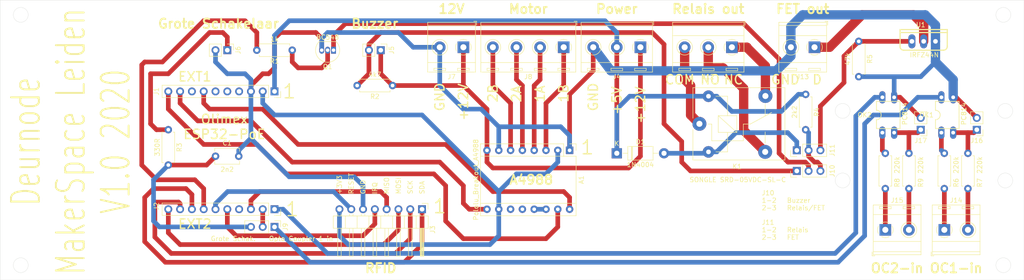
<source format=kicad_pcb>
(kicad_pcb (version 20171130) (host pcbnew 5.1.5-52549c5~84~ubuntu18.04.1)

  (general
    (thickness 1.6)
    (drawings 57)
    (tracks 299)
    (zones 0)
    (modules 34)
    (nets 50)
  )

  (page A4)
  (layers
    (0 F.Cu signal)
    (31 B.Cu signal)
    (32 B.Adhes user)
    (33 F.Adhes user)
    (34 B.Paste user)
    (35 F.Paste user)
    (36 B.SilkS user)
    (37 F.SilkS user)
    (38 B.Mask user)
    (39 F.Mask user)
    (40 Dwgs.User user)
    (41 Cmts.User user)
    (42 Eco1.User user)
    (43 Eco2.User user)
    (44 Edge.Cuts user)
    (45 Margin user)
    (46 B.CrtYd user)
    (47 F.CrtYd user)
    (48 B.Fab user)
    (49 F.Fab user)
  )

  (setup
    (last_trace_width 1)
    (user_trace_width 0.5)
    (user_trace_width 0.75)
    (user_trace_width 1)
    (user_trace_width 1.5)
    (user_trace_width 2)
    (user_trace_width 3)
    (user_trace_width 4)
    (trace_clearance 0.2)
    (zone_clearance 0.508)
    (zone_45_only no)
    (trace_min 0.2)
    (via_size 0.8)
    (via_drill 0.4)
    (via_min_size 0.4)
    (via_min_drill 0.3)
    (uvia_size 0.3)
    (uvia_drill 0.1)
    (uvias_allowed no)
    (uvia_min_size 0.2)
    (uvia_min_drill 0.1)
    (edge_width 0.05)
    (segment_width 0.2)
    (pcb_text_width 0.3)
    (pcb_text_size 1.5 1.5)
    (mod_edge_width 0.12)
    (mod_text_size 1 1)
    (mod_text_width 0.15)
    (pad_size 1.524 1.524)
    (pad_drill 0.762)
    (pad_to_mask_clearance 0.051)
    (solder_mask_min_width 0.25)
    (aux_axis_origin 0 0)
    (visible_elements FFFFFF7F)
    (pcbplotparams
      (layerselection 0x010fc_ffffffff)
      (usegerberextensions false)
      (usegerberattributes false)
      (usegerberadvancedattributes false)
      (creategerberjobfile false)
      (excludeedgelayer true)
      (linewidth 0.100000)
      (plotframeref false)
      (viasonmask false)
      (mode 1)
      (useauxorigin false)
      (hpglpennumber 1)
      (hpglpenspeed 20)
      (hpglpendiameter 15.000000)
      (psnegative false)
      (psa4output false)
      (plotreference true)
      (plotvalue true)
      (plotinvisibletext false)
      (padsonsilk false)
      (subtractmaskfromsilk false)
      (outputformat 1)
      (mirror false)
      (drillshape 1)
      (scaleselection 1)
      (outputdirectory ""))
  )

  (net 0 "")
  (net 1 GND)
  (net 2 GPIO4_U1TXD)
  (net 3 3V3)
  (net 4 "Net-(A1-Pad3)")
  (net 5 "Net-(A1-Pad11)")
  (net 6 "Net-(A1-Pad4)")
  (net 7 "Net-(A1-Pad12)")
  (net 8 "Net-(A1-Pad5)")
  (net 9 "Net-(A1-Pad13)")
  (net 10 "Net-(A1-Pad6)")
  (net 11 GPIO5_SPI_C5)
  (net 12 +12V)
  (net 13 GPIO2_HS2_DATA0)
  (net 14 GPI36_U1RXD)
  (net 15 +5V)
  (net 16 ESP_EN)
  (net 17 GPIO0)
  (net 18 GPIO1_U0TXD)
  (net 19 GPIO3_U0RXD)
  (net 20 GPIO13_I2C-SDA)
  (net 21 GPIO14_HS2_CLK)
  (net 22 GPIO15_HS2_CMD)
  (net 23 GPIO16_I2C-SCL)
  (net 24 GPIO32)
  (net 25 GPIO33)
  (net 26 GPI34_BUT1)
  (net 27 GPI35)
  (net 28 GPI39)
  (net 29 "Net-(J6-Pad1)")
  (net 30 "Net-(Q1-Pad2)")
  (net 31 "Net-(C1-Pad1)")
  (net 32 "Net-(D1-Pad2)")
  (net 33 "Net-(J10-Pad1)")
  (net 34 "Net-(J9-Pad1)")
  (net 35 "Net-(J10-Pad3)")
  (net 36 "Net-(J10-Pad2)")
  (net 37 "Net-(J11-Pad3)")
  (net 38 "Net-(J12-Pad3)")
  (net 39 "Net-(J12-Pad2)")
  (net 40 "Net-(J12-Pad1)")
  (net 41 "Net-(J13-Pad1)")
  (net 42 "Net-(J14-Pad2)")
  (net 43 "Net-(J14-Pad1)")
  (net 44 "Net-(J15-Pad2)")
  (net 45 "Net-(J15-Pad1)")
  (net 46 "Net-(OK1-Pad1)")
  (net 47 "Net-(OK2-Pad1)")
  (net 48 "Net-(J16-Pad1)")
  (net 49 "Net-(J17-Pad1)")

  (net_class Default "This is the default net class."
    (clearance 0.2)
    (trace_width 0.25)
    (via_dia 0.8)
    (via_drill 0.4)
    (uvia_dia 0.3)
    (uvia_drill 0.1)
    (add_net +12V)
    (add_net +5V)
    (add_net 3V3)
    (add_net ESP_EN)
    (add_net GND)
    (add_net GPI34_BUT1)
    (add_net GPI35)
    (add_net GPI36_U1RXD)
    (add_net GPI39)
    (add_net GPIO0)
    (add_net GPIO13_I2C-SDA)
    (add_net GPIO14_HS2_CLK)
    (add_net GPIO15_HS2_CMD)
    (add_net GPIO16_I2C-SCL)
    (add_net GPIO1_U0TXD)
    (add_net GPIO2_HS2_DATA0)
    (add_net GPIO32)
    (add_net GPIO33)
    (add_net GPIO3_U0RXD)
    (add_net GPIO4_U1TXD)
    (add_net GPIO5_SPI_C5)
    (add_net "Net-(A1-Pad11)")
    (add_net "Net-(A1-Pad12)")
    (add_net "Net-(A1-Pad13)")
    (add_net "Net-(A1-Pad3)")
    (add_net "Net-(A1-Pad4)")
    (add_net "Net-(A1-Pad5)")
    (add_net "Net-(A1-Pad6)")
    (add_net "Net-(C1-Pad1)")
    (add_net "Net-(D1-Pad2)")
    (add_net "Net-(J10-Pad1)")
    (add_net "Net-(J10-Pad2)")
    (add_net "Net-(J10-Pad3)")
    (add_net "Net-(J11-Pad3)")
    (add_net "Net-(J12-Pad1)")
    (add_net "Net-(J12-Pad2)")
    (add_net "Net-(J12-Pad3)")
    (add_net "Net-(J13-Pad1)")
    (add_net "Net-(J14-Pad1)")
    (add_net "Net-(J14-Pad2)")
    (add_net "Net-(J15-Pad1)")
    (add_net "Net-(J15-Pad2)")
    (add_net "Net-(J16-Pad1)")
    (add_net "Net-(J17-Pad1)")
    (add_net "Net-(J6-Pad1)")
    (add_net "Net-(J9-Pad1)")
    (add_net "Net-(OK1-Pad1)")
    (add_net "Net-(OK2-Pad1)")
    (add_net "Net-(Q1-Pad2)")
  )

  (module Connector_PinHeader_2.54mm:PinHeader_1x02_P2.54mm_Vertical (layer F.Cu) (tedit 59FED5CC) (tstamp 5E563E2F)
    (at 217.805 99.06 180)
    (descr "Through hole straight pin header, 1x02, 2.54mm pitch, single row")
    (tags "Through hole pin header THT 1x02 2.54mm single row")
    (path /5E56E6A2)
    (fp_text reference J17 (at 0 -2.33) (layer F.SilkS)
      (effects (font (size 1 1) (thickness 0.15)))
    )
    (fp_text value Conn_01x02 (at 0 4.87) (layer F.Fab)
      (effects (font (size 1 1) (thickness 0.15)))
    )
    (fp_text user %R (at 0 1.27 90) (layer F.Fab)
      (effects (font (size 1 1) (thickness 0.15)))
    )
    (fp_line (start 1.8 -1.8) (end -1.8 -1.8) (layer F.CrtYd) (width 0.05))
    (fp_line (start 1.8 4.35) (end 1.8 -1.8) (layer F.CrtYd) (width 0.05))
    (fp_line (start -1.8 4.35) (end 1.8 4.35) (layer F.CrtYd) (width 0.05))
    (fp_line (start -1.8 -1.8) (end -1.8 4.35) (layer F.CrtYd) (width 0.05))
    (fp_line (start -1.33 -1.33) (end 0 -1.33) (layer F.SilkS) (width 0.12))
    (fp_line (start -1.33 0) (end -1.33 -1.33) (layer F.SilkS) (width 0.12))
    (fp_line (start -1.33 1.27) (end 1.33 1.27) (layer F.SilkS) (width 0.12))
    (fp_line (start 1.33 1.27) (end 1.33 3.87) (layer F.SilkS) (width 0.12))
    (fp_line (start -1.33 1.27) (end -1.33 3.87) (layer F.SilkS) (width 0.12))
    (fp_line (start -1.33 3.87) (end 1.33 3.87) (layer F.SilkS) (width 0.12))
    (fp_line (start -1.27 -0.635) (end -0.635 -1.27) (layer F.Fab) (width 0.1))
    (fp_line (start -1.27 3.81) (end -1.27 -0.635) (layer F.Fab) (width 0.1))
    (fp_line (start 1.27 3.81) (end -1.27 3.81) (layer F.Fab) (width 0.1))
    (fp_line (start 1.27 -1.27) (end 1.27 3.81) (layer F.Fab) (width 0.1))
    (fp_line (start -0.635 -1.27) (end 1.27 -1.27) (layer F.Fab) (width 0.1))
    (pad 2 thru_hole oval (at 0 2.54 180) (size 1.7 1.7) (drill 1) (layers *.Cu *.Mask)
      (net 1 GND))
    (pad 1 thru_hole rect (at 0 0 180) (size 1.7 1.7) (drill 1) (layers *.Cu *.Mask)
      (net 49 "Net-(J17-Pad1)"))
    (model ${KISYS3DMOD}/Connector_PinHeader_2.54mm.3dshapes/PinHeader_1x02_P2.54mm_Vertical.wrl
      (at (xyz 0 0 0))
      (scale (xyz 1 1 1))
      (rotate (xyz 0 0 0))
    )
  )

  (module Connector_PinHeader_2.54mm:PinHeader_1x02_P2.54mm_Vertical (layer F.Cu) (tedit 59FED5CC) (tstamp 5E563E19)
    (at 229.87 99.06 180)
    (descr "Through hole straight pin header, 1x02, 2.54mm pitch, single row")
    (tags "Through hole pin header THT 1x02 2.54mm single row")
    (path /5E56F085)
    (fp_text reference J16 (at 0 -2.33) (layer F.SilkS)
      (effects (font (size 1 1) (thickness 0.15)))
    )
    (fp_text value Conn_01x02 (at 0 4.87) (layer F.Fab)
      (effects (font (size 1 1) (thickness 0.15)))
    )
    (fp_text user %R (at 0 1.27 90) (layer F.Fab)
      (effects (font (size 1 1) (thickness 0.15)))
    )
    (fp_line (start 1.8 -1.8) (end -1.8 -1.8) (layer F.CrtYd) (width 0.05))
    (fp_line (start 1.8 4.35) (end 1.8 -1.8) (layer F.CrtYd) (width 0.05))
    (fp_line (start -1.8 4.35) (end 1.8 4.35) (layer F.CrtYd) (width 0.05))
    (fp_line (start -1.8 -1.8) (end -1.8 4.35) (layer F.CrtYd) (width 0.05))
    (fp_line (start -1.33 -1.33) (end 0 -1.33) (layer F.SilkS) (width 0.12))
    (fp_line (start -1.33 0) (end -1.33 -1.33) (layer F.SilkS) (width 0.12))
    (fp_line (start -1.33 1.27) (end 1.33 1.27) (layer F.SilkS) (width 0.12))
    (fp_line (start 1.33 1.27) (end 1.33 3.87) (layer F.SilkS) (width 0.12))
    (fp_line (start -1.33 1.27) (end -1.33 3.87) (layer F.SilkS) (width 0.12))
    (fp_line (start -1.33 3.87) (end 1.33 3.87) (layer F.SilkS) (width 0.12))
    (fp_line (start -1.27 -0.635) (end -0.635 -1.27) (layer F.Fab) (width 0.1))
    (fp_line (start -1.27 3.81) (end -1.27 -0.635) (layer F.Fab) (width 0.1))
    (fp_line (start 1.27 3.81) (end -1.27 3.81) (layer F.Fab) (width 0.1))
    (fp_line (start 1.27 -1.27) (end 1.27 3.81) (layer F.Fab) (width 0.1))
    (fp_line (start -0.635 -1.27) (end 1.27 -1.27) (layer F.Fab) (width 0.1))
    (pad 2 thru_hole oval (at 0 2.54 180) (size 1.7 1.7) (drill 1) (layers *.Cu *.Mask)
      (net 1 GND))
    (pad 1 thru_hole rect (at 0 0 180) (size 1.7 1.7) (drill 1) (layers *.Cu *.Mask)
      (net 48 "Net-(J16-Pad1)"))
    (model ${KISYS3DMOD}/Connector_PinHeader_2.54mm.3dshapes/PinHeader_1x02_P2.54mm_Vertical.wrl
      (at (xyz 0 0 0))
      (scale (xyz 1 1 1))
      (rotate (xyz 0 0 0))
    )
  )

  (module IRFZ44N:TO-220 (layer F.Cu) (tedit 5E5594AB) (tstamp 5E56AC6A)
    (at 218.44 80.01)
    (path /5E6877D0)
    (fp_text reference U1 (at -0.63516 -3.55696) (layer F.SilkS)
      (effects (font (size 1 1) (thickness 0.15)))
    )
    (fp_text value IRFZ44N (at 0.12724 2.926805) (layer F.SilkS)
      (effects (font (size 1 1) (thickness 0.15)))
    )
    (fp_line (start -5.08 -2.54) (end 5.08 -2.54) (layer F.SilkS) (width 0.254))
    (fp_line (start 5.08 -2.54) (end 5.08 -1.905) (layer F.Fab) (width 0.2032))
    (fp_line (start -5.08 -2.54) (end 5.08 -2.54) (layer F.Fab) (width 0.2032))
    (fp_line (start -5.08 -1.905) (end -5.08 -2.54) (layer F.Fab) (width 0.2032))
    (fp_line (start -4.318 1.905) (end 4.318 1.905) (layer F.Fab) (width 0.2032))
    (fp_line (start 5.08 -1.905) (end -5.08 -1.905) (layer F.SilkS) (width 0.254))
    (fp_line (start 5.08 -1.905) (end 5.08 1.016) (layer F.SilkS) (width 0.254))
    (fp_line (start 5.08 -2.54) (end 5.08 -1.905) (layer F.SilkS) (width 0.254))
    (fp_line (start -5.08 -1.905) (end -5.08 -2.54) (layer F.SilkS) (width 0.254))
    (fp_line (start -5.08 1.143) (end -5.08 -1.905) (layer F.SilkS) (width 0.254))
    (fp_arc (start -4.318 1.143) (end -5.08 1.143) (angle -90) (layer F.SilkS) (width 0.254))
    (fp_line (start 4.318 1.905) (end -4.318 1.905) (layer F.SilkS) (width 0.254))
    (fp_arc (start 4.2545 1.0795) (end 4.318 1.905) (angle -90) (layer F.SilkS) (width 0.254))
    (pad 3 thru_hole oval (at 2.54 0) (size 1.508 3.016) (drill 1) (layers *.Cu *.Mask)
      (net 1 GND))
    (pad 2 thru_hole oval (at 0 0) (size 1.508 3.016) (drill 1) (layers *.Cu *.Mask)
      (net 41 "Net-(J13-Pad1)"))
    (pad 1 thru_hole oval (at -2.54 0) (size 1.508 3.016) (drill 1) (layers *.Cu *.Mask)
      (net 37 "Net-(J11-Pad3)"))
  )

  (module Resistor_THT:R_Axial_DIN0207_L6.3mm_D2.5mm_P7.62mm_Horizontal (layer F.Cu) (tedit 5AE5139B) (tstamp 5E56AC56)
    (at 215.265 111.76 90)
    (descr "Resistor, Axial_DIN0207 series, Axial, Horizontal, pin pitch=7.62mm, 0.25W = 1/4W, length*diameter=6.3*2.5mm^2, http://cdn-reichelt.de/documents/datenblatt/B400/1_4W%23YAG.pdf")
    (tags "Resistor Axial_DIN0207 series Axial Horizontal pin pitch 7.62mm 0.25W = 1/4W length 6.3mm diameter 2.5mm")
    (path /5E676B2D)
    (fp_text reference R9 (at 1.27 2.54 90) (layer F.SilkS)
      (effects (font (size 1 1) (thickness 0.15)))
    )
    (fp_text value 220k (at 5.08 2.54 90) (layer F.SilkS)
      (effects (font (size 1 1) (thickness 0.15)))
    )
    (fp_text user %R (at 3.81 0 90) (layer F.Fab)
      (effects (font (size 1 1) (thickness 0.15)))
    )
    (fp_line (start 8.67 -1.5) (end -1.05 -1.5) (layer F.CrtYd) (width 0.05))
    (fp_line (start 8.67 1.5) (end 8.67 -1.5) (layer F.CrtYd) (width 0.05))
    (fp_line (start -1.05 1.5) (end 8.67 1.5) (layer F.CrtYd) (width 0.05))
    (fp_line (start -1.05 -1.5) (end -1.05 1.5) (layer F.CrtYd) (width 0.05))
    (fp_line (start 7.08 1.37) (end 7.08 1.04) (layer F.SilkS) (width 0.12))
    (fp_line (start 0.54 1.37) (end 7.08 1.37) (layer F.SilkS) (width 0.12))
    (fp_line (start 0.54 1.04) (end 0.54 1.37) (layer F.SilkS) (width 0.12))
    (fp_line (start 7.08 -1.37) (end 7.08 -1.04) (layer F.SilkS) (width 0.12))
    (fp_line (start 0.54 -1.37) (end 7.08 -1.37) (layer F.SilkS) (width 0.12))
    (fp_line (start 0.54 -1.04) (end 0.54 -1.37) (layer F.SilkS) (width 0.12))
    (fp_line (start 7.62 0) (end 6.96 0) (layer F.Fab) (width 0.1))
    (fp_line (start 0 0) (end 0.66 0) (layer F.Fab) (width 0.1))
    (fp_line (start 6.96 -1.25) (end 0.66 -1.25) (layer F.Fab) (width 0.1))
    (fp_line (start 6.96 1.25) (end 6.96 -1.25) (layer F.Fab) (width 0.1))
    (fp_line (start 0.66 1.25) (end 6.96 1.25) (layer F.Fab) (width 0.1))
    (fp_line (start 0.66 -1.25) (end 0.66 1.25) (layer F.Fab) (width 0.1))
    (pad 2 thru_hole oval (at 7.62 0 90) (size 1.6 1.6) (drill 0.8) (layers *.Cu *.Mask)
      (net 49 "Net-(J17-Pad1)"))
    (pad 1 thru_hole circle (at 0 0 90) (size 1.6 1.6) (drill 0.8) (layers *.Cu *.Mask)
      (net 44 "Net-(J15-Pad2)"))
    (model ${KISYS3DMOD}/Resistor_THT.3dshapes/R_Axial_DIN0207_L6.3mm_D2.5mm_P7.62mm_Horizontal.wrl
      (at (xyz 0 0 0))
      (scale (xyz 1 1 1))
      (rotate (xyz 0 0 0))
    )
  )

  (module Resistor_THT:R_Axial_DIN0207_L6.3mm_D2.5mm_P7.62mm_Horizontal (layer F.Cu) (tedit 5AE5139B) (tstamp 5E56AC3F)
    (at 210.185 111.76 90)
    (descr "Resistor, Axial_DIN0207 series, Axial, Horizontal, pin pitch=7.62mm, 0.25W = 1/4W, length*diameter=6.3*2.5mm^2, http://cdn-reichelt.de/documents/datenblatt/B400/1_4W%23YAG.pdf")
    (tags "Resistor Axial_DIN0207 series Axial Horizontal pin pitch 7.62mm 0.25W = 1/4W length 6.3mm diameter 2.5mm")
    (path /5E676B27)
    (fp_text reference R8 (at 1.27 2.54 90) (layer F.SilkS)
      (effects (font (size 1 1) (thickness 0.15)))
    )
    (fp_text value 220k (at 5.08 2.54 90) (layer F.SilkS)
      (effects (font (size 1 1) (thickness 0.15)))
    )
    (fp_text user %R (at 3.81 0 90) (layer F.Fab)
      (effects (font (size 1 1) (thickness 0.15)))
    )
    (fp_line (start 8.67 -1.5) (end -1.05 -1.5) (layer F.CrtYd) (width 0.05))
    (fp_line (start 8.67 1.5) (end 8.67 -1.5) (layer F.CrtYd) (width 0.05))
    (fp_line (start -1.05 1.5) (end 8.67 1.5) (layer F.CrtYd) (width 0.05))
    (fp_line (start -1.05 -1.5) (end -1.05 1.5) (layer F.CrtYd) (width 0.05))
    (fp_line (start 7.08 1.37) (end 7.08 1.04) (layer F.SilkS) (width 0.12))
    (fp_line (start 0.54 1.37) (end 7.08 1.37) (layer F.SilkS) (width 0.12))
    (fp_line (start 0.54 1.04) (end 0.54 1.37) (layer F.SilkS) (width 0.12))
    (fp_line (start 7.08 -1.37) (end 7.08 -1.04) (layer F.SilkS) (width 0.12))
    (fp_line (start 0.54 -1.37) (end 7.08 -1.37) (layer F.SilkS) (width 0.12))
    (fp_line (start 0.54 -1.04) (end 0.54 -1.37) (layer F.SilkS) (width 0.12))
    (fp_line (start 7.62 0) (end 6.96 0) (layer F.Fab) (width 0.1))
    (fp_line (start 0 0) (end 0.66 0) (layer F.Fab) (width 0.1))
    (fp_line (start 6.96 -1.25) (end 0.66 -1.25) (layer F.Fab) (width 0.1))
    (fp_line (start 6.96 1.25) (end 6.96 -1.25) (layer F.Fab) (width 0.1))
    (fp_line (start 0.66 1.25) (end 6.96 1.25) (layer F.Fab) (width 0.1))
    (fp_line (start 0.66 -1.25) (end 0.66 1.25) (layer F.Fab) (width 0.1))
    (pad 2 thru_hole oval (at 7.62 0 90) (size 1.6 1.6) (drill 0.8) (layers *.Cu *.Mask)
      (net 47 "Net-(OK2-Pad1)"))
    (pad 1 thru_hole circle (at 0 0 90) (size 1.6 1.6) (drill 0.8) (layers *.Cu *.Mask)
      (net 45 "Net-(J15-Pad1)"))
    (model ${KISYS3DMOD}/Resistor_THT.3dshapes/R_Axial_DIN0207_L6.3mm_D2.5mm_P7.62mm_Horizontal.wrl
      (at (xyz 0 0 0))
      (scale (xyz 1 1 1))
      (rotate (xyz 0 0 0))
    )
  )

  (module Resistor_THT:R_Axial_DIN0207_L6.3mm_D2.5mm_P7.62mm_Horizontal (layer F.Cu) (tedit 5AE5139B) (tstamp 5E56AC28)
    (at 227.965 111.76 90)
    (descr "Resistor, Axial_DIN0207 series, Axial, Horizontal, pin pitch=7.62mm, 0.25W = 1/4W, length*diameter=6.3*2.5mm^2, http://cdn-reichelt.de/documents/datenblatt/B400/1_4W%23YAG.pdf")
    (tags "Resistor Axial_DIN0207 series Axial Horizontal pin pitch 7.62mm 0.25W = 1/4W length 6.3mm diameter 2.5mm")
    (path /5E5F9EE9)
    (fp_text reference R7 (at 1.27 2.54 90) (layer F.SilkS)
      (effects (font (size 1 1) (thickness 0.15)))
    )
    (fp_text value 220k (at 5.08 2.54 90) (layer F.SilkS)
      (effects (font (size 1 1) (thickness 0.15)))
    )
    (fp_text user %R (at 3.81 0 90) (layer F.Fab)
      (effects (font (size 1 1) (thickness 0.15)))
    )
    (fp_line (start 8.67 -1.5) (end -1.05 -1.5) (layer F.CrtYd) (width 0.05))
    (fp_line (start 8.67 1.5) (end 8.67 -1.5) (layer F.CrtYd) (width 0.05))
    (fp_line (start -1.05 1.5) (end 8.67 1.5) (layer F.CrtYd) (width 0.05))
    (fp_line (start -1.05 -1.5) (end -1.05 1.5) (layer F.CrtYd) (width 0.05))
    (fp_line (start 7.08 1.37) (end 7.08 1.04) (layer F.SilkS) (width 0.12))
    (fp_line (start 0.54 1.37) (end 7.08 1.37) (layer F.SilkS) (width 0.12))
    (fp_line (start 0.54 1.04) (end 0.54 1.37) (layer F.SilkS) (width 0.12))
    (fp_line (start 7.08 -1.37) (end 7.08 -1.04) (layer F.SilkS) (width 0.12))
    (fp_line (start 0.54 -1.37) (end 7.08 -1.37) (layer F.SilkS) (width 0.12))
    (fp_line (start 0.54 -1.04) (end 0.54 -1.37) (layer F.SilkS) (width 0.12))
    (fp_line (start 7.62 0) (end 6.96 0) (layer F.Fab) (width 0.1))
    (fp_line (start 0 0) (end 0.66 0) (layer F.Fab) (width 0.1))
    (fp_line (start 6.96 -1.25) (end 0.66 -1.25) (layer F.Fab) (width 0.1))
    (fp_line (start 6.96 1.25) (end 6.96 -1.25) (layer F.Fab) (width 0.1))
    (fp_line (start 0.66 1.25) (end 6.96 1.25) (layer F.Fab) (width 0.1))
    (fp_line (start 0.66 -1.25) (end 0.66 1.25) (layer F.Fab) (width 0.1))
    (pad 2 thru_hole oval (at 7.62 0 90) (size 1.6 1.6) (drill 0.8) (layers *.Cu *.Mask)
      (net 48 "Net-(J16-Pad1)"))
    (pad 1 thru_hole circle (at 0 0 90) (size 1.6 1.6) (drill 0.8) (layers *.Cu *.Mask)
      (net 42 "Net-(J14-Pad2)"))
    (model ${KISYS3DMOD}/Resistor_THT.3dshapes/R_Axial_DIN0207_L6.3mm_D2.5mm_P7.62mm_Horizontal.wrl
      (at (xyz 0 0 0))
      (scale (xyz 1 1 1))
      (rotate (xyz 0 0 0))
    )
  )

  (module Resistor_THT:R_Axial_DIN0207_L6.3mm_D2.5mm_P7.62mm_Horizontal (layer F.Cu) (tedit 5AE5139B) (tstamp 5E56AC11)
    (at 222.885 111.76 90)
    (descr "Resistor, Axial_DIN0207 series, Axial, Horizontal, pin pitch=7.62mm, 0.25W = 1/4W, length*diameter=6.3*2.5mm^2, http://cdn-reichelt.de/documents/datenblatt/B400/1_4W%23YAG.pdf")
    (tags "Resistor Axial_DIN0207 series Axial Horizontal pin pitch 7.62mm 0.25W = 1/4W length 6.3mm diameter 2.5mm")
    (path /5E5F9735)
    (fp_text reference R6 (at 1.27 2.54 90) (layer F.SilkS)
      (effects (font (size 1 1) (thickness 0.15)))
    )
    (fp_text value 220k (at 5.08 2.54 90) (layer F.SilkS)
      (effects (font (size 1 1) (thickness 0.15)))
    )
    (fp_text user %R (at 3.81 0 90) (layer F.Fab)
      (effects (font (size 1 1) (thickness 0.15)))
    )
    (fp_line (start 8.67 -1.5) (end -1.05 -1.5) (layer F.CrtYd) (width 0.05))
    (fp_line (start 8.67 1.5) (end 8.67 -1.5) (layer F.CrtYd) (width 0.05))
    (fp_line (start -1.05 1.5) (end 8.67 1.5) (layer F.CrtYd) (width 0.05))
    (fp_line (start -1.05 -1.5) (end -1.05 1.5) (layer F.CrtYd) (width 0.05))
    (fp_line (start 7.08 1.37) (end 7.08 1.04) (layer F.SilkS) (width 0.12))
    (fp_line (start 0.54 1.37) (end 7.08 1.37) (layer F.SilkS) (width 0.12))
    (fp_line (start 0.54 1.04) (end 0.54 1.37) (layer F.SilkS) (width 0.12))
    (fp_line (start 7.08 -1.37) (end 7.08 -1.04) (layer F.SilkS) (width 0.12))
    (fp_line (start 0.54 -1.37) (end 7.08 -1.37) (layer F.SilkS) (width 0.12))
    (fp_line (start 0.54 -1.04) (end 0.54 -1.37) (layer F.SilkS) (width 0.12))
    (fp_line (start 7.62 0) (end 6.96 0) (layer F.Fab) (width 0.1))
    (fp_line (start 0 0) (end 0.66 0) (layer F.Fab) (width 0.1))
    (fp_line (start 6.96 -1.25) (end 0.66 -1.25) (layer F.Fab) (width 0.1))
    (fp_line (start 6.96 1.25) (end 6.96 -1.25) (layer F.Fab) (width 0.1))
    (fp_line (start 0.66 1.25) (end 6.96 1.25) (layer F.Fab) (width 0.1))
    (fp_line (start 0.66 -1.25) (end 0.66 1.25) (layer F.Fab) (width 0.1))
    (pad 2 thru_hole oval (at 7.62 0 90) (size 1.6 1.6) (drill 0.8) (layers *.Cu *.Mask)
      (net 46 "Net-(OK1-Pad1)"))
    (pad 1 thru_hole circle (at 0 0 90) (size 1.6 1.6) (drill 0.8) (layers *.Cu *.Mask)
      (net 43 "Net-(J14-Pad1)"))
    (model ${KISYS3DMOD}/Resistor_THT.3dshapes/R_Axial_DIN0207_L6.3mm_D2.5mm_P7.62mm_Horizontal.wrl
      (at (xyz 0 0 0))
      (scale (xyz 1 1 1))
      (rotate (xyz 0 0 0))
    )
  )

  (module Resistor_THT:R_Axial_DIN0207_L6.3mm_D2.5mm_P7.62mm_Horizontal (layer F.Cu) (tedit 5AE5139B) (tstamp 5E56ABFA)
    (at 204.47 80.01 270)
    (descr "Resistor, Axial_DIN0207 series, Axial, Horizontal, pin pitch=7.62mm, 0.25W = 1/4W, length*diameter=6.3*2.5mm^2, http://cdn-reichelt.de/documents/datenblatt/B400/1_4W%23YAG.pdf")
    (tags "Resistor Axial_DIN0207 series Axial Horizontal pin pitch 7.62mm 0.25W = 1/4W length 6.3mm diameter 2.5mm")
    (path /5E70B397)
    (fp_text reference R5 (at 3.81 -2.37 90) (layer F.SilkS)
      (effects (font (size 1 1) (thickness 0.15)))
    )
    (fp_text value 47k (at 3.81 2.37 90) (layer F.SilkS)
      (effects (font (size 1 1) (thickness 0.15)))
    )
    (fp_text user %R (at 3.81 0 90) (layer F.Fab)
      (effects (font (size 1 1) (thickness 0.15)))
    )
    (fp_line (start 8.67 -1.5) (end -1.05 -1.5) (layer F.CrtYd) (width 0.05))
    (fp_line (start 8.67 1.5) (end 8.67 -1.5) (layer F.CrtYd) (width 0.05))
    (fp_line (start -1.05 1.5) (end 8.67 1.5) (layer F.CrtYd) (width 0.05))
    (fp_line (start -1.05 -1.5) (end -1.05 1.5) (layer F.CrtYd) (width 0.05))
    (fp_line (start 7.08 1.37) (end 7.08 1.04) (layer F.SilkS) (width 0.12))
    (fp_line (start 0.54 1.37) (end 7.08 1.37) (layer F.SilkS) (width 0.12))
    (fp_line (start 0.54 1.04) (end 0.54 1.37) (layer F.SilkS) (width 0.12))
    (fp_line (start 7.08 -1.37) (end 7.08 -1.04) (layer F.SilkS) (width 0.12))
    (fp_line (start 0.54 -1.37) (end 7.08 -1.37) (layer F.SilkS) (width 0.12))
    (fp_line (start 0.54 -1.04) (end 0.54 -1.37) (layer F.SilkS) (width 0.12))
    (fp_line (start 7.62 0) (end 6.96 0) (layer F.Fab) (width 0.1))
    (fp_line (start 0 0) (end 0.66 0) (layer F.Fab) (width 0.1))
    (fp_line (start 6.96 -1.25) (end 0.66 -1.25) (layer F.Fab) (width 0.1))
    (fp_line (start 6.96 1.25) (end 6.96 -1.25) (layer F.Fab) (width 0.1))
    (fp_line (start 0.66 1.25) (end 6.96 1.25) (layer F.Fab) (width 0.1))
    (fp_line (start 0.66 -1.25) (end 0.66 1.25) (layer F.Fab) (width 0.1))
    (pad 2 thru_hole oval (at 7.62 0 270) (size 1.6 1.6) (drill 0.8) (layers *.Cu *.Mask)
      (net 1 GND))
    (pad 1 thru_hole circle (at 0 0 270) (size 1.6 1.6) (drill 0.8) (layers *.Cu *.Mask)
      (net 37 "Net-(J11-Pad3)"))
    (model ${KISYS3DMOD}/Resistor_THT.3dshapes/R_Axial_DIN0207_L6.3mm_D2.5mm_P7.62mm_Horizontal.wrl
      (at (xyz 0 0 0))
      (scale (xyz 1 1 1))
      (rotate (xyz 0 0 0))
    )
  )

  (module Resistor_THT:R_Axial_DIN0207_L6.3mm_D2.5mm_P7.62mm_Horizontal (layer F.Cu) (tedit 5AE5139B) (tstamp 5E56ABE3)
    (at 193.04 91.44 270)
    (descr "Resistor, Axial_DIN0207 series, Axial, Horizontal, pin pitch=7.62mm, 0.25W = 1/4W, length*diameter=6.3*2.5mm^2, http://cdn-reichelt.de/documents/datenblatt/B400/1_4W%23YAG.pdf")
    (tags "Resistor Axial_DIN0207 series Axial Horizontal pin pitch 7.62mm 0.25W = 1/4W length 6.3mm diameter 2.5mm")
    (path /5E72E414)
    (fp_text reference R4 (at 3.81 -2.37 90) (layer F.SilkS)
      (effects (font (size 1 1) (thickness 0.15)))
    )
    (fp_text value 2k2 (at 3.81 2.37 90) (layer F.SilkS)
      (effects (font (size 1 1) (thickness 0.15)))
    )
    (fp_text user %R (at 3.81 0 90) (layer F.Fab)
      (effects (font (size 1 1) (thickness 0.15)))
    )
    (fp_line (start 8.67 -1.5) (end -1.05 -1.5) (layer F.CrtYd) (width 0.05))
    (fp_line (start 8.67 1.5) (end 8.67 -1.5) (layer F.CrtYd) (width 0.05))
    (fp_line (start -1.05 1.5) (end 8.67 1.5) (layer F.CrtYd) (width 0.05))
    (fp_line (start -1.05 -1.5) (end -1.05 1.5) (layer F.CrtYd) (width 0.05))
    (fp_line (start 7.08 1.37) (end 7.08 1.04) (layer F.SilkS) (width 0.12))
    (fp_line (start 0.54 1.37) (end 7.08 1.37) (layer F.SilkS) (width 0.12))
    (fp_line (start 0.54 1.04) (end 0.54 1.37) (layer F.SilkS) (width 0.12))
    (fp_line (start 7.08 -1.37) (end 7.08 -1.04) (layer F.SilkS) (width 0.12))
    (fp_line (start 0.54 -1.37) (end 7.08 -1.37) (layer F.SilkS) (width 0.12))
    (fp_line (start 0.54 -1.04) (end 0.54 -1.37) (layer F.SilkS) (width 0.12))
    (fp_line (start 7.62 0) (end 6.96 0) (layer F.Fab) (width 0.1))
    (fp_line (start 0 0) (end 0.66 0) (layer F.Fab) (width 0.1))
    (fp_line (start 6.96 -1.25) (end 0.66 -1.25) (layer F.Fab) (width 0.1))
    (fp_line (start 6.96 1.25) (end 6.96 -1.25) (layer F.Fab) (width 0.1))
    (fp_line (start 0.66 1.25) (end 6.96 1.25) (layer F.Fab) (width 0.1))
    (fp_line (start 0.66 -1.25) (end 0.66 1.25) (layer F.Fab) (width 0.1))
    (pad 2 thru_hole oval (at 7.62 0 270) (size 1.6 1.6) (drill 0.8) (layers *.Cu *.Mask)
      (net 35 "Net-(J10-Pad3)"))
    (pad 1 thru_hole circle (at 0 0 270) (size 1.6 1.6) (drill 0.8) (layers *.Cu *.Mask)
      (net 15 +5V))
    (model ${KISYS3DMOD}/Resistor_THT.3dshapes/R_Axial_DIN0207_L6.3mm_D2.5mm_P7.62mm_Horizontal.wrl
      (at (xyz 0 0 0))
      (scale (xyz 1 1 1))
      (rotate (xyz 0 0 0))
    )
  )

  (module PC814:DIL04 (layer F.Cu) (tedit 5E0F135B) (tstamp 5E56AB26)
    (at 210.82 95.885)
    (descr "<b>Dual In Line Package</b>")
    (path /5E676B1B)
    (fp_text reference OK2 (at -5.08 0 180) (layer F.SilkS)
      (effects (font (size 1 1) (thickness 0.15)))
    )
    (fp_text value PC814 (at 3.559965 -0.254275 270) (layer F.SilkS)
      (effects (font (size 1 1) (thickness 0.15)))
    )
    (fp_arc (start -2.54 0) (end -2.54 1.016) (angle -180) (layer F.SilkS) (width 0.1524))
    (fp_line (start -2.54 2.921) (end -2.54 1.016) (layer F.SilkS) (width 0.1524))
    (fp_line (start -2.54 -2.921) (end -2.54 -1.016) (layer F.SilkS) (width 0.1524))
    (fp_line (start 2.54 -2.921) (end 2.54 2.921) (layer F.SilkS) (width 0.1524))
    (fp_line (start -2.54 2.921) (end 2.54 2.921) (layer F.SilkS) (width 0.1524))
    (fp_line (start 2.54 -2.921) (end -2.54 -2.921) (layer F.SilkS) (width 0.1524))
    (pad 4 thru_hole oval (at -1.27 -3.81) (size 1.3208 2.6416) (drill 0.8128) (layers *.Cu *.Mask)
      (net 28 GPI39))
    (pad 3 thru_hole oval (at 1.27 -3.81) (size 1.3208 2.6416) (drill 0.8128) (layers *.Cu *.Mask)
      (net 1 GND))
    (pad 2 thru_hole oval (at 1.27 3.81) (size 1.3208 2.6416) (drill 0.8128) (layers *.Cu *.Mask)
      (net 49 "Net-(J17-Pad1)"))
    (pad 1 thru_hole oval (at -1.27 3.81) (size 1.3208 2.6416) (drill 0.8128) (layers *.Cu *.Mask)
      (net 47 "Net-(OK2-Pad1)"))
  )

  (module PC814:DIL04 (layer F.Cu) (tedit 5E0F135B) (tstamp 5E56AB18)
    (at 223.52 95.885)
    (descr "<b>Dual In Line Package</b>")
    (path /5E5E62CA)
    (fp_text reference OK1 (at -4.445 0 180) (layer F.SilkS)
      (effects (font (size 1 1) (thickness 0.15)))
    )
    (fp_text value PC814 (at 3.559965 -0.254275 270) (layer F.SilkS)
      (effects (font (size 1 1) (thickness 0.15)))
    )
    (fp_arc (start -2.54 0) (end -2.54 1.016) (angle -180) (layer F.SilkS) (width 0.1524))
    (fp_line (start -2.54 2.921) (end -2.54 1.016) (layer F.SilkS) (width 0.1524))
    (fp_line (start -2.54 -2.921) (end -2.54 -1.016) (layer F.SilkS) (width 0.1524))
    (fp_line (start 2.54 -2.921) (end 2.54 2.921) (layer F.SilkS) (width 0.1524))
    (fp_line (start -2.54 2.921) (end 2.54 2.921) (layer F.SilkS) (width 0.1524))
    (fp_line (start 2.54 -2.921) (end -2.54 -2.921) (layer F.SilkS) (width 0.1524))
    (pad 4 thru_hole oval (at -1.27 -3.81) (size 1.3208 2.6416) (drill 0.8128) (layers *.Cu *.Mask)
      (net 34 "Net-(J9-Pad1)"))
    (pad 3 thru_hole oval (at 1.27 -3.81) (size 1.3208 2.6416) (drill 0.8128) (layers *.Cu *.Mask)
      (net 1 GND))
    (pad 2 thru_hole oval (at 1.27 3.81) (size 1.3208 2.6416) (drill 0.8128) (layers *.Cu *.Mask)
      (net 48 "Net-(J16-Pad1)"))
    (pad 1 thru_hole oval (at -1.27 3.81) (size 1.3208 2.6416) (drill 0.8128) (layers *.Cu *.Mask)
      (net 46 "Net-(OK1-Pad1)"))
  )

  (module Relay_THT:Relay_SPDT_SANYOU_SRD_Series_Form_C (layer F.Cu) (tedit 58FA3148) (tstamp 5E56AB0A)
    (at 170.18 97.79)
    (descr "relay Sanyou SRD series Form C http://www.sanyourelay.ca/public/products/pdf/SRD.pdf")
    (tags "relay Sanyu SRD form C")
    (path /5E55A5A5)
    (fp_text reference K1 (at 8.1 9.2) (layer F.SilkS)
      (effects (font (size 1 1) (thickness 0.15)))
    )
    (fp_text value "SONGLE SRD-05VDC-SL-C" (at 8.255 12.065) (layer F.SilkS)
      (effects (font (size 1 1) (thickness 0.15)))
    )
    (fp_line (start 8.05 1.85) (end 4.05 1.85) (layer F.SilkS) (width 0.12))
    (fp_line (start 8.05 -1.75) (end 8.05 1.85) (layer F.SilkS) (width 0.12))
    (fp_line (start 4.05 -1.75) (end 8.05 -1.75) (layer F.SilkS) (width 0.12))
    (fp_line (start 4.05 1.85) (end 4.05 -1.75) (layer F.SilkS) (width 0.12))
    (fp_line (start 8.05 1.85) (end 4.05 -1.75) (layer F.SilkS) (width 0.12))
    (fp_line (start 6.05 1.85) (end 6.05 6.05) (layer F.SilkS) (width 0.12))
    (fp_line (start 6.05 -5.95) (end 6.05 -1.75) (layer F.SilkS) (width 0.12))
    (fp_line (start 2.65 0.05) (end 2.65 3.65) (layer F.SilkS) (width 0.12))
    (fp_line (start 9.45 0.05) (end 9.45 3.65) (layer F.SilkS) (width 0.12))
    (fp_line (start 9.45 3.65) (end 2.65 3.65) (layer F.SilkS) (width 0.12))
    (fp_line (start 10.95 0.05) (end 15.55 -2.45) (layer F.SilkS) (width 0.12))
    (fp_line (start 9.45 0.05) (end 10.95 0.05) (layer F.SilkS) (width 0.12))
    (fp_line (start 6.05 -5.95) (end 3.55 -5.95) (layer F.SilkS) (width 0.12))
    (fp_line (start 2.65 0.05) (end 1.85 0.05) (layer F.SilkS) (width 0.12))
    (fp_line (start 3.55 6.05) (end 6.05 6.05) (layer F.SilkS) (width 0.12))
    (fp_line (start 14.15 -4.2) (end 14.15 -1.7) (layer F.SilkS) (width 0.12))
    (fp_line (start 14.15 4.2) (end 14.15 1.75) (layer F.SilkS) (width 0.12))
    (fp_line (start -1.55 7.95) (end 18.55 7.95) (layer F.CrtYd) (width 0.05))
    (fp_line (start 18.55 -7.95) (end 18.55 7.95) (layer F.CrtYd) (width 0.05))
    (fp_line (start -1.55 7.95) (end -1.55 -7.95) (layer F.CrtYd) (width 0.05))
    (fp_line (start 18.55 -7.95) (end -1.55 -7.95) (layer F.CrtYd) (width 0.05))
    (fp_text user %R (at 7.1 0.025) (layer F.Fab)
      (effects (font (size 1 1) (thickness 0.15)))
    )
    (fp_line (start -1.3 7.7) (end -1.3 -7.7) (layer F.Fab) (width 0.12))
    (fp_line (start 18.3 7.7) (end -1.3 7.7) (layer F.Fab) (width 0.12))
    (fp_line (start 18.3 -7.7) (end 18.3 7.7) (layer F.Fab) (width 0.12))
    (fp_line (start -1.3 -7.7) (end 18.3 -7.7) (layer F.Fab) (width 0.12))
    (fp_text user 1 (at 0 -2.3) (layer F.Fab)
      (effects (font (size 1 1) (thickness 0.15)))
    )
    (fp_line (start 18.4 7.8) (end -1.4 7.8) (layer F.SilkS) (width 0.12))
    (fp_line (start 18.4 -7.8) (end 18.4 7.8) (layer F.SilkS) (width 0.12))
    (fp_line (start -1.4 -7.8) (end 18.4 -7.8) (layer F.SilkS) (width 0.12))
    (fp_line (start -1.4 -7.8) (end -1.4 -1.2) (layer F.SilkS) (width 0.12))
    (fp_line (start -1.4 1.2) (end -1.4 7.8) (layer F.SilkS) (width 0.12))
    (pad 1 thru_hole circle (at 0 0 90) (size 3 3) (drill 1.3) (layers *.Cu *.Mask)
      (net 38 "Net-(J12-Pad3)"))
    (pad 5 thru_hole circle (at 1.95 -5.95 90) (size 2.5 2.5) (drill 1) (layers *.Cu *.Mask)
      (net 15 +5V))
    (pad 4 thru_hole circle (at 14.2 -6 90) (size 3 3) (drill 1.3) (layers *.Cu *.Mask)
      (net 40 "Net-(J12-Pad1)"))
    (pad 3 thru_hole circle (at 14.15 6.05 90) (size 3 3) (drill 1.3) (layers *.Cu *.Mask)
      (net 39 "Net-(J12-Pad2)"))
    (pad 2 thru_hole circle (at 1.95 6.05 90) (size 2.5 2.5) (drill 1) (layers *.Cu *.Mask)
      (net 32 "Net-(D1-Pad2)"))
    (model ${KISYS3DMOD}/Relay_THT.3dshapes/Relay_SPDT_SANYOU_SRD_Series_Form_C.wrl
      (at (xyz 0 0 0))
      (scale (xyz 1 1 1))
      (rotate (xyz 0 0 0))
    )
  )

  (module TerminalBlock_RND:TerminalBlock_RND_205-00287_1x02_P5.08mm_Horizontal (layer F.Cu) (tedit 5B294ECF) (tstamp 5E56AA99)
    (at 210.185 120.65)
    (descr "terminal block RND 205-00287, 2 pins, pitch 5.08mm, size 10.2x10.6mm^2, drill diamater 1.3mm, pad diameter 2.5mm, see http://cdn-reichelt.de/documents/datenblatt/C151/RND_205-00287_DB_EN.pdf, script-generated using https://github.com/pointhi/kicad-footprint-generator/scripts/TerminalBlock_RND")
    (tags "THT terminal block RND 205-00287 pitch 5.08mm size 10.2x10.6mm^2 drill 1.3mm pad 2.5mm")
    (path /5E676B21)
    (fp_text reference J15 (at 2.54 -6.36) (layer F.SilkS)
      (effects (font (size 1 1) (thickness 0.15)))
    )
    (fp_text value Screw_Terminal_01x02 (at 2.54 6.36) (layer F.Fab)
      (effects (font (size 1 1) (thickness 0.15)))
    )
    (fp_text user %R (at 2.54 -6.36) (layer F.Fab)
      (effects (font (size 1 1) (thickness 0.15)))
    )
    (fp_line (start 8.13 -5.8) (end -3.04 -5.8) (layer F.CrtYd) (width 0.05))
    (fp_line (start 8.13 5.8) (end 8.13 -5.8) (layer F.CrtYd) (width 0.05))
    (fp_line (start -3.04 5.8) (end 8.13 5.8) (layer F.CrtYd) (width 0.05))
    (fp_line (start -3.04 -5.8) (end -3.04 5.8) (layer F.CrtYd) (width 0.05))
    (fp_line (start -2.84 5.6) (end -2.24 5.6) (layer F.SilkS) (width 0.12))
    (fp_line (start -2.84 4.76) (end -2.84 5.6) (layer F.SilkS) (width 0.12))
    (fp_line (start 6.33 -5.05) (end 6.33 -4.55) (layer F.SilkS) (width 0.12))
    (fp_line (start 3.83 -5.05) (end 3.83 -4.55) (layer F.SilkS) (width 0.12))
    (fp_line (start 3.83 -4.55) (end 6.33 -4.55) (layer F.SilkS) (width 0.12))
    (fp_line (start 3.83 -5.05) (end 6.33 -5.05) (layer F.SilkS) (width 0.12))
    (fp_line (start 6.33 -5.05) (end 3.83 -5.05) (layer F.Fab) (width 0.1))
    (fp_line (start 6.33 -4.55) (end 6.33 -5.05) (layer F.Fab) (width 0.1))
    (fp_line (start 3.83 -4.55) (end 6.33 -4.55) (layer F.Fab) (width 0.1))
    (fp_line (start 3.83 -5.05) (end 3.83 -4.55) (layer F.Fab) (width 0.1))
    (fp_line (start 3.9 0.976) (end 3.806 1.069) (layer F.SilkS) (width 0.12))
    (fp_line (start 6.15 -1.275) (end 6.091 -1.216) (layer F.SilkS) (width 0.12))
    (fp_line (start 4.07 1.216) (end 4.011 1.274) (layer F.SilkS) (width 0.12))
    (fp_line (start 6.355 -1.069) (end 6.261 -0.976) (layer F.SilkS) (width 0.12))
    (fp_line (start 6.035 -1.138) (end 3.943 0.955) (layer F.Fab) (width 0.1))
    (fp_line (start 6.218 -0.955) (end 4.126 1.138) (layer F.Fab) (width 0.1))
    (fp_line (start 1.25 -5.05) (end 1.25 -4.55) (layer F.SilkS) (width 0.12))
    (fp_line (start -1.25 -5.05) (end -1.25 -4.55) (layer F.SilkS) (width 0.12))
    (fp_line (start -1.25 -4.55) (end 1.25 -4.55) (layer F.SilkS) (width 0.12))
    (fp_line (start -1.25 -5.05) (end 1.25 -5.05) (layer F.SilkS) (width 0.12))
    (fp_line (start 1.25 -5.05) (end -1.25 -5.05) (layer F.Fab) (width 0.1))
    (fp_line (start 1.25 -4.55) (end 1.25 -5.05) (layer F.Fab) (width 0.1))
    (fp_line (start -1.25 -4.55) (end 1.25 -4.55) (layer F.Fab) (width 0.1))
    (fp_line (start -1.25 -5.05) (end -1.25 -4.55) (layer F.Fab) (width 0.1))
    (fp_line (start 0.955 -1.138) (end -1.138 0.955) (layer F.Fab) (width 0.1))
    (fp_line (start 1.138 -0.955) (end -0.955 1.138) (layer F.Fab) (width 0.1))
    (fp_line (start 7.68 -5.36) (end 7.68 5.36) (layer F.SilkS) (width 0.12))
    (fp_line (start -2.6 -5.36) (end -2.6 5.36) (layer F.SilkS) (width 0.12))
    (fp_line (start -2.6 5.36) (end 7.68 5.36) (layer F.SilkS) (width 0.12))
    (fp_line (start -2.6 -5.36) (end 7.68 -5.36) (layer F.SilkS) (width 0.12))
    (fp_line (start -2.6 -3.3) (end 7.68 -3.3) (layer F.SilkS) (width 0.12))
    (fp_line (start -2.54 -3.3) (end 7.62 -3.3) (layer F.Fab) (width 0.1))
    (fp_line (start -2.6 2.5) (end 7.68 2.5) (layer F.SilkS) (width 0.12))
    (fp_line (start -2.54 2.5) (end 7.62 2.5) (layer F.Fab) (width 0.1))
    (fp_line (start -2.6 4.7) (end 7.68 4.7) (layer F.SilkS) (width 0.12))
    (fp_line (start -2.54 4.7) (end 7.62 4.7) (layer F.Fab) (width 0.1))
    (fp_line (start -2.54 4.7) (end -2.54 -5.3) (layer F.Fab) (width 0.1))
    (fp_line (start -1.94 5.3) (end -2.54 4.7) (layer F.Fab) (width 0.1))
    (fp_line (start 7.62 5.3) (end -1.94 5.3) (layer F.Fab) (width 0.1))
    (fp_line (start 7.62 -5.3) (end 7.62 5.3) (layer F.Fab) (width 0.1))
    (fp_line (start -2.54 -5.3) (end 7.62 -5.3) (layer F.Fab) (width 0.1))
    (fp_circle (center 5.08 0) (end 6.76 0) (layer F.SilkS) (width 0.12))
    (fp_circle (center 5.08 0) (end 6.58 0) (layer F.Fab) (width 0.1))
    (fp_circle (center 0 0) (end 1.5 0) (layer F.Fab) (width 0.1))
    (fp_arc (start 0 0) (end -0.789 1.484) (angle -29) (layer F.SilkS) (width 0.12))
    (fp_arc (start 0 0) (end -1.484 -0.789) (angle -56) (layer F.SilkS) (width 0.12))
    (fp_arc (start 0 0) (end 0.789 -1.484) (angle -56) (layer F.SilkS) (width 0.12))
    (fp_arc (start 0 0) (end 1.484 0.789) (angle -56) (layer F.SilkS) (width 0.12))
    (fp_arc (start 0 0) (end 0 1.68) (angle -28) (layer F.SilkS) (width 0.12))
    (pad 2 thru_hole circle (at 5.08 0) (size 2.5 2.5) (drill 1.3) (layers *.Cu *.Mask)
      (net 44 "Net-(J15-Pad2)"))
    (pad 1 thru_hole rect (at 0 0) (size 2.5 2.5) (drill 1.3) (layers *.Cu *.Mask)
      (net 45 "Net-(J15-Pad1)"))
    (model ${KISYS3DMOD}/TerminalBlock_RND.3dshapes/TerminalBlock_RND_205-00287_1x02_P5.08mm_Horizontal.wrl
      (at (xyz 0 0 0))
      (scale (xyz 1 1 1))
      (rotate (xyz 0 0 0))
    )
  )

  (module TerminalBlock_RND:TerminalBlock_RND_205-00287_1x02_P5.08mm_Horizontal (layer F.Cu) (tedit 5B294ECF) (tstamp 5E56AA5D)
    (at 222.885 120.65)
    (descr "terminal block RND 205-00287, 2 pins, pitch 5.08mm, size 10.2x10.6mm^2, drill diamater 1.3mm, pad diameter 2.5mm, see http://cdn-reichelt.de/documents/datenblatt/C151/RND_205-00287_DB_EN.pdf, script-generated using https://github.com/pointhi/kicad-footprint-generator/scripts/TerminalBlock_RND")
    (tags "THT terminal block RND 205-00287 pitch 5.08mm size 10.2x10.6mm^2 drill 1.3mm pad 2.5mm")
    (path /5E5F8709)
    (fp_text reference J14 (at 2.54 -6.36) (layer F.SilkS)
      (effects (font (size 1 1) (thickness 0.15)))
    )
    (fp_text value Screw_Terminal_01x02 (at 2.54 6.36) (layer F.Fab)
      (effects (font (size 1 1) (thickness 0.15)))
    )
    (fp_text user %R (at 2.54 -6.36) (layer F.Fab)
      (effects (font (size 1 1) (thickness 0.15)))
    )
    (fp_line (start 8.13 -5.8) (end -3.04 -5.8) (layer F.CrtYd) (width 0.05))
    (fp_line (start 8.13 5.8) (end 8.13 -5.8) (layer F.CrtYd) (width 0.05))
    (fp_line (start -3.04 5.8) (end 8.13 5.8) (layer F.CrtYd) (width 0.05))
    (fp_line (start -3.04 -5.8) (end -3.04 5.8) (layer F.CrtYd) (width 0.05))
    (fp_line (start -2.84 5.6) (end -2.24 5.6) (layer F.SilkS) (width 0.12))
    (fp_line (start -2.84 4.76) (end -2.84 5.6) (layer F.SilkS) (width 0.12))
    (fp_line (start 6.33 -5.05) (end 6.33 -4.55) (layer F.SilkS) (width 0.12))
    (fp_line (start 3.83 -5.05) (end 3.83 -4.55) (layer F.SilkS) (width 0.12))
    (fp_line (start 3.83 -4.55) (end 6.33 -4.55) (layer F.SilkS) (width 0.12))
    (fp_line (start 3.83 -5.05) (end 6.33 -5.05) (layer F.SilkS) (width 0.12))
    (fp_line (start 6.33 -5.05) (end 3.83 -5.05) (layer F.Fab) (width 0.1))
    (fp_line (start 6.33 -4.55) (end 6.33 -5.05) (layer F.Fab) (width 0.1))
    (fp_line (start 3.83 -4.55) (end 6.33 -4.55) (layer F.Fab) (width 0.1))
    (fp_line (start 3.83 -5.05) (end 3.83 -4.55) (layer F.Fab) (width 0.1))
    (fp_line (start 3.9 0.976) (end 3.806 1.069) (layer F.SilkS) (width 0.12))
    (fp_line (start 6.15 -1.275) (end 6.091 -1.216) (layer F.SilkS) (width 0.12))
    (fp_line (start 4.07 1.216) (end 4.011 1.274) (layer F.SilkS) (width 0.12))
    (fp_line (start 6.355 -1.069) (end 6.261 -0.976) (layer F.SilkS) (width 0.12))
    (fp_line (start 6.035 -1.138) (end 3.943 0.955) (layer F.Fab) (width 0.1))
    (fp_line (start 6.218 -0.955) (end 4.126 1.138) (layer F.Fab) (width 0.1))
    (fp_line (start 1.25 -5.05) (end 1.25 -4.55) (layer F.SilkS) (width 0.12))
    (fp_line (start -1.25 -5.05) (end -1.25 -4.55) (layer F.SilkS) (width 0.12))
    (fp_line (start -1.25 -4.55) (end 1.25 -4.55) (layer F.SilkS) (width 0.12))
    (fp_line (start -1.25 -5.05) (end 1.25 -5.05) (layer F.SilkS) (width 0.12))
    (fp_line (start 1.25 -5.05) (end -1.25 -5.05) (layer F.Fab) (width 0.1))
    (fp_line (start 1.25 -4.55) (end 1.25 -5.05) (layer F.Fab) (width 0.1))
    (fp_line (start -1.25 -4.55) (end 1.25 -4.55) (layer F.Fab) (width 0.1))
    (fp_line (start -1.25 -5.05) (end -1.25 -4.55) (layer F.Fab) (width 0.1))
    (fp_line (start 0.955 -1.138) (end -1.138 0.955) (layer F.Fab) (width 0.1))
    (fp_line (start 1.138 -0.955) (end -0.955 1.138) (layer F.Fab) (width 0.1))
    (fp_line (start 7.68 -5.36) (end 7.68 5.36) (layer F.SilkS) (width 0.12))
    (fp_line (start -2.6 -5.36) (end -2.6 5.36) (layer F.SilkS) (width 0.12))
    (fp_line (start -2.6 5.36) (end 7.68 5.36) (layer F.SilkS) (width 0.12))
    (fp_line (start -2.6 -5.36) (end 7.68 -5.36) (layer F.SilkS) (width 0.12))
    (fp_line (start -2.6 -3.3) (end 7.68 -3.3) (layer F.SilkS) (width 0.12))
    (fp_line (start -2.54 -3.3) (end 7.62 -3.3) (layer F.Fab) (width 0.1))
    (fp_line (start -2.6 2.5) (end 7.68 2.5) (layer F.SilkS) (width 0.12))
    (fp_line (start -2.54 2.5) (end 7.62 2.5) (layer F.Fab) (width 0.1))
    (fp_line (start -2.6 4.7) (end 7.68 4.7) (layer F.SilkS) (width 0.12))
    (fp_line (start -2.54 4.7) (end 7.62 4.7) (layer F.Fab) (width 0.1))
    (fp_line (start -2.54 4.7) (end -2.54 -5.3) (layer F.Fab) (width 0.1))
    (fp_line (start -1.94 5.3) (end -2.54 4.7) (layer F.Fab) (width 0.1))
    (fp_line (start 7.62 5.3) (end -1.94 5.3) (layer F.Fab) (width 0.1))
    (fp_line (start 7.62 -5.3) (end 7.62 5.3) (layer F.Fab) (width 0.1))
    (fp_line (start -2.54 -5.3) (end 7.62 -5.3) (layer F.Fab) (width 0.1))
    (fp_circle (center 5.08 0) (end 6.76 0) (layer F.SilkS) (width 0.12))
    (fp_circle (center 5.08 0) (end 6.58 0) (layer F.Fab) (width 0.1))
    (fp_circle (center 0 0) (end 1.5 0) (layer F.Fab) (width 0.1))
    (fp_arc (start 0 0) (end -0.789 1.484) (angle -29) (layer F.SilkS) (width 0.12))
    (fp_arc (start 0 0) (end -1.484 -0.789) (angle -56) (layer F.SilkS) (width 0.12))
    (fp_arc (start 0 0) (end 0.789 -1.484) (angle -56) (layer F.SilkS) (width 0.12))
    (fp_arc (start 0 0) (end 1.484 0.789) (angle -56) (layer F.SilkS) (width 0.12))
    (fp_arc (start 0 0) (end 0 1.68) (angle -28) (layer F.SilkS) (width 0.12))
    (pad 2 thru_hole circle (at 5.08 0) (size 2.5 2.5) (drill 1.3) (layers *.Cu *.Mask)
      (net 42 "Net-(J14-Pad2)"))
    (pad 1 thru_hole rect (at 0 0) (size 2.5 2.5) (drill 1.3) (layers *.Cu *.Mask)
      (net 43 "Net-(J14-Pad1)"))
    (model ${KISYS3DMOD}/TerminalBlock_RND.3dshapes/TerminalBlock_RND_205-00287_1x02_P5.08mm_Horizontal.wrl
      (at (xyz 0 0 0))
      (scale (xyz 1 1 1))
      (rotate (xyz 0 0 0))
    )
  )

  (module TerminalBlock_RND:TerminalBlock_RND_205-00287_1x02_P5.08mm_Horizontal (layer F.Cu) (tedit 5B294ECF) (tstamp 5E56AA21)
    (at 194.945 81.28 180)
    (descr "terminal block RND 205-00287, 2 pins, pitch 5.08mm, size 10.2x10.6mm^2, drill diamater 1.3mm, pad diameter 2.5mm, see http://cdn-reichelt.de/documents/datenblatt/C151/RND_205-00287_DB_EN.pdf, script-generated using https://github.com/pointhi/kicad-footprint-generator/scripts/TerminalBlock_RND")
    (tags "THT terminal block RND 205-00287 pitch 5.08mm size 10.2x10.6mm^2 drill 1.3mm pad 2.5mm")
    (path /5E698A7D)
    (fp_text reference J13 (at 2.54 -6.36) (layer F.SilkS)
      (effects (font (size 1 1) (thickness 0.15)))
    )
    (fp_text value Screw_Terminal_01x02 (at 2.54 6.36) (layer F.Fab)
      (effects (font (size 1 1) (thickness 0.15)))
    )
    (fp_text user %R (at 2.54 -6.36) (layer F.Fab)
      (effects (font (size 1 1) (thickness 0.15)))
    )
    (fp_line (start 8.13 -5.8) (end -3.04 -5.8) (layer F.CrtYd) (width 0.05))
    (fp_line (start 8.13 5.8) (end 8.13 -5.8) (layer F.CrtYd) (width 0.05))
    (fp_line (start -3.04 5.8) (end 8.13 5.8) (layer F.CrtYd) (width 0.05))
    (fp_line (start -3.04 -5.8) (end -3.04 5.8) (layer F.CrtYd) (width 0.05))
    (fp_line (start -2.84 5.6) (end -2.24 5.6) (layer F.SilkS) (width 0.12))
    (fp_line (start -2.84 4.76) (end -2.84 5.6) (layer F.SilkS) (width 0.12))
    (fp_line (start 6.33 -5.05) (end 6.33 -4.55) (layer F.SilkS) (width 0.12))
    (fp_line (start 3.83 -5.05) (end 3.83 -4.55) (layer F.SilkS) (width 0.12))
    (fp_line (start 3.83 -4.55) (end 6.33 -4.55) (layer F.SilkS) (width 0.12))
    (fp_line (start 3.83 -5.05) (end 6.33 -5.05) (layer F.SilkS) (width 0.12))
    (fp_line (start 6.33 -5.05) (end 3.83 -5.05) (layer F.Fab) (width 0.1))
    (fp_line (start 6.33 -4.55) (end 6.33 -5.05) (layer F.Fab) (width 0.1))
    (fp_line (start 3.83 -4.55) (end 6.33 -4.55) (layer F.Fab) (width 0.1))
    (fp_line (start 3.83 -5.05) (end 3.83 -4.55) (layer F.Fab) (width 0.1))
    (fp_line (start 3.9 0.976) (end 3.806 1.069) (layer F.SilkS) (width 0.12))
    (fp_line (start 6.15 -1.275) (end 6.091 -1.216) (layer F.SilkS) (width 0.12))
    (fp_line (start 4.07 1.216) (end 4.011 1.274) (layer F.SilkS) (width 0.12))
    (fp_line (start 6.355 -1.069) (end 6.261 -0.976) (layer F.SilkS) (width 0.12))
    (fp_line (start 6.035 -1.138) (end 3.943 0.955) (layer F.Fab) (width 0.1))
    (fp_line (start 6.218 -0.955) (end 4.126 1.138) (layer F.Fab) (width 0.1))
    (fp_line (start 1.25 -5.05) (end 1.25 -4.55) (layer F.SilkS) (width 0.12))
    (fp_line (start -1.25 -5.05) (end -1.25 -4.55) (layer F.SilkS) (width 0.12))
    (fp_line (start -1.25 -4.55) (end 1.25 -4.55) (layer F.SilkS) (width 0.12))
    (fp_line (start -1.25 -5.05) (end 1.25 -5.05) (layer F.SilkS) (width 0.12))
    (fp_line (start 1.25 -5.05) (end -1.25 -5.05) (layer F.Fab) (width 0.1))
    (fp_line (start 1.25 -4.55) (end 1.25 -5.05) (layer F.Fab) (width 0.1))
    (fp_line (start -1.25 -4.55) (end 1.25 -4.55) (layer F.Fab) (width 0.1))
    (fp_line (start -1.25 -5.05) (end -1.25 -4.55) (layer F.Fab) (width 0.1))
    (fp_line (start 0.955 -1.138) (end -1.138 0.955) (layer F.Fab) (width 0.1))
    (fp_line (start 1.138 -0.955) (end -0.955 1.138) (layer F.Fab) (width 0.1))
    (fp_line (start 7.68 -5.36) (end 7.68 5.36) (layer F.SilkS) (width 0.12))
    (fp_line (start -2.6 -5.36) (end -2.6 5.36) (layer F.SilkS) (width 0.12))
    (fp_line (start -2.6 5.36) (end 7.68 5.36) (layer F.SilkS) (width 0.12))
    (fp_line (start -2.6 -5.36) (end 7.68 -5.36) (layer F.SilkS) (width 0.12))
    (fp_line (start -2.6 -3.3) (end 7.68 -3.3) (layer F.SilkS) (width 0.12))
    (fp_line (start -2.54 -3.3) (end 7.62 -3.3) (layer F.Fab) (width 0.1))
    (fp_line (start -2.6 2.5) (end 7.68 2.5) (layer F.SilkS) (width 0.12))
    (fp_line (start -2.54 2.5) (end 7.62 2.5) (layer F.Fab) (width 0.1))
    (fp_line (start -2.6 4.7) (end 7.68 4.7) (layer F.SilkS) (width 0.12))
    (fp_line (start -2.54 4.7) (end 7.62 4.7) (layer F.Fab) (width 0.1))
    (fp_line (start -2.54 4.7) (end -2.54 -5.3) (layer F.Fab) (width 0.1))
    (fp_line (start -1.94 5.3) (end -2.54 4.7) (layer F.Fab) (width 0.1))
    (fp_line (start 7.62 5.3) (end -1.94 5.3) (layer F.Fab) (width 0.1))
    (fp_line (start 7.62 -5.3) (end 7.62 5.3) (layer F.Fab) (width 0.1))
    (fp_line (start -2.54 -5.3) (end 7.62 -5.3) (layer F.Fab) (width 0.1))
    (fp_circle (center 5.08 0) (end 6.76 0) (layer F.SilkS) (width 0.12))
    (fp_circle (center 5.08 0) (end 6.58 0) (layer F.Fab) (width 0.1))
    (fp_circle (center 0 0) (end 1.5 0) (layer F.Fab) (width 0.1))
    (fp_arc (start 0 0) (end -0.789 1.484) (angle -29) (layer F.SilkS) (width 0.12))
    (fp_arc (start 0 0) (end -1.484 -0.789) (angle -56) (layer F.SilkS) (width 0.12))
    (fp_arc (start 0 0) (end 0.789 -1.484) (angle -56) (layer F.SilkS) (width 0.12))
    (fp_arc (start 0 0) (end 1.484 0.789) (angle -56) (layer F.SilkS) (width 0.12))
    (fp_arc (start 0 0) (end 0 1.68) (angle -28) (layer F.SilkS) (width 0.12))
    (pad 2 thru_hole circle (at 5.08 0 180) (size 2.5 2.5) (drill 1.3) (layers *.Cu *.Mask)
      (net 1 GND))
    (pad 1 thru_hole rect (at 0 0 180) (size 2.5 2.5) (drill 1.3) (layers *.Cu *.Mask)
      (net 41 "Net-(J13-Pad1)"))
    (model ${KISYS3DMOD}/TerminalBlock_RND.3dshapes/TerminalBlock_RND_205-00287_1x02_P5.08mm_Horizontal.wrl
      (at (xyz 0 0 0))
      (scale (xyz 1 1 1))
      (rotate (xyz 0 0 0))
    )
  )

  (module TerminalBlock_RND:TerminalBlock_RND_205-00288_1x03_P5.08mm_Horizontal (layer F.Cu) (tedit 5B294ECF) (tstamp 5E56A9E5)
    (at 177.165 81.28 180)
    (descr "terminal block RND 205-00288, 3 pins, pitch 5.08mm, size 15.2x10.6mm^2, drill diamater 1.3mm, pad diameter 2.5mm, see http://cdn-reichelt.de/documents/datenblatt/C151/RND_205-00287_DB_EN.pdf, script-generated using https://github.com/pointhi/kicad-footprint-generator/scripts/TerminalBlock_RND")
    (tags "THT terminal block RND 205-00288 pitch 5.08mm size 15.2x10.6mm^2 drill 1.3mm pad 2.5mm")
    (path /5E576D88)
    (fp_text reference J12 (at 5.08 -6.36) (layer F.SilkS)
      (effects (font (size 1 1) (thickness 0.15)))
    )
    (fp_text value Screw_Terminal_01x03 (at 5.08 6.36) (layer F.Fab)
      (effects (font (size 1 1) (thickness 0.15)))
    )
    (fp_text user %R (at 5.08 -6.36) (layer F.Fab)
      (effects (font (size 1 1) (thickness 0.15)))
    )
    (fp_line (start 13.21 -5.8) (end -3.04 -5.8) (layer F.CrtYd) (width 0.05))
    (fp_line (start 13.21 5.8) (end 13.21 -5.8) (layer F.CrtYd) (width 0.05))
    (fp_line (start -3.04 5.8) (end 13.21 5.8) (layer F.CrtYd) (width 0.05))
    (fp_line (start -3.04 -5.8) (end -3.04 5.8) (layer F.CrtYd) (width 0.05))
    (fp_line (start -2.84 5.6) (end -2.24 5.6) (layer F.SilkS) (width 0.12))
    (fp_line (start -2.84 4.76) (end -2.84 5.6) (layer F.SilkS) (width 0.12))
    (fp_line (start 11.41 -5.05) (end 11.41 -4.55) (layer F.SilkS) (width 0.12))
    (fp_line (start 8.91 -5.05) (end 8.91 -4.55) (layer F.SilkS) (width 0.12))
    (fp_line (start 8.91 -4.55) (end 11.41 -4.55) (layer F.SilkS) (width 0.12))
    (fp_line (start 8.91 -5.05) (end 11.41 -5.05) (layer F.SilkS) (width 0.12))
    (fp_line (start 11.41 -5.05) (end 8.91 -5.05) (layer F.Fab) (width 0.1))
    (fp_line (start 11.41 -4.55) (end 11.41 -5.05) (layer F.Fab) (width 0.1))
    (fp_line (start 8.91 -4.55) (end 11.41 -4.55) (layer F.Fab) (width 0.1))
    (fp_line (start 8.91 -5.05) (end 8.91 -4.55) (layer F.Fab) (width 0.1))
    (fp_line (start 8.98 0.976) (end 8.886 1.069) (layer F.SilkS) (width 0.12))
    (fp_line (start 11.23 -1.275) (end 11.171 -1.216) (layer F.SilkS) (width 0.12))
    (fp_line (start 9.15 1.216) (end 9.091 1.274) (layer F.SilkS) (width 0.12))
    (fp_line (start 11.435 -1.069) (end 11.341 -0.976) (layer F.SilkS) (width 0.12))
    (fp_line (start 11.115 -1.138) (end 9.023 0.955) (layer F.Fab) (width 0.1))
    (fp_line (start 11.298 -0.955) (end 9.206 1.138) (layer F.Fab) (width 0.1))
    (fp_line (start 6.33 -5.05) (end 6.33 -4.55) (layer F.SilkS) (width 0.12))
    (fp_line (start 3.83 -5.05) (end 3.83 -4.55) (layer F.SilkS) (width 0.12))
    (fp_line (start 3.83 -4.55) (end 6.33 -4.55) (layer F.SilkS) (width 0.12))
    (fp_line (start 3.83 -5.05) (end 6.33 -5.05) (layer F.SilkS) (width 0.12))
    (fp_line (start 6.33 -5.05) (end 3.83 -5.05) (layer F.Fab) (width 0.1))
    (fp_line (start 6.33 -4.55) (end 6.33 -5.05) (layer F.Fab) (width 0.1))
    (fp_line (start 3.83 -4.55) (end 6.33 -4.55) (layer F.Fab) (width 0.1))
    (fp_line (start 3.83 -5.05) (end 3.83 -4.55) (layer F.Fab) (width 0.1))
    (fp_line (start 3.9 0.976) (end 3.806 1.069) (layer F.SilkS) (width 0.12))
    (fp_line (start 6.15 -1.275) (end 6.091 -1.216) (layer F.SilkS) (width 0.12))
    (fp_line (start 4.07 1.216) (end 4.011 1.274) (layer F.SilkS) (width 0.12))
    (fp_line (start 6.355 -1.069) (end 6.261 -0.976) (layer F.SilkS) (width 0.12))
    (fp_line (start 6.035 -1.138) (end 3.943 0.955) (layer F.Fab) (width 0.1))
    (fp_line (start 6.218 -0.955) (end 4.126 1.138) (layer F.Fab) (width 0.1))
    (fp_line (start 1.25 -5.05) (end 1.25 -4.55) (layer F.SilkS) (width 0.12))
    (fp_line (start -1.25 -5.05) (end -1.25 -4.55) (layer F.SilkS) (width 0.12))
    (fp_line (start -1.25 -4.55) (end 1.25 -4.55) (layer F.SilkS) (width 0.12))
    (fp_line (start -1.25 -5.05) (end 1.25 -5.05) (layer F.SilkS) (width 0.12))
    (fp_line (start 1.25 -5.05) (end -1.25 -5.05) (layer F.Fab) (width 0.1))
    (fp_line (start 1.25 -4.55) (end 1.25 -5.05) (layer F.Fab) (width 0.1))
    (fp_line (start -1.25 -4.55) (end 1.25 -4.55) (layer F.Fab) (width 0.1))
    (fp_line (start -1.25 -5.05) (end -1.25 -4.55) (layer F.Fab) (width 0.1))
    (fp_line (start 0.955 -1.138) (end -1.138 0.955) (layer F.Fab) (width 0.1))
    (fp_line (start 1.138 -0.955) (end -0.955 1.138) (layer F.Fab) (width 0.1))
    (fp_line (start 12.76 -5.36) (end 12.76 5.36) (layer F.SilkS) (width 0.12))
    (fp_line (start -2.6 -5.36) (end -2.6 5.36) (layer F.SilkS) (width 0.12))
    (fp_line (start -2.6 5.36) (end 12.76 5.36) (layer F.SilkS) (width 0.12))
    (fp_line (start -2.6 -5.36) (end 12.76 -5.36) (layer F.SilkS) (width 0.12))
    (fp_line (start -2.6 -3.3) (end 12.76 -3.3) (layer F.SilkS) (width 0.12))
    (fp_line (start -2.54 -3.3) (end 12.7 -3.3) (layer F.Fab) (width 0.1))
    (fp_line (start -2.6 2.5) (end 12.76 2.5) (layer F.SilkS) (width 0.12))
    (fp_line (start -2.54 2.5) (end 12.7 2.5) (layer F.Fab) (width 0.1))
    (fp_line (start -2.6 4.7) (end 12.76 4.7) (layer F.SilkS) (width 0.12))
    (fp_line (start -2.54 4.7) (end 12.7 4.7) (layer F.Fab) (width 0.1))
    (fp_line (start -2.54 4.7) (end -2.54 -5.3) (layer F.Fab) (width 0.1))
    (fp_line (start -1.94 5.3) (end -2.54 4.7) (layer F.Fab) (width 0.1))
    (fp_line (start 12.7 5.3) (end -1.94 5.3) (layer F.Fab) (width 0.1))
    (fp_line (start 12.7 -5.3) (end 12.7 5.3) (layer F.Fab) (width 0.1))
    (fp_line (start -2.54 -5.3) (end 12.7 -5.3) (layer F.Fab) (width 0.1))
    (fp_circle (center 10.16 0) (end 11.84 0) (layer F.SilkS) (width 0.12))
    (fp_circle (center 10.16 0) (end 11.66 0) (layer F.Fab) (width 0.1))
    (fp_circle (center 5.08 0) (end 6.76 0) (layer F.SilkS) (width 0.12))
    (fp_circle (center 5.08 0) (end 6.58 0) (layer F.Fab) (width 0.1))
    (fp_circle (center 0 0) (end 1.5 0) (layer F.Fab) (width 0.1))
    (fp_arc (start 0 0) (end -0.789 1.484) (angle -29) (layer F.SilkS) (width 0.12))
    (fp_arc (start 0 0) (end -1.484 -0.789) (angle -56) (layer F.SilkS) (width 0.12))
    (fp_arc (start 0 0) (end 0.789 -1.484) (angle -56) (layer F.SilkS) (width 0.12))
    (fp_arc (start 0 0) (end 1.484 0.789) (angle -56) (layer F.SilkS) (width 0.12))
    (fp_arc (start 0 0) (end 0 1.68) (angle -28) (layer F.SilkS) (width 0.12))
    (pad 3 thru_hole circle (at 10.16 0 180) (size 2.5 2.5) (drill 1.3) (layers *.Cu *.Mask)
      (net 38 "Net-(J12-Pad3)"))
    (pad 2 thru_hole circle (at 5.08 0 180) (size 2.5 2.5) (drill 1.3) (layers *.Cu *.Mask)
      (net 39 "Net-(J12-Pad2)"))
    (pad 1 thru_hole rect (at 0 0 180) (size 2.5 2.5) (drill 1.3) (layers *.Cu *.Mask)
      (net 40 "Net-(J12-Pad1)"))
    (model ${KISYS3DMOD}/TerminalBlock_RND.3dshapes/TerminalBlock_RND_205-00288_1x03_P5.08mm_Horizontal.wrl
      (at (xyz 0 0 0))
      (scale (xyz 1 1 1))
      (rotate (xyz 0 0 0))
    )
  )

  (module Connector_PinHeader_2.54mm:PinHeader_1x03_P2.54mm_Vertical (layer F.Cu) (tedit 59FED5CC) (tstamp 5E56A998)
    (at 191.135 103.505 90)
    (descr "Through hole straight pin header, 1x03, 2.54mm pitch, single row")
    (tags "Through hole pin header THT 1x03 2.54mm single row")
    (path /5E6F96FC)
    (fp_text reference J11 (at 0 7.62 90) (layer F.SilkS)
      (effects (font (size 1 1) (thickness 0.15)))
    )
    (fp_text value "Jumper Rel./Fet" (at 0 7.41 90) (layer F.Fab)
      (effects (font (size 1 1) (thickness 0.15)))
    )
    (fp_text user %R (at 0 2.54) (layer F.Fab)
      (effects (font (size 1 1) (thickness 0.15)))
    )
    (fp_line (start 1.8 -1.8) (end -1.8 -1.8) (layer F.CrtYd) (width 0.05))
    (fp_line (start 1.8 6.85) (end 1.8 -1.8) (layer F.CrtYd) (width 0.05))
    (fp_line (start -1.8 6.85) (end 1.8 6.85) (layer F.CrtYd) (width 0.05))
    (fp_line (start -1.8 -1.8) (end -1.8 6.85) (layer F.CrtYd) (width 0.05))
    (fp_line (start -1.33 -1.33) (end 0 -1.33) (layer F.SilkS) (width 0.12))
    (fp_line (start -1.33 0) (end -1.33 -1.33) (layer F.SilkS) (width 0.12))
    (fp_line (start -1.33 1.27) (end 1.33 1.27) (layer F.SilkS) (width 0.12))
    (fp_line (start 1.33 1.27) (end 1.33 6.41) (layer F.SilkS) (width 0.12))
    (fp_line (start -1.33 1.27) (end -1.33 6.41) (layer F.SilkS) (width 0.12))
    (fp_line (start -1.33 6.41) (end 1.33 6.41) (layer F.SilkS) (width 0.12))
    (fp_line (start -1.27 -0.635) (end -0.635 -1.27) (layer F.Fab) (width 0.1))
    (fp_line (start -1.27 6.35) (end -1.27 -0.635) (layer F.Fab) (width 0.1))
    (fp_line (start 1.27 6.35) (end -1.27 6.35) (layer F.Fab) (width 0.1))
    (fp_line (start 1.27 -1.27) (end 1.27 6.35) (layer F.Fab) (width 0.1))
    (fp_line (start -0.635 -1.27) (end 1.27 -1.27) (layer F.Fab) (width 0.1))
    (pad 3 thru_hole oval (at 0 5.08 90) (size 1.7 1.7) (drill 1) (layers *.Cu *.Mask)
      (net 37 "Net-(J11-Pad3)"))
    (pad 2 thru_hole oval (at 0 2.54 90) (size 1.7 1.7) (drill 1) (layers *.Cu *.Mask)
      (net 35 "Net-(J10-Pad3)"))
    (pad 1 thru_hole rect (at 0 0 90) (size 1.7 1.7) (drill 1) (layers *.Cu *.Mask)
      (net 32 "Net-(D1-Pad2)"))
    (model ${KISYS3DMOD}/Connector_PinHeader_2.54mm.3dshapes/PinHeader_1x03_P2.54mm_Vertical.wrl
      (at (xyz 0 0 0))
      (scale (xyz 1 1 1))
      (rotate (xyz 0 0 0))
    )
  )

  (module Connector_PinHeader_2.54mm:PinHeader_1x03_P2.54mm_Vertical (layer F.Cu) (tedit 59FED5CC) (tstamp 5E56A981)
    (at 191.135 107.95 90)
    (descr "Through hole straight pin header, 1x03, 2.54mm pitch, single row")
    (tags "Through hole pin header THT 1x03 2.54mm single row")
    (path /5E6E9D74)
    (fp_text reference J10 (at 0 7.62 90) (layer F.SilkS)
      (effects (font (size 1 1) (thickness 0.15)))
    )
    (fp_text value "Jumper Output" (at 0 7.41 90) (layer F.Fab)
      (effects (font (size 1 1) (thickness 0.15)))
    )
    (fp_text user %R (at 0 2.54) (layer F.Fab)
      (effects (font (size 1 1) (thickness 0.15)))
    )
    (fp_line (start 1.8 -1.8) (end -1.8 -1.8) (layer F.CrtYd) (width 0.05))
    (fp_line (start 1.8 6.85) (end 1.8 -1.8) (layer F.CrtYd) (width 0.05))
    (fp_line (start -1.8 6.85) (end 1.8 6.85) (layer F.CrtYd) (width 0.05))
    (fp_line (start -1.8 -1.8) (end -1.8 6.85) (layer F.CrtYd) (width 0.05))
    (fp_line (start -1.33 -1.33) (end 0 -1.33) (layer F.SilkS) (width 0.12))
    (fp_line (start -1.33 0) (end -1.33 -1.33) (layer F.SilkS) (width 0.12))
    (fp_line (start -1.33 1.27) (end 1.33 1.27) (layer F.SilkS) (width 0.12))
    (fp_line (start 1.33 1.27) (end 1.33 6.41) (layer F.SilkS) (width 0.12))
    (fp_line (start -1.33 1.27) (end -1.33 6.41) (layer F.SilkS) (width 0.12))
    (fp_line (start -1.33 6.41) (end 1.33 6.41) (layer F.SilkS) (width 0.12))
    (fp_line (start -1.27 -0.635) (end -0.635 -1.27) (layer F.Fab) (width 0.1))
    (fp_line (start -1.27 6.35) (end -1.27 -0.635) (layer F.Fab) (width 0.1))
    (fp_line (start 1.27 6.35) (end -1.27 6.35) (layer F.Fab) (width 0.1))
    (fp_line (start 1.27 -1.27) (end 1.27 6.35) (layer F.Fab) (width 0.1))
    (fp_line (start -0.635 -1.27) (end 1.27 -1.27) (layer F.Fab) (width 0.1))
    (pad 3 thru_hole oval (at 0 5.08 90) (size 1.7 1.7) (drill 1) (layers *.Cu *.Mask)
      (net 35 "Net-(J10-Pad3)"))
    (pad 2 thru_hole oval (at 0 2.54 90) (size 1.7 1.7) (drill 1) (layers *.Cu *.Mask)
      (net 36 "Net-(J10-Pad2)"))
    (pad 1 thru_hole rect (at 0 0 90) (size 1.7 1.7) (drill 1) (layers *.Cu *.Mask)
      (net 33 "Net-(J10-Pad1)"))
    (model ${KISYS3DMOD}/Connector_PinHeader_2.54mm.3dshapes/PinHeader_1x03_P2.54mm_Vertical.wrl
      (at (xyz 0 0 0))
      (scale (xyz 1 1 1))
      (rotate (xyz 0 0 0))
    )
  )

  (module Connector_PinHeader_2.54mm:PinHeader_1x03_P2.54mm_Vertical (layer F.Cu) (tedit 59FED5CC) (tstamp 5E56A96A)
    (at 78.74 120.015 270)
    (descr "Through hole straight pin header, 1x03, 2.54mm pitch, single row")
    (tags "Through hole pin header THT 1x03 2.54mm single row")
    (path /5E6D2840)
    (fp_text reference J9 (at 0 -2.33 90) (layer F.SilkS)
      (effects (font (size 1 1) (thickness 0.15)))
    )
    (fp_text value "Jumper Input" (at 0 7.41 90) (layer F.Fab)
      (effects (font (size 1 1) (thickness 0.15)))
    )
    (fp_text user %R (at 0 2.54) (layer F.Fab)
      (effects (font (size 1 1) (thickness 0.15)))
    )
    (fp_line (start 1.8 -1.8) (end -1.8 -1.8) (layer F.CrtYd) (width 0.05))
    (fp_line (start 1.8 6.85) (end 1.8 -1.8) (layer F.CrtYd) (width 0.05))
    (fp_line (start -1.8 6.85) (end 1.8 6.85) (layer F.CrtYd) (width 0.05))
    (fp_line (start -1.8 -1.8) (end -1.8 6.85) (layer F.CrtYd) (width 0.05))
    (fp_line (start -1.33 -1.33) (end 0 -1.33) (layer F.SilkS) (width 0.12))
    (fp_line (start -1.33 0) (end -1.33 -1.33) (layer F.SilkS) (width 0.12))
    (fp_line (start -1.33 1.27) (end 1.33 1.27) (layer F.SilkS) (width 0.12))
    (fp_line (start 1.33 1.27) (end 1.33 6.41) (layer F.SilkS) (width 0.12))
    (fp_line (start -1.33 1.27) (end -1.33 6.41) (layer F.SilkS) (width 0.12))
    (fp_line (start -1.33 6.41) (end 1.33 6.41) (layer F.SilkS) (width 0.12))
    (fp_line (start -1.27 -0.635) (end -0.635 -1.27) (layer F.Fab) (width 0.1))
    (fp_line (start -1.27 6.35) (end -1.27 -0.635) (layer F.Fab) (width 0.1))
    (fp_line (start 1.27 6.35) (end -1.27 6.35) (layer F.Fab) (width 0.1))
    (fp_line (start 1.27 -1.27) (end 1.27 6.35) (layer F.Fab) (width 0.1))
    (fp_line (start -0.635 -1.27) (end 1.27 -1.27) (layer F.Fab) (width 0.1))
    (pad 3 thru_hole oval (at 0 5.08 270) (size 1.7 1.7) (drill 1) (layers *.Cu *.Mask)
      (net 31 "Net-(C1-Pad1)"))
    (pad 2 thru_hole oval (at 0 2.54 270) (size 1.7 1.7) (drill 1) (layers *.Cu *.Mask)
      (net 14 GPI36_U1RXD))
    (pad 1 thru_hole rect (at 0 0 270) (size 1.7 1.7) (drill 1) (layers *.Cu *.Mask)
      (net 34 "Net-(J9-Pad1)"))
    (model ${KISYS3DMOD}/Connector_PinHeader_2.54mm.3dshapes/PinHeader_1x03_P2.54mm_Vertical.wrl
      (at (xyz 0 0 0))
      (scale (xyz 1 1 1))
      (rotate (xyz 0 0 0))
    )
  )

  (module Diode_THT:D_DO-41_SOD81_P10.16mm_Horizontal (layer F.Cu) (tedit 5AE50CD5) (tstamp 5E56A5C3)
    (at 152.4 104.14)
    (descr "Diode, DO-41_SOD81 series, Axial, Horizontal, pin pitch=10.16mm, , length*diameter=5.2*2.7mm^2, , http://www.diodes.com/_files/packages/DO-41%20(Plastic).pdf")
    (tags "Diode DO-41_SOD81 series Axial Horizontal pin pitch 10.16mm  length 5.2mm diameter 2.7mm")
    (path /5E593BB3)
    (fp_text reference D1 (at 5.08 -2.47) (layer F.SilkS)
      (effects (font (size 1 1) (thickness 0.15)))
    )
    (fp_text value 1N4004 (at 5.08 2.47) (layer F.SilkS)
      (effects (font (size 1 1) (thickness 0.15)))
    )
    (fp_text user K (at 0 -2.1) (layer F.SilkS)
      (effects (font (size 1 1) (thickness 0.15)))
    )
    (fp_text user K (at 0 -2.1) (layer F.Fab)
      (effects (font (size 1 1) (thickness 0.15)))
    )
    (fp_text user %R (at 5.47 0) (layer F.Fab)
      (effects (font (size 1 1) (thickness 0.15)))
    )
    (fp_line (start 11.51 -1.6) (end -1.35 -1.6) (layer F.CrtYd) (width 0.05))
    (fp_line (start 11.51 1.6) (end 11.51 -1.6) (layer F.CrtYd) (width 0.05))
    (fp_line (start -1.35 1.6) (end 11.51 1.6) (layer F.CrtYd) (width 0.05))
    (fp_line (start -1.35 -1.6) (end -1.35 1.6) (layer F.CrtYd) (width 0.05))
    (fp_line (start 3.14 -1.47) (end 3.14 1.47) (layer F.SilkS) (width 0.12))
    (fp_line (start 3.38 -1.47) (end 3.38 1.47) (layer F.SilkS) (width 0.12))
    (fp_line (start 3.26 -1.47) (end 3.26 1.47) (layer F.SilkS) (width 0.12))
    (fp_line (start 8.82 0) (end 7.8 0) (layer F.SilkS) (width 0.12))
    (fp_line (start 1.34 0) (end 2.36 0) (layer F.SilkS) (width 0.12))
    (fp_line (start 7.8 -1.47) (end 2.36 -1.47) (layer F.SilkS) (width 0.12))
    (fp_line (start 7.8 1.47) (end 7.8 -1.47) (layer F.SilkS) (width 0.12))
    (fp_line (start 2.36 1.47) (end 7.8 1.47) (layer F.SilkS) (width 0.12))
    (fp_line (start 2.36 -1.47) (end 2.36 1.47) (layer F.SilkS) (width 0.12))
    (fp_line (start 3.16 -1.35) (end 3.16 1.35) (layer F.Fab) (width 0.1))
    (fp_line (start 3.36 -1.35) (end 3.36 1.35) (layer F.Fab) (width 0.1))
    (fp_line (start 3.26 -1.35) (end 3.26 1.35) (layer F.Fab) (width 0.1))
    (fp_line (start 10.16 0) (end 7.68 0) (layer F.Fab) (width 0.1))
    (fp_line (start 0 0) (end 2.48 0) (layer F.Fab) (width 0.1))
    (fp_line (start 7.68 -1.35) (end 2.48 -1.35) (layer F.Fab) (width 0.1))
    (fp_line (start 7.68 1.35) (end 7.68 -1.35) (layer F.Fab) (width 0.1))
    (fp_line (start 2.48 1.35) (end 7.68 1.35) (layer F.Fab) (width 0.1))
    (fp_line (start 2.48 -1.35) (end 2.48 1.35) (layer F.Fab) (width 0.1))
    (pad 2 thru_hole oval (at 10.16 0) (size 2.2 2.2) (drill 1.1) (layers *.Cu *.Mask)
      (net 32 "Net-(D1-Pad2)"))
    (pad 1 thru_hole rect (at 0 0) (size 2.2 2.2) (drill 1.1) (layers *.Cu *.Mask)
      (net 15 +5V))
    (model ${KISYS3DMOD}/Diode_THT.3dshapes/D_DO-41_SOD81_P10.16mm_Horizontal.wrl
      (at (xyz 0 0 0))
      (scale (xyz 1 1 1))
      (rotate (xyz 0 0 0))
    )
  )

  (module TerminalBlock_RND:TerminalBlock_RND_205-00289_1x04_P5.08mm_Horizontal (layer F.Cu) (tedit 5B294ED0) (tstamp 5E2432E0)
    (at 140.97 81.28 180)
    (descr "terminal block RND 205-00289, 4 pins, pitch 5.08mm, size 20.3x10.6mm^2, drill diamater 1.3mm, pad diameter 2.5mm, see http://cdn-reichelt.de/documents/datenblatt/C151/RND_205-00287_DB_EN.pdf, script-generated using https://github.com/pointhi/kicad-footprint-generator/scripts/TerminalBlock_RND")
    (tags "THT terminal block RND 205-00289 pitch 5.08mm size 20.3x10.6mm^2 drill 1.3mm pad 2.5mm")
    (path /5E202693)
    (fp_text reference J8 (at 7.62 -6.36) (layer F.SilkS)
      (effects (font (size 1 1) (thickness 0.15)))
    )
    (fp_text value Screw_Terminal_01x04 (at 7.62 6.36) (layer F.Fab)
      (effects (font (size 1 1) (thickness 0.15)))
    )
    (fp_text user %R (at 7.62 -6.36) (layer F.Fab)
      (effects (font (size 1 1) (thickness 0.15)))
    )
    (fp_line (start 18.28 -5.8) (end -3.04 -5.8) (layer F.CrtYd) (width 0.05))
    (fp_line (start 18.28 5.8) (end 18.28 -5.8) (layer F.CrtYd) (width 0.05))
    (fp_line (start -3.04 5.8) (end 18.28 5.8) (layer F.CrtYd) (width 0.05))
    (fp_line (start -3.04 -5.8) (end -3.04 5.8) (layer F.CrtYd) (width 0.05))
    (fp_line (start -2.84 5.6) (end -2.24 5.6) (layer F.SilkS) (width 0.12))
    (fp_line (start -2.84 4.76) (end -2.84 5.6) (layer F.SilkS) (width 0.12))
    (fp_line (start 16.49 -5.05) (end 16.49 -4.55) (layer F.SilkS) (width 0.12))
    (fp_line (start 13.99 -5.05) (end 13.99 -4.55) (layer F.SilkS) (width 0.12))
    (fp_line (start 13.99 -4.55) (end 16.49 -4.55) (layer F.SilkS) (width 0.12))
    (fp_line (start 13.99 -5.05) (end 16.49 -5.05) (layer F.SilkS) (width 0.12))
    (fp_line (start 16.49 -5.05) (end 13.99 -5.05) (layer F.Fab) (width 0.1))
    (fp_line (start 16.49 -4.55) (end 16.49 -5.05) (layer F.Fab) (width 0.1))
    (fp_line (start 13.99 -4.55) (end 16.49 -4.55) (layer F.Fab) (width 0.1))
    (fp_line (start 13.99 -5.05) (end 13.99 -4.55) (layer F.Fab) (width 0.1))
    (fp_line (start 14.06 0.976) (end 13.966 1.069) (layer F.SilkS) (width 0.12))
    (fp_line (start 16.31 -1.275) (end 16.251 -1.216) (layer F.SilkS) (width 0.12))
    (fp_line (start 14.23 1.216) (end 14.171 1.274) (layer F.SilkS) (width 0.12))
    (fp_line (start 16.515 -1.069) (end 16.421 -0.976) (layer F.SilkS) (width 0.12))
    (fp_line (start 16.195 -1.138) (end 14.103 0.955) (layer F.Fab) (width 0.1))
    (fp_line (start 16.378 -0.955) (end 14.286 1.138) (layer F.Fab) (width 0.1))
    (fp_line (start 11.41 -5.05) (end 11.41 -4.55) (layer F.SilkS) (width 0.12))
    (fp_line (start 8.91 -5.05) (end 8.91 -4.55) (layer F.SilkS) (width 0.12))
    (fp_line (start 8.91 -4.55) (end 11.41 -4.55) (layer F.SilkS) (width 0.12))
    (fp_line (start 8.91 -5.05) (end 11.41 -5.05) (layer F.SilkS) (width 0.12))
    (fp_line (start 11.41 -5.05) (end 8.91 -5.05) (layer F.Fab) (width 0.1))
    (fp_line (start 11.41 -4.55) (end 11.41 -5.05) (layer F.Fab) (width 0.1))
    (fp_line (start 8.91 -4.55) (end 11.41 -4.55) (layer F.Fab) (width 0.1))
    (fp_line (start 8.91 -5.05) (end 8.91 -4.55) (layer F.Fab) (width 0.1))
    (fp_line (start 8.98 0.976) (end 8.886 1.069) (layer F.SilkS) (width 0.12))
    (fp_line (start 11.23 -1.275) (end 11.171 -1.216) (layer F.SilkS) (width 0.12))
    (fp_line (start 9.15 1.216) (end 9.091 1.274) (layer F.SilkS) (width 0.12))
    (fp_line (start 11.435 -1.069) (end 11.341 -0.976) (layer F.SilkS) (width 0.12))
    (fp_line (start 11.115 -1.138) (end 9.023 0.955) (layer F.Fab) (width 0.1))
    (fp_line (start 11.298 -0.955) (end 9.206 1.138) (layer F.Fab) (width 0.1))
    (fp_line (start 6.33 -5.05) (end 6.33 -4.55) (layer F.SilkS) (width 0.12))
    (fp_line (start 3.83 -5.05) (end 3.83 -4.55) (layer F.SilkS) (width 0.12))
    (fp_line (start 3.83 -4.55) (end 6.33 -4.55) (layer F.SilkS) (width 0.12))
    (fp_line (start 3.83 -5.05) (end 6.33 -5.05) (layer F.SilkS) (width 0.12))
    (fp_line (start 6.33 -5.05) (end 3.83 -5.05) (layer F.Fab) (width 0.1))
    (fp_line (start 6.33 -4.55) (end 6.33 -5.05) (layer F.Fab) (width 0.1))
    (fp_line (start 3.83 -4.55) (end 6.33 -4.55) (layer F.Fab) (width 0.1))
    (fp_line (start 3.83 -5.05) (end 3.83 -4.55) (layer F.Fab) (width 0.1))
    (fp_line (start 3.9 0.976) (end 3.806 1.069) (layer F.SilkS) (width 0.12))
    (fp_line (start 6.15 -1.275) (end 6.091 -1.216) (layer F.SilkS) (width 0.12))
    (fp_line (start 4.07 1.216) (end 4.011 1.274) (layer F.SilkS) (width 0.12))
    (fp_line (start 6.355 -1.069) (end 6.261 -0.976) (layer F.SilkS) (width 0.12))
    (fp_line (start 6.035 -1.138) (end 3.943 0.955) (layer F.Fab) (width 0.1))
    (fp_line (start 6.218 -0.955) (end 4.126 1.138) (layer F.Fab) (width 0.1))
    (fp_line (start 1.25 -5.05) (end 1.25 -4.55) (layer F.SilkS) (width 0.12))
    (fp_line (start -1.25 -5.05) (end -1.25 -4.55) (layer F.SilkS) (width 0.12))
    (fp_line (start -1.25 -4.55) (end 1.25 -4.55) (layer F.SilkS) (width 0.12))
    (fp_line (start -1.25 -5.05) (end 1.25 -5.05) (layer F.SilkS) (width 0.12))
    (fp_line (start 1.25 -5.05) (end -1.25 -5.05) (layer F.Fab) (width 0.1))
    (fp_line (start 1.25 -4.55) (end 1.25 -5.05) (layer F.Fab) (width 0.1))
    (fp_line (start -1.25 -4.55) (end 1.25 -4.55) (layer F.Fab) (width 0.1))
    (fp_line (start -1.25 -5.05) (end -1.25 -4.55) (layer F.Fab) (width 0.1))
    (fp_line (start 0.955 -1.138) (end -1.138 0.955) (layer F.Fab) (width 0.1))
    (fp_line (start 1.138 -0.955) (end -0.955 1.138) (layer F.Fab) (width 0.1))
    (fp_line (start 17.84 -5.36) (end 17.84 5.36) (layer F.SilkS) (width 0.12))
    (fp_line (start -2.6 -5.36) (end -2.6 5.36) (layer F.SilkS) (width 0.12))
    (fp_line (start -2.6 5.36) (end 17.84 5.36) (layer F.SilkS) (width 0.12))
    (fp_line (start -2.6 -5.36) (end 17.84 -5.36) (layer F.SilkS) (width 0.12))
    (fp_line (start -2.6 -3.3) (end 17.84 -3.3) (layer F.SilkS) (width 0.12))
    (fp_line (start -2.54 -3.3) (end 17.78 -3.3) (layer F.Fab) (width 0.1))
    (fp_line (start -2.6 2.5) (end 17.84 2.5) (layer F.SilkS) (width 0.12))
    (fp_line (start -2.54 2.5) (end 17.78 2.5) (layer F.Fab) (width 0.1))
    (fp_line (start -2.6 4.7) (end 17.84 4.7) (layer F.SilkS) (width 0.12))
    (fp_line (start -2.54 4.7) (end 17.78 4.7) (layer F.Fab) (width 0.1))
    (fp_line (start -2.54 4.7) (end -2.54 -5.3) (layer F.Fab) (width 0.1))
    (fp_line (start -1.94 5.3) (end -2.54 4.7) (layer F.Fab) (width 0.1))
    (fp_line (start 17.78 5.3) (end -1.94 5.3) (layer F.Fab) (width 0.1))
    (fp_line (start 17.78 -5.3) (end 17.78 5.3) (layer F.Fab) (width 0.1))
    (fp_line (start -2.54 -5.3) (end 17.78 -5.3) (layer F.Fab) (width 0.1))
    (fp_circle (center 15.24 0) (end 16.92 0) (layer F.SilkS) (width 0.12))
    (fp_circle (center 15.24 0) (end 16.74 0) (layer F.Fab) (width 0.1))
    (fp_circle (center 10.16 0) (end 11.84 0) (layer F.SilkS) (width 0.12))
    (fp_circle (center 10.16 0) (end 11.66 0) (layer F.Fab) (width 0.1))
    (fp_circle (center 5.08 0) (end 6.76 0) (layer F.SilkS) (width 0.12))
    (fp_circle (center 5.08 0) (end 6.58 0) (layer F.Fab) (width 0.1))
    (fp_circle (center 0 0) (end 1.5 0) (layer F.Fab) (width 0.1))
    (fp_arc (start 0 0) (end -0.789 1.484) (angle -29) (layer F.SilkS) (width 0.12))
    (fp_arc (start 0 0) (end -1.484 -0.789) (angle -56) (layer F.SilkS) (width 0.12))
    (fp_arc (start 0 0) (end 0.789 -1.484) (angle -56) (layer F.SilkS) (width 0.12))
    (fp_arc (start 0 0) (end 1.484 0.789) (angle -56) (layer F.SilkS) (width 0.12))
    (fp_arc (start 0 0) (end 0 1.68) (angle -28) (layer F.SilkS) (width 0.12))
    (pad 4 thru_hole circle (at 15.24 0 180) (size 2.5 2.5) (drill 1.3) (layers *.Cu *.Mask)
      (net 10 "Net-(A1-Pad6)"))
    (pad 3 thru_hole circle (at 10.16 0 180) (size 2.5 2.5) (drill 1.3) (layers *.Cu *.Mask)
      (net 8 "Net-(A1-Pad5)"))
    (pad 2 thru_hole circle (at 5.08 0 180) (size 2.5 2.5) (drill 1.3) (layers *.Cu *.Mask)
      (net 6 "Net-(A1-Pad4)"))
    (pad 1 thru_hole rect (at 0 0 180) (size 2.5 2.5) (drill 1.3) (layers *.Cu *.Mask)
      (net 4 "Net-(A1-Pad3)"))
    (model ${KISYS3DMOD}/TerminalBlock_RND.3dshapes/TerminalBlock_RND_205-00289_1x04_P5.08mm_Horizontal.wrl
      (at (xyz 0 0 0))
      (scale (xyz 1 1 1))
      (rotate (xyz 0 0 0))
    )
  )

  (module TerminalBlock_RND:TerminalBlock_RND_205-00287_1x02_P5.08mm_Horizontal (layer F.Cu) (tedit 5B294ECF) (tstamp 5E2432A2)
    (at 119.38 81.28 180)
    (descr "terminal block RND 205-00287, 2 pins, pitch 5.08mm, size 10.2x10.6mm^2, drill diamater 1.3mm, pad diameter 2.5mm, see http://cdn-reichelt.de/documents/datenblatt/C151/RND_205-00287_DB_EN.pdf, script-generated using https://github.com/pointhi/kicad-footprint-generator/scripts/TerminalBlock_RND")
    (tags "THT terminal block RND 205-00287 pitch 5.08mm size 10.2x10.6mm^2 drill 1.3mm pad 2.5mm")
    (path /5E202699)
    (fp_text reference J7 (at 2.54 -6.36) (layer F.SilkS)
      (effects (font (size 1 1) (thickness 0.15)))
    )
    (fp_text value Screw_Terminal_01x02 (at 2.54 6.36) (layer F.Fab)
      (effects (font (size 1 1) (thickness 0.15)))
    )
    (fp_text user %R (at 2.54 -6.36) (layer F.Fab)
      (effects (font (size 1 1) (thickness 0.15)))
    )
    (fp_line (start 8.13 -5.8) (end -3.04 -5.8) (layer F.CrtYd) (width 0.05))
    (fp_line (start 8.13 5.8) (end 8.13 -5.8) (layer F.CrtYd) (width 0.05))
    (fp_line (start -3.04 5.8) (end 8.13 5.8) (layer F.CrtYd) (width 0.05))
    (fp_line (start -3.04 -5.8) (end -3.04 5.8) (layer F.CrtYd) (width 0.05))
    (fp_line (start -2.84 5.6) (end -2.24 5.6) (layer F.SilkS) (width 0.12))
    (fp_line (start -2.84 4.76) (end -2.84 5.6) (layer F.SilkS) (width 0.12))
    (fp_line (start 6.33 -5.05) (end 6.33 -4.55) (layer F.SilkS) (width 0.12))
    (fp_line (start 3.83 -5.05) (end 3.83 -4.55) (layer F.SilkS) (width 0.12))
    (fp_line (start 3.83 -4.55) (end 6.33 -4.55) (layer F.SilkS) (width 0.12))
    (fp_line (start 3.83 -5.05) (end 6.33 -5.05) (layer F.SilkS) (width 0.12))
    (fp_line (start 6.33 -5.05) (end 3.83 -5.05) (layer F.Fab) (width 0.1))
    (fp_line (start 6.33 -4.55) (end 6.33 -5.05) (layer F.Fab) (width 0.1))
    (fp_line (start 3.83 -4.55) (end 6.33 -4.55) (layer F.Fab) (width 0.1))
    (fp_line (start 3.83 -5.05) (end 3.83 -4.55) (layer F.Fab) (width 0.1))
    (fp_line (start 3.9 0.976) (end 3.806 1.069) (layer F.SilkS) (width 0.12))
    (fp_line (start 6.15 -1.275) (end 6.091 -1.216) (layer F.SilkS) (width 0.12))
    (fp_line (start 4.07 1.216) (end 4.011 1.274) (layer F.SilkS) (width 0.12))
    (fp_line (start 6.355 -1.069) (end 6.261 -0.976) (layer F.SilkS) (width 0.12))
    (fp_line (start 6.035 -1.138) (end 3.943 0.955) (layer F.Fab) (width 0.1))
    (fp_line (start 6.218 -0.955) (end 4.126 1.138) (layer F.Fab) (width 0.1))
    (fp_line (start 1.25 -5.05) (end 1.25 -4.55) (layer F.SilkS) (width 0.12))
    (fp_line (start -1.25 -5.05) (end -1.25 -4.55) (layer F.SilkS) (width 0.12))
    (fp_line (start -1.25 -4.55) (end 1.25 -4.55) (layer F.SilkS) (width 0.12))
    (fp_line (start -1.25 -5.05) (end 1.25 -5.05) (layer F.SilkS) (width 0.12))
    (fp_line (start 1.25 -5.05) (end -1.25 -5.05) (layer F.Fab) (width 0.1))
    (fp_line (start 1.25 -4.55) (end 1.25 -5.05) (layer F.Fab) (width 0.1))
    (fp_line (start -1.25 -4.55) (end 1.25 -4.55) (layer F.Fab) (width 0.1))
    (fp_line (start -1.25 -5.05) (end -1.25 -4.55) (layer F.Fab) (width 0.1))
    (fp_line (start 0.955 -1.138) (end -1.138 0.955) (layer F.Fab) (width 0.1))
    (fp_line (start 1.138 -0.955) (end -0.955 1.138) (layer F.Fab) (width 0.1))
    (fp_line (start 7.68 -5.36) (end 7.68 5.36) (layer F.SilkS) (width 0.12))
    (fp_line (start -2.6 -5.36) (end -2.6 5.36) (layer F.SilkS) (width 0.12))
    (fp_line (start -2.6 5.36) (end 7.68 5.36) (layer F.SilkS) (width 0.12))
    (fp_line (start -2.6 -5.36) (end 7.68 -5.36) (layer F.SilkS) (width 0.12))
    (fp_line (start -2.6 -3.3) (end 7.68 -3.3) (layer F.SilkS) (width 0.12))
    (fp_line (start -2.54 -3.3) (end 7.62 -3.3) (layer F.Fab) (width 0.1))
    (fp_line (start -2.6 2.5) (end 7.68 2.5) (layer F.SilkS) (width 0.12))
    (fp_line (start -2.54 2.5) (end 7.62 2.5) (layer F.Fab) (width 0.1))
    (fp_line (start -2.6 4.7) (end 7.68 4.7) (layer F.SilkS) (width 0.12))
    (fp_line (start -2.54 4.7) (end 7.62 4.7) (layer F.Fab) (width 0.1))
    (fp_line (start -2.54 4.7) (end -2.54 -5.3) (layer F.Fab) (width 0.1))
    (fp_line (start -1.94 5.3) (end -2.54 4.7) (layer F.Fab) (width 0.1))
    (fp_line (start 7.62 5.3) (end -1.94 5.3) (layer F.Fab) (width 0.1))
    (fp_line (start 7.62 -5.3) (end 7.62 5.3) (layer F.Fab) (width 0.1))
    (fp_line (start -2.54 -5.3) (end 7.62 -5.3) (layer F.Fab) (width 0.1))
    (fp_circle (center 5.08 0) (end 6.76 0) (layer F.SilkS) (width 0.12))
    (fp_circle (center 5.08 0) (end 6.58 0) (layer F.Fab) (width 0.1))
    (fp_circle (center 0 0) (end 1.5 0) (layer F.Fab) (width 0.1))
    (fp_arc (start 0 0) (end -0.789 1.484) (angle -29) (layer F.SilkS) (width 0.12))
    (fp_arc (start 0 0) (end -1.484 -0.789) (angle -56) (layer F.SilkS) (width 0.12))
    (fp_arc (start 0 0) (end 0.789 -1.484) (angle -56) (layer F.SilkS) (width 0.12))
    (fp_arc (start 0 0) (end 1.484 0.789) (angle -56) (layer F.SilkS) (width 0.12))
    (fp_arc (start 0 0) (end 0 1.68) (angle -28) (layer F.SilkS) (width 0.12))
    (pad 2 thru_hole circle (at 5.08 0 180) (size 2.5 2.5) (drill 1.3) (layers *.Cu *.Mask)
      (net 1 GND))
    (pad 1 thru_hole rect (at 0 0 180) (size 2.5 2.5) (drill 1.3) (layers *.Cu *.Mask)
      (net 12 +12V))
    (model ${KISYS3DMOD}/TerminalBlock_RND.3dshapes/TerminalBlock_RND_205-00287_1x02_P5.08mm_Horizontal.wrl
      (at (xyz 0 0 0))
      (scale (xyz 1 1 1))
      (rotate (xyz 0 0 0))
    )
  )

  (module TerminalBlock_RND:TerminalBlock_RND_205-00288_1x03_P5.08mm_Horizontal (layer F.Cu) (tedit 5B294ECF) (tstamp 5E24324A)
    (at 157.48 81.28 180)
    (descr "terminal block RND 205-00288, 3 pins, pitch 5.08mm, size 15.2x10.6mm^2, drill diamater 1.3mm, pad diameter 2.5mm, see http://cdn-reichelt.de/documents/datenblatt/C151/RND_205-00287_DB_EN.pdf, script-generated using https://github.com/pointhi/kicad-footprint-generator/scripts/TerminalBlock_RND")
    (tags "THT terminal block RND 205-00288 pitch 5.08mm size 15.2x10.6mm^2 drill 1.3mm pad 2.5mm")
    (path /5E1FBCF5)
    (fp_text reference J4 (at 5.08 -6.36) (layer F.SilkS)
      (effects (font (size 1 1) (thickness 0.15)))
    )
    (fp_text value Screw_Terminal_01x03 (at 5.08 6.36) (layer F.Fab)
      (effects (font (size 1 1) (thickness 0.15)))
    )
    (fp_text user %R (at 5.08 -6.36) (layer F.Fab)
      (effects (font (size 1 1) (thickness 0.15)))
    )
    (fp_line (start 13.21 -5.8) (end -3.04 -5.8) (layer F.CrtYd) (width 0.05))
    (fp_line (start 13.21 5.8) (end 13.21 -5.8) (layer F.CrtYd) (width 0.05))
    (fp_line (start -3.04 5.8) (end 13.21 5.8) (layer F.CrtYd) (width 0.05))
    (fp_line (start -3.04 -5.8) (end -3.04 5.8) (layer F.CrtYd) (width 0.05))
    (fp_line (start -2.84 5.6) (end -2.24 5.6) (layer F.SilkS) (width 0.12))
    (fp_line (start -2.84 4.76) (end -2.84 5.6) (layer F.SilkS) (width 0.12))
    (fp_line (start 11.41 -5.05) (end 11.41 -4.55) (layer F.SilkS) (width 0.12))
    (fp_line (start 8.91 -5.05) (end 8.91 -4.55) (layer F.SilkS) (width 0.12))
    (fp_line (start 8.91 -4.55) (end 11.41 -4.55) (layer F.SilkS) (width 0.12))
    (fp_line (start 8.91 -5.05) (end 11.41 -5.05) (layer F.SilkS) (width 0.12))
    (fp_line (start 11.41 -5.05) (end 8.91 -5.05) (layer F.Fab) (width 0.1))
    (fp_line (start 11.41 -4.55) (end 11.41 -5.05) (layer F.Fab) (width 0.1))
    (fp_line (start 8.91 -4.55) (end 11.41 -4.55) (layer F.Fab) (width 0.1))
    (fp_line (start 8.91 -5.05) (end 8.91 -4.55) (layer F.Fab) (width 0.1))
    (fp_line (start 8.98 0.976) (end 8.886 1.069) (layer F.SilkS) (width 0.12))
    (fp_line (start 11.23 -1.275) (end 11.171 -1.216) (layer F.SilkS) (width 0.12))
    (fp_line (start 9.15 1.216) (end 9.091 1.274) (layer F.SilkS) (width 0.12))
    (fp_line (start 11.435 -1.069) (end 11.341 -0.976) (layer F.SilkS) (width 0.12))
    (fp_line (start 11.115 -1.138) (end 9.023 0.955) (layer F.Fab) (width 0.1))
    (fp_line (start 11.298 -0.955) (end 9.206 1.138) (layer F.Fab) (width 0.1))
    (fp_line (start 6.33 -5.05) (end 6.33 -4.55) (layer F.SilkS) (width 0.12))
    (fp_line (start 3.83 -5.05) (end 3.83 -4.55) (layer F.SilkS) (width 0.12))
    (fp_line (start 3.83 -4.55) (end 6.33 -4.55) (layer F.SilkS) (width 0.12))
    (fp_line (start 3.83 -5.05) (end 6.33 -5.05) (layer F.SilkS) (width 0.12))
    (fp_line (start 6.33 -5.05) (end 3.83 -5.05) (layer F.Fab) (width 0.1))
    (fp_line (start 6.33 -4.55) (end 6.33 -5.05) (layer F.Fab) (width 0.1))
    (fp_line (start 3.83 -4.55) (end 6.33 -4.55) (layer F.Fab) (width 0.1))
    (fp_line (start 3.83 -5.05) (end 3.83 -4.55) (layer F.Fab) (width 0.1))
    (fp_line (start 3.9 0.976) (end 3.806 1.069) (layer F.SilkS) (width 0.12))
    (fp_line (start 6.15 -1.275) (end 6.091 -1.216) (layer F.SilkS) (width 0.12))
    (fp_line (start 4.07 1.216) (end 4.011 1.274) (layer F.SilkS) (width 0.12))
    (fp_line (start 6.355 -1.069) (end 6.261 -0.976) (layer F.SilkS) (width 0.12))
    (fp_line (start 6.035 -1.138) (end 3.943 0.955) (layer F.Fab) (width 0.1))
    (fp_line (start 6.218 -0.955) (end 4.126 1.138) (layer F.Fab) (width 0.1))
    (fp_line (start 1.25 -5.05) (end 1.25 -4.55) (layer F.SilkS) (width 0.12))
    (fp_line (start -1.25 -5.05) (end -1.25 -4.55) (layer F.SilkS) (width 0.12))
    (fp_line (start -1.25 -4.55) (end 1.25 -4.55) (layer F.SilkS) (width 0.12))
    (fp_line (start -1.25 -5.05) (end 1.25 -5.05) (layer F.SilkS) (width 0.12))
    (fp_line (start 1.25 -5.05) (end -1.25 -5.05) (layer F.Fab) (width 0.1))
    (fp_line (start 1.25 -4.55) (end 1.25 -5.05) (layer F.Fab) (width 0.1))
    (fp_line (start -1.25 -4.55) (end 1.25 -4.55) (layer F.Fab) (width 0.1))
    (fp_line (start -1.25 -5.05) (end -1.25 -4.55) (layer F.Fab) (width 0.1))
    (fp_line (start 0.955 -1.138) (end -1.138 0.955) (layer F.Fab) (width 0.1))
    (fp_line (start 1.138 -0.955) (end -0.955 1.138) (layer F.Fab) (width 0.1))
    (fp_line (start 12.76 -5.36) (end 12.76 5.36) (layer F.SilkS) (width 0.12))
    (fp_line (start -2.6 -5.36) (end -2.6 5.36) (layer F.SilkS) (width 0.12))
    (fp_line (start -2.6 5.36) (end 12.76 5.36) (layer F.SilkS) (width 0.12))
    (fp_line (start -2.6 -5.36) (end 12.76 -5.36) (layer F.SilkS) (width 0.12))
    (fp_line (start -2.6 -3.3) (end 12.76 -3.3) (layer F.SilkS) (width 0.12))
    (fp_line (start -2.54 -3.3) (end 12.7 -3.3) (layer F.Fab) (width 0.1))
    (fp_line (start -2.6 2.5) (end 12.76 2.5) (layer F.SilkS) (width 0.12))
    (fp_line (start -2.54 2.5) (end 12.7 2.5) (layer F.Fab) (width 0.1))
    (fp_line (start -2.6 4.7) (end 12.76 4.7) (layer F.SilkS) (width 0.12))
    (fp_line (start -2.54 4.7) (end 12.7 4.7) (layer F.Fab) (width 0.1))
    (fp_line (start -2.54 4.7) (end -2.54 -5.3) (layer F.Fab) (width 0.1))
    (fp_line (start -1.94 5.3) (end -2.54 4.7) (layer F.Fab) (width 0.1))
    (fp_line (start 12.7 5.3) (end -1.94 5.3) (layer F.Fab) (width 0.1))
    (fp_line (start 12.7 -5.3) (end 12.7 5.3) (layer F.Fab) (width 0.1))
    (fp_line (start -2.54 -5.3) (end 12.7 -5.3) (layer F.Fab) (width 0.1))
    (fp_circle (center 10.16 0) (end 11.84 0) (layer F.SilkS) (width 0.12))
    (fp_circle (center 10.16 0) (end 11.66 0) (layer F.Fab) (width 0.1))
    (fp_circle (center 5.08 0) (end 6.76 0) (layer F.SilkS) (width 0.12))
    (fp_circle (center 5.08 0) (end 6.58 0) (layer F.Fab) (width 0.1))
    (fp_circle (center 0 0) (end 1.5 0) (layer F.Fab) (width 0.1))
    (fp_arc (start 0 0) (end -0.789 1.484) (angle -29) (layer F.SilkS) (width 0.12))
    (fp_arc (start 0 0) (end -1.484 -0.789) (angle -56) (layer F.SilkS) (width 0.12))
    (fp_arc (start 0 0) (end 0.789 -1.484) (angle -56) (layer F.SilkS) (width 0.12))
    (fp_arc (start 0 0) (end 1.484 0.789) (angle -56) (layer F.SilkS) (width 0.12))
    (fp_arc (start 0 0) (end 0 1.68) (angle -28) (layer F.SilkS) (width 0.12))
    (pad 3 thru_hole circle (at 10.16 0 180) (size 2.5 2.5) (drill 1.3) (layers *.Cu *.Mask)
      (net 1 GND))
    (pad 2 thru_hole circle (at 5.08 0 180) (size 2.5 2.5) (drill 1.3) (layers *.Cu *.Mask)
      (net 15 +5V))
    (pad 1 thru_hole rect (at 0 0 180) (size 2.5 2.5) (drill 1.3) (layers *.Cu *.Mask)
      (net 12 +12V))
    (model ${KISYS3DMOD}/TerminalBlock_RND.3dshapes/TerminalBlock_RND_205-00288_1x03_P5.08mm_Horizontal.wrl
      (at (xyz 0 0 0))
      (scale (xyz 1 1 1))
      (rotate (xyz 0 0 0))
    )
  )

  (module Connector_PinHeader_2.54mm:PinHeader_1x08_P2.54mm_Horizontal (layer F.Cu) (tedit 59FED5CB) (tstamp 5E243215)
    (at 110.49 116.205 270)
    (descr "Through hole angled pin header, 1x08, 2.54mm pitch, 6mm pin length, single row")
    (tags "Through hole angled pin header THT 1x08 2.54mm single row")
    (path /5E202681)
    (fp_text reference J3 (at 4.385 -2.27 90) (layer F.SilkS)
      (effects (font (size 1 1) (thickness 0.15)))
    )
    (fp_text value Conn_01x08 (at 4.385 20.05 90) (layer F.Fab)
      (effects (font (size 1 1) (thickness 0.15)))
    )
    (fp_text user %R (at 2.77 8.89) (layer F.Fab)
      (effects (font (size 1 1) (thickness 0.15)))
    )
    (fp_line (start 10.55 -1.8) (end -1.8 -1.8) (layer F.CrtYd) (width 0.05))
    (fp_line (start 10.55 19.55) (end 10.55 -1.8) (layer F.CrtYd) (width 0.05))
    (fp_line (start -1.8 19.55) (end 10.55 19.55) (layer F.CrtYd) (width 0.05))
    (fp_line (start -1.8 -1.8) (end -1.8 19.55) (layer F.CrtYd) (width 0.05))
    (fp_line (start -1.27 -1.27) (end 0 -1.27) (layer F.SilkS) (width 0.12))
    (fp_line (start -1.27 0) (end -1.27 -1.27) (layer F.SilkS) (width 0.12))
    (fp_line (start 1.042929 18.16) (end 1.44 18.16) (layer F.SilkS) (width 0.12))
    (fp_line (start 1.042929 17.4) (end 1.44 17.4) (layer F.SilkS) (width 0.12))
    (fp_line (start 10.1 18.16) (end 4.1 18.16) (layer F.SilkS) (width 0.12))
    (fp_line (start 10.1 17.4) (end 10.1 18.16) (layer F.SilkS) (width 0.12))
    (fp_line (start 4.1 17.4) (end 10.1 17.4) (layer F.SilkS) (width 0.12))
    (fp_line (start 1.44 16.51) (end 4.1 16.51) (layer F.SilkS) (width 0.12))
    (fp_line (start 1.042929 15.62) (end 1.44 15.62) (layer F.SilkS) (width 0.12))
    (fp_line (start 1.042929 14.86) (end 1.44 14.86) (layer F.SilkS) (width 0.12))
    (fp_line (start 10.1 15.62) (end 4.1 15.62) (layer F.SilkS) (width 0.12))
    (fp_line (start 10.1 14.86) (end 10.1 15.62) (layer F.SilkS) (width 0.12))
    (fp_line (start 4.1 14.86) (end 10.1 14.86) (layer F.SilkS) (width 0.12))
    (fp_line (start 1.44 13.97) (end 4.1 13.97) (layer F.SilkS) (width 0.12))
    (fp_line (start 1.042929 13.08) (end 1.44 13.08) (layer F.SilkS) (width 0.12))
    (fp_line (start 1.042929 12.32) (end 1.44 12.32) (layer F.SilkS) (width 0.12))
    (fp_line (start 10.1 13.08) (end 4.1 13.08) (layer F.SilkS) (width 0.12))
    (fp_line (start 10.1 12.32) (end 10.1 13.08) (layer F.SilkS) (width 0.12))
    (fp_line (start 4.1 12.32) (end 10.1 12.32) (layer F.SilkS) (width 0.12))
    (fp_line (start 1.44 11.43) (end 4.1 11.43) (layer F.SilkS) (width 0.12))
    (fp_line (start 1.042929 10.54) (end 1.44 10.54) (layer F.SilkS) (width 0.12))
    (fp_line (start 1.042929 9.78) (end 1.44 9.78) (layer F.SilkS) (width 0.12))
    (fp_line (start 10.1 10.54) (end 4.1 10.54) (layer F.SilkS) (width 0.12))
    (fp_line (start 10.1 9.78) (end 10.1 10.54) (layer F.SilkS) (width 0.12))
    (fp_line (start 4.1 9.78) (end 10.1 9.78) (layer F.SilkS) (width 0.12))
    (fp_line (start 1.44 8.89) (end 4.1 8.89) (layer F.SilkS) (width 0.12))
    (fp_line (start 1.042929 8) (end 1.44 8) (layer F.SilkS) (width 0.12))
    (fp_line (start 1.042929 7.24) (end 1.44 7.24) (layer F.SilkS) (width 0.12))
    (fp_line (start 10.1 8) (end 4.1 8) (layer F.SilkS) (width 0.12))
    (fp_line (start 10.1 7.24) (end 10.1 8) (layer F.SilkS) (width 0.12))
    (fp_line (start 4.1 7.24) (end 10.1 7.24) (layer F.SilkS) (width 0.12))
    (fp_line (start 1.44 6.35) (end 4.1 6.35) (layer F.SilkS) (width 0.12))
    (fp_line (start 1.042929 5.46) (end 1.44 5.46) (layer F.SilkS) (width 0.12))
    (fp_line (start 1.042929 4.7) (end 1.44 4.7) (layer F.SilkS) (width 0.12))
    (fp_line (start 10.1 5.46) (end 4.1 5.46) (layer F.SilkS) (width 0.12))
    (fp_line (start 10.1 4.7) (end 10.1 5.46) (layer F.SilkS) (width 0.12))
    (fp_line (start 4.1 4.7) (end 10.1 4.7) (layer F.SilkS) (width 0.12))
    (fp_line (start 1.44 3.81) (end 4.1 3.81) (layer F.SilkS) (width 0.12))
    (fp_line (start 1.042929 2.92) (end 1.44 2.92) (layer F.SilkS) (width 0.12))
    (fp_line (start 1.042929 2.16) (end 1.44 2.16) (layer F.SilkS) (width 0.12))
    (fp_line (start 10.1 2.92) (end 4.1 2.92) (layer F.SilkS) (width 0.12))
    (fp_line (start 10.1 2.16) (end 10.1 2.92) (layer F.SilkS) (width 0.12))
    (fp_line (start 4.1 2.16) (end 10.1 2.16) (layer F.SilkS) (width 0.12))
    (fp_line (start 1.44 1.27) (end 4.1 1.27) (layer F.SilkS) (width 0.12))
    (fp_line (start 1.11 0.38) (end 1.44 0.38) (layer F.SilkS) (width 0.12))
    (fp_line (start 1.11 -0.38) (end 1.44 -0.38) (layer F.SilkS) (width 0.12))
    (fp_line (start 4.1 0.28) (end 10.1 0.28) (layer F.SilkS) (width 0.12))
    (fp_line (start 4.1 0.16) (end 10.1 0.16) (layer F.SilkS) (width 0.12))
    (fp_line (start 4.1 0.04) (end 10.1 0.04) (layer F.SilkS) (width 0.12))
    (fp_line (start 4.1 -0.08) (end 10.1 -0.08) (layer F.SilkS) (width 0.12))
    (fp_line (start 4.1 -0.2) (end 10.1 -0.2) (layer F.SilkS) (width 0.12))
    (fp_line (start 4.1 -0.32) (end 10.1 -0.32) (layer F.SilkS) (width 0.12))
    (fp_line (start 10.1 0.38) (end 4.1 0.38) (layer F.SilkS) (width 0.12))
    (fp_line (start 10.1 -0.38) (end 10.1 0.38) (layer F.SilkS) (width 0.12))
    (fp_line (start 4.1 -0.38) (end 10.1 -0.38) (layer F.SilkS) (width 0.12))
    (fp_line (start 4.1 -1.33) (end 1.44 -1.33) (layer F.SilkS) (width 0.12))
    (fp_line (start 4.1 19.11) (end 4.1 -1.33) (layer F.SilkS) (width 0.12))
    (fp_line (start 1.44 19.11) (end 4.1 19.11) (layer F.SilkS) (width 0.12))
    (fp_line (start 1.44 -1.33) (end 1.44 19.11) (layer F.SilkS) (width 0.12))
    (fp_line (start 4.04 18.1) (end 10.04 18.1) (layer F.Fab) (width 0.1))
    (fp_line (start 10.04 17.46) (end 10.04 18.1) (layer F.Fab) (width 0.1))
    (fp_line (start 4.04 17.46) (end 10.04 17.46) (layer F.Fab) (width 0.1))
    (fp_line (start -0.32 18.1) (end 1.5 18.1) (layer F.Fab) (width 0.1))
    (fp_line (start -0.32 17.46) (end -0.32 18.1) (layer F.Fab) (width 0.1))
    (fp_line (start -0.32 17.46) (end 1.5 17.46) (layer F.Fab) (width 0.1))
    (fp_line (start 4.04 15.56) (end 10.04 15.56) (layer F.Fab) (width 0.1))
    (fp_line (start 10.04 14.92) (end 10.04 15.56) (layer F.Fab) (width 0.1))
    (fp_line (start 4.04 14.92) (end 10.04 14.92) (layer F.Fab) (width 0.1))
    (fp_line (start -0.32 15.56) (end 1.5 15.56) (layer F.Fab) (width 0.1))
    (fp_line (start -0.32 14.92) (end -0.32 15.56) (layer F.Fab) (width 0.1))
    (fp_line (start -0.32 14.92) (end 1.5 14.92) (layer F.Fab) (width 0.1))
    (fp_line (start 4.04 13.02) (end 10.04 13.02) (layer F.Fab) (width 0.1))
    (fp_line (start 10.04 12.38) (end 10.04 13.02) (layer F.Fab) (width 0.1))
    (fp_line (start 4.04 12.38) (end 10.04 12.38) (layer F.Fab) (width 0.1))
    (fp_line (start -0.32 13.02) (end 1.5 13.02) (layer F.Fab) (width 0.1))
    (fp_line (start -0.32 12.38) (end -0.32 13.02) (layer F.Fab) (width 0.1))
    (fp_line (start -0.32 12.38) (end 1.5 12.38) (layer F.Fab) (width 0.1))
    (fp_line (start 4.04 10.48) (end 10.04 10.48) (layer F.Fab) (width 0.1))
    (fp_line (start 10.04 9.84) (end 10.04 10.48) (layer F.Fab) (width 0.1))
    (fp_line (start 4.04 9.84) (end 10.04 9.84) (layer F.Fab) (width 0.1))
    (fp_line (start -0.32 10.48) (end 1.5 10.48) (layer F.Fab) (width 0.1))
    (fp_line (start -0.32 9.84) (end -0.32 10.48) (layer F.Fab) (width 0.1))
    (fp_line (start -0.32 9.84) (end 1.5 9.84) (layer F.Fab) (width 0.1))
    (fp_line (start 4.04 7.94) (end 10.04 7.94) (layer F.Fab) (width 0.1))
    (fp_line (start 10.04 7.3) (end 10.04 7.94) (layer F.Fab) (width 0.1))
    (fp_line (start 4.04 7.3) (end 10.04 7.3) (layer F.Fab) (width 0.1))
    (fp_line (start -0.32 7.94) (end 1.5 7.94) (layer F.Fab) (width 0.1))
    (fp_line (start -0.32 7.3) (end -0.32 7.94) (layer F.Fab) (width 0.1))
    (fp_line (start -0.32 7.3) (end 1.5 7.3) (layer F.Fab) (width 0.1))
    (fp_line (start 4.04 5.4) (end 10.04 5.4) (layer F.Fab) (width 0.1))
    (fp_line (start 10.04 4.76) (end 10.04 5.4) (layer F.Fab) (width 0.1))
    (fp_line (start 4.04 4.76) (end 10.04 4.76) (layer F.Fab) (width 0.1))
    (fp_line (start -0.32 5.4) (end 1.5 5.4) (layer F.Fab) (width 0.1))
    (fp_line (start -0.32 4.76) (end -0.32 5.4) (layer F.Fab) (width 0.1))
    (fp_line (start -0.32 4.76) (end 1.5 4.76) (layer F.Fab) (width 0.1))
    (fp_line (start 4.04 2.86) (end 10.04 2.86) (layer F.Fab) (width 0.1))
    (fp_line (start 10.04 2.22) (end 10.04 2.86) (layer F.Fab) (width 0.1))
    (fp_line (start 4.04 2.22) (end 10.04 2.22) (layer F.Fab) (width 0.1))
    (fp_line (start -0.32 2.86) (end 1.5 2.86) (layer F.Fab) (width 0.1))
    (fp_line (start -0.32 2.22) (end -0.32 2.86) (layer F.Fab) (width 0.1))
    (fp_line (start -0.32 2.22) (end 1.5 2.22) (layer F.Fab) (width 0.1))
    (fp_line (start 4.04 0.32) (end 10.04 0.32) (layer F.Fab) (width 0.1))
    (fp_line (start 10.04 -0.32) (end 10.04 0.32) (layer F.Fab) (width 0.1))
    (fp_line (start 4.04 -0.32) (end 10.04 -0.32) (layer F.Fab) (width 0.1))
    (fp_line (start -0.32 0.32) (end 1.5 0.32) (layer F.Fab) (width 0.1))
    (fp_line (start -0.32 -0.32) (end -0.32 0.32) (layer F.Fab) (width 0.1))
    (fp_line (start -0.32 -0.32) (end 1.5 -0.32) (layer F.Fab) (width 0.1))
    (fp_line (start 1.5 -0.635) (end 2.135 -1.27) (layer F.Fab) (width 0.1))
    (fp_line (start 1.5 19.05) (end 1.5 -0.635) (layer F.Fab) (width 0.1))
    (fp_line (start 4.04 19.05) (end 1.5 19.05) (layer F.Fab) (width 0.1))
    (fp_line (start 4.04 -1.27) (end 4.04 19.05) (layer F.Fab) (width 0.1))
    (fp_line (start 2.135 -1.27) (end 4.04 -1.27) (layer F.Fab) (width 0.1))
    (pad 8 thru_hole oval (at 0 17.78 270) (size 1.7 1.7) (drill 1) (layers *.Cu *.Mask)
      (net 3 3V3))
    (pad 7 thru_hole oval (at 0 15.24 270) (size 1.7 1.7) (drill 1) (layers *.Cu *.Mask)
      (net 24 GPIO32))
    (pad 6 thru_hole oval (at 0 12.7 270) (size 1.7 1.7) (drill 1) (layers *.Cu *.Mask)
      (net 1 GND))
    (pad 5 thru_hole oval (at 0 10.16 270) (size 1.7 1.7) (drill 1) (layers *.Cu *.Mask)
      (net 25 GPIO33))
    (pad 4 thru_hole oval (at 0 7.62 270) (size 1.7 1.7) (drill 1) (layers *.Cu *.Mask)
      (net 27 GPI35))
    (pad 3 thru_hole oval (at 0 5.08 270) (size 1.7 1.7) (drill 1) (layers *.Cu *.Mask)
      (net 20 GPIO13_I2C-SDA))
    (pad 2 thru_hole oval (at 0 2.54 270) (size 1.7 1.7) (drill 1) (layers *.Cu *.Mask)
      (net 21 GPIO14_HS2_CLK))
    (pad 1 thru_hole rect (at 0 0 270) (size 1.7 1.7) (drill 1) (layers *.Cu *.Mask)
      (net 22 GPIO15_HS2_CMD))
    (model ${KISYS3DMOD}/Connector_PinHeader_2.54mm.3dshapes/PinHeader_1x08_P2.54mm_Horizontal.wrl
      (at (xyz 0 0 0))
      (scale (xyz 1 1 1))
      (rotate (xyz 0 0 0))
    )
  )

  (module Module:Pololu_Breakout-16_15.2x20.3mm (layer F.Cu) (tedit 58AB602C) (tstamp 5E282CD0)
    (at 142.24 103.505 270)
    (descr "Pololu Breakout 16-pin 15.2x20.3mm 0.6x0.8\\")
    (tags "Pololu Breakout")
    (path /5E202645)
    (fp_text reference A1 (at 6.35 -2.54 90) (layer F.SilkS)
      (effects (font (size 1 1) (thickness 0.15)))
    )
    (fp_text value Pololu_Breakout_A4988 (at 6.35 20.17 90) (layer F.SilkS)
      (effects (font (size 1 1) (thickness 0.15)))
    )
    (fp_line (start 14.21 19.3) (end -1.53 19.3) (layer F.CrtYd) (width 0.05))
    (fp_line (start 14.21 19.3) (end 14.21 -1.52) (layer F.CrtYd) (width 0.05))
    (fp_line (start -1.53 -1.52) (end -1.53 19.3) (layer F.CrtYd) (width 0.05))
    (fp_line (start -1.53 -1.52) (end 14.21 -1.52) (layer F.CrtYd) (width 0.05))
    (fp_line (start -1.27 19.05) (end -1.27 0) (layer F.Fab) (width 0.1))
    (fp_line (start 13.97 19.05) (end -1.27 19.05) (layer F.Fab) (width 0.1))
    (fp_line (start 13.97 -1.27) (end 13.97 19.05) (layer F.Fab) (width 0.1))
    (fp_line (start 0 -1.27) (end 13.97 -1.27) (layer F.Fab) (width 0.1))
    (fp_line (start -1.27 0) (end 0 -1.27) (layer F.Fab) (width 0.1))
    (fp_line (start 14.1 -1.4) (end 1.27 -1.4) (layer F.SilkS) (width 0.12))
    (fp_line (start 14.1 19.18) (end 14.1 -1.4) (layer F.SilkS) (width 0.12))
    (fp_line (start -1.4 19.18) (end 14.1 19.18) (layer F.SilkS) (width 0.12))
    (fp_line (start -1.4 1.27) (end -1.4 19.18) (layer F.SilkS) (width 0.12))
    (fp_line (start 1.27 1.27) (end -1.4 1.27) (layer F.SilkS) (width 0.12))
    (fp_line (start 1.27 -1.4) (end 1.27 1.27) (layer F.SilkS) (width 0.12))
    (fp_line (start -1.4 -1.4) (end -1.4 0) (layer F.SilkS) (width 0.12))
    (fp_line (start 0 -1.4) (end -1.4 -1.4) (layer F.SilkS) (width 0.12))
    (fp_line (start 1.27 1.27) (end 1.27 19.18) (layer F.SilkS) (width 0.12))
    (fp_line (start 11.43 -1.4) (end 11.43 19.18) (layer F.SilkS) (width 0.12))
    (fp_text user %R (at 6.35 0 90) (layer F.Fab)
      (effects (font (size 1 1) (thickness 0.15)))
    )
    (pad 16 thru_hole oval (at 12.7 0 270) (size 1.6 1.6) (drill 0.8) (layers *.Cu *.Mask)
      (net 13 GPIO2_HS2_DATA0))
    (pad 8 thru_hole oval (at 0 17.78 270) (size 1.6 1.6) (drill 0.8) (layers *.Cu *.Mask)
      (net 12 +12V))
    (pad 15 thru_hole oval (at 12.7 2.54 270) (size 1.6 1.6) (drill 0.8) (layers *.Cu *.Mask)
      (net 11 GPIO5_SPI_C5))
    (pad 7 thru_hole oval (at 0 15.24 270) (size 1.6 1.6) (drill 0.8) (layers *.Cu *.Mask)
      (net 1 GND))
    (pad 14 thru_hole oval (at 12.7 5.08 270) (size 1.6 1.6) (drill 0.8) (layers *.Cu *.Mask)
      (net 9 "Net-(A1-Pad13)"))
    (pad 6 thru_hole oval (at 0 12.7 270) (size 1.6 1.6) (drill 0.8) (layers *.Cu *.Mask)
      (net 10 "Net-(A1-Pad6)"))
    (pad 13 thru_hole oval (at 12.7 7.62 270) (size 1.6 1.6) (drill 0.8) (layers *.Cu *.Mask)
      (net 9 "Net-(A1-Pad13)"))
    (pad 5 thru_hole oval (at 0 10.16 270) (size 1.6 1.6) (drill 0.8) (layers *.Cu *.Mask)
      (net 8 "Net-(A1-Pad5)"))
    (pad 12 thru_hole oval (at 12.7 10.16 270) (size 1.6 1.6) (drill 0.8) (layers *.Cu *.Mask)
      (net 7 "Net-(A1-Pad12)"))
    (pad 4 thru_hole oval (at 0 7.62 270) (size 1.6 1.6) (drill 0.8) (layers *.Cu *.Mask)
      (net 6 "Net-(A1-Pad4)"))
    (pad 11 thru_hole oval (at 12.7 12.7 270) (size 1.6 1.6) (drill 0.8) (layers *.Cu *.Mask)
      (net 5 "Net-(A1-Pad11)"))
    (pad 3 thru_hole oval (at 0 5.08 270) (size 1.6 1.6) (drill 0.8) (layers *.Cu *.Mask)
      (net 4 "Net-(A1-Pad3)"))
    (pad 10 thru_hole oval (at 12.7 15.24 270) (size 1.6 1.6) (drill 0.8) (layers *.Cu *.Mask)
      (net 3 3V3))
    (pad 2 thru_hole oval (at 0 2.54 270) (size 1.6 1.6) (drill 0.8) (layers *.Cu *.Mask)
      (net 3 3V3))
    (pad 9 thru_hole oval (at 12.7 17.78 270) (size 1.6 1.6) (drill 0.8) (layers *.Cu *.Mask)
      (net 2 GPIO4_U1TXD))
    (pad 1 thru_hole rect (at 0 0 270) (size 1.6 1.6) (drill 0.8) (layers *.Cu *.Mask)
      (net 1 GND))
    (model ${KISYS3DMOD}/Module.3dshapes/Pololu_Breakout-16_15.2x20.3mm.wrl
      (at (xyz 0 0 0))
      (scale (xyz 1 1 1))
      (rotate (xyz 0 0 0))
    )
  )

  (module Capacitor_THT:C_Disc_D5.1mm_W3.2mm_P5.00mm (layer F.Cu) (tedit 5AE50EF0) (tstamp 5E2431BD)
    (at 66.04 104.775)
    (descr "C, Disc series, Radial, pin pitch=5.00mm, , diameter*width=5.1*3.2mm^2, Capacitor, http://www.vishay.com/docs/45233/krseries.pdf")
    (tags "C Disc series Radial pin pitch 5.00mm  diameter 5.1mm width 3.2mm Capacitor")
    (path /5E202751)
    (fp_text reference C1 (at 2.5 -2.85) (layer F.SilkS)
      (effects (font (size 1 1) (thickness 0.15)))
    )
    (fp_text value 2n2 (at 2.5 2.85) (layer F.SilkS)
      (effects (font (size 1 1) (thickness 0.15)))
    )
    (fp_text user %R (at 2.5 0) (layer F.Fab)
      (effects (font (size 1 1) (thickness 0.15)))
    )
    (fp_line (start 6.05 -1.85) (end -1.05 -1.85) (layer F.CrtYd) (width 0.05))
    (fp_line (start 6.05 1.85) (end 6.05 -1.85) (layer F.CrtYd) (width 0.05))
    (fp_line (start -1.05 1.85) (end 6.05 1.85) (layer F.CrtYd) (width 0.05))
    (fp_line (start -1.05 -1.85) (end -1.05 1.85) (layer F.CrtYd) (width 0.05))
    (fp_line (start 5.17 1.055) (end 5.17 1.721) (layer F.SilkS) (width 0.12))
    (fp_line (start 5.17 -1.721) (end 5.17 -1.055) (layer F.SilkS) (width 0.12))
    (fp_line (start -0.17 1.055) (end -0.17 1.721) (layer F.SilkS) (width 0.12))
    (fp_line (start -0.17 -1.721) (end -0.17 -1.055) (layer F.SilkS) (width 0.12))
    (fp_line (start -0.17 1.721) (end 5.17 1.721) (layer F.SilkS) (width 0.12))
    (fp_line (start -0.17 -1.721) (end 5.17 -1.721) (layer F.SilkS) (width 0.12))
    (fp_line (start 5.05 -1.6) (end -0.05 -1.6) (layer F.Fab) (width 0.1))
    (fp_line (start 5.05 1.6) (end 5.05 -1.6) (layer F.Fab) (width 0.1))
    (fp_line (start -0.05 1.6) (end 5.05 1.6) (layer F.Fab) (width 0.1))
    (fp_line (start -0.05 -1.6) (end -0.05 1.6) (layer F.Fab) (width 0.1))
    (pad 2 thru_hole circle (at 5 0) (size 1.6 1.6) (drill 0.8) (layers *.Cu *.Mask)
      (net 1 GND))
    (pad 1 thru_hole circle (at 0 0) (size 1.6 1.6) (drill 0.8) (layers *.Cu *.Mask)
      (net 31 "Net-(C1-Pad1)"))
    (model ${KISYS3DMOD}/Capacitor_THT.3dshapes/C_Disc_D5.1mm_W3.2mm_P5.00mm.wrl
      (at (xyz 0 0 0))
      (scale (xyz 1 1 1))
      (rotate (xyz 0 0 0))
    )
  )

  (module Connector_PinSocket_2.54mm:PinSocket_1x10_P2.54mm_Vertical (layer F.Cu) (tedit 5A19A425) (tstamp 5E2431DB)
    (at 78.74 90.805 270)
    (descr "Through hole straight socket strip, 1x10, 2.54mm pitch, single row (from Kicad 4.0.7), script generated")
    (tags "Through hole socket strip THT 1x10 2.54mm single row")
    (path /5E1FBCBC)
    (fp_text reference J1 (at 0 25.4 90) (layer F.SilkS)
      (effects (font (size 1 1) (thickness 0.15)))
    )
    (fp_text value EXT1 (at 0 25.63 90) (layer F.Fab)
      (effects (font (size 1 1) (thickness 0.15)))
    )
    (fp_text user %R (at 0 11.43) (layer F.Fab)
      (effects (font (size 1 1) (thickness 0.15)))
    )
    (fp_line (start -1.8 24.6) (end -1.8 -1.8) (layer F.CrtYd) (width 0.05))
    (fp_line (start 1.75 24.6) (end -1.8 24.6) (layer F.CrtYd) (width 0.05))
    (fp_line (start 1.75 -1.8) (end 1.75 24.6) (layer F.CrtYd) (width 0.05))
    (fp_line (start -1.8 -1.8) (end 1.75 -1.8) (layer F.CrtYd) (width 0.05))
    (fp_line (start 0 -1.33) (end 1.33 -1.33) (layer F.SilkS) (width 0.12))
    (fp_line (start 1.33 -1.33) (end 1.33 0) (layer F.SilkS) (width 0.12))
    (fp_line (start 1.33 1.27) (end 1.33 24.19) (layer F.SilkS) (width 0.12))
    (fp_line (start -1.33 24.19) (end 1.33 24.19) (layer F.SilkS) (width 0.12))
    (fp_line (start -1.33 1.27) (end -1.33 24.19) (layer F.SilkS) (width 0.12))
    (fp_line (start -1.33 1.27) (end 1.33 1.27) (layer F.SilkS) (width 0.12))
    (fp_line (start -1.27 24.13) (end -1.27 -1.27) (layer F.Fab) (width 0.1))
    (fp_line (start 1.27 24.13) (end -1.27 24.13) (layer F.Fab) (width 0.1))
    (fp_line (start 1.27 -0.635) (end 1.27 24.13) (layer F.Fab) (width 0.1))
    (fp_line (start 0.635 -1.27) (end 1.27 -0.635) (layer F.Fab) (width 0.1))
    (fp_line (start -1.27 -1.27) (end 0.635 -1.27) (layer F.Fab) (width 0.1))
    (pad 10 thru_hole oval (at 0 22.86 270) (size 1.7 1.7) (drill 1) (layers *.Cu *.Mask)
      (net 11 GPIO5_SPI_C5))
    (pad 9 thru_hole oval (at 0 20.32 270) (size 1.7 1.7) (drill 1) (layers *.Cu *.Mask)
      (net 2 GPIO4_U1TXD))
    (pad 8 thru_hole oval (at 0 17.78 270) (size 1.7 1.7) (drill 1) (layers *.Cu *.Mask)
      (net 19 GPIO3_U0RXD))
    (pad 7 thru_hole oval (at 0 15.24 270) (size 1.7 1.7) (drill 1) (layers *.Cu *.Mask)
      (net 13 GPIO2_HS2_DATA0))
    (pad 6 thru_hole oval (at 0 12.7 270) (size 1.7 1.7) (drill 1) (layers *.Cu *.Mask)
      (net 18 GPIO1_U0TXD))
    (pad 5 thru_hole oval (at 0 10.16 270) (size 1.7 1.7) (drill 1) (layers *.Cu *.Mask)
      (net 17 GPIO0))
    (pad 4 thru_hole oval (at 0 7.62 270) (size 1.7 1.7) (drill 1) (layers *.Cu *.Mask)
      (net 16 ESP_EN))
    (pad 3 thru_hole oval (at 0 5.08 270) (size 1.7 1.7) (drill 1) (layers *.Cu *.Mask)
      (net 1 GND))
    (pad 2 thru_hole oval (at 0 2.54 270) (size 1.7 1.7) (drill 1) (layers *.Cu *.Mask)
      (net 3 3V3))
    (pad 1 thru_hole rect (at 0 0 270) (size 1.7 1.7) (drill 1) (layers *.Cu *.Mask)
      (net 15 +5V))
    (model ${KISYS3DMOD}/Connector_PinSocket_2.54mm.3dshapes/PinSocket_1x10_P2.54mm_Vertical.wrl
      (at (xyz 0 0 0))
      (scale (xyz 1 1 1))
      (rotate (xyz 0 0 0))
    )
  )

  (module Connector_PinSocket_2.54mm:PinSocket_1x10_P2.54mm_Vertical (layer F.Cu) (tedit 5A19A425) (tstamp 5E2431F9)
    (at 78.74 116.205 270)
    (descr "Through hole straight socket strip, 1x10, 2.54mm pitch, single row (from Kicad 4.0.7), script generated")
    (tags "Through hole socket strip THT 1x10 2.54mm single row")
    (path /5E1FBCC2)
    (fp_text reference J2 (at -0.635 25.4 90) (layer F.SilkS)
      (effects (font (size 1 1) (thickness 0.15)))
    )
    (fp_text value EXT2 (at 0 25.63 90) (layer F.Fab)
      (effects (font (size 1 1) (thickness 0.15)))
    )
    (fp_text user %R (at 0 11.43) (layer F.Fab)
      (effects (font (size 1 1) (thickness 0.15)))
    )
    (fp_line (start -1.8 24.6) (end -1.8 -1.8) (layer F.CrtYd) (width 0.05))
    (fp_line (start 1.75 24.6) (end -1.8 24.6) (layer F.CrtYd) (width 0.05))
    (fp_line (start 1.75 -1.8) (end 1.75 24.6) (layer F.CrtYd) (width 0.05))
    (fp_line (start -1.8 -1.8) (end 1.75 -1.8) (layer F.CrtYd) (width 0.05))
    (fp_line (start 0 -1.33) (end 1.33 -1.33) (layer F.SilkS) (width 0.12))
    (fp_line (start 1.33 -1.33) (end 1.33 0) (layer F.SilkS) (width 0.12))
    (fp_line (start 1.33 1.27) (end 1.33 24.19) (layer F.SilkS) (width 0.12))
    (fp_line (start -1.33 24.19) (end 1.33 24.19) (layer F.SilkS) (width 0.12))
    (fp_line (start -1.33 1.27) (end -1.33 24.19) (layer F.SilkS) (width 0.12))
    (fp_line (start -1.33 1.27) (end 1.33 1.27) (layer F.SilkS) (width 0.12))
    (fp_line (start -1.27 24.13) (end -1.27 -1.27) (layer F.Fab) (width 0.1))
    (fp_line (start 1.27 24.13) (end -1.27 24.13) (layer F.Fab) (width 0.1))
    (fp_line (start 1.27 -0.635) (end 1.27 24.13) (layer F.Fab) (width 0.1))
    (fp_line (start 0.635 -1.27) (end 1.27 -0.635) (layer F.Fab) (width 0.1))
    (fp_line (start -1.27 -1.27) (end 0.635 -1.27) (layer F.Fab) (width 0.1))
    (pad 10 thru_hole oval (at 0 22.86 270) (size 1.7 1.7) (drill 1) (layers *.Cu *.Mask)
      (net 20 GPIO13_I2C-SDA))
    (pad 9 thru_hole oval (at 0 20.32 270) (size 1.7 1.7) (drill 1) (layers *.Cu *.Mask)
      (net 21 GPIO14_HS2_CLK))
    (pad 8 thru_hole oval (at 0 17.78 270) (size 1.7 1.7) (drill 1) (layers *.Cu *.Mask)
      (net 22 GPIO15_HS2_CMD))
    (pad 7 thru_hole oval (at 0 15.24 270) (size 1.7 1.7) (drill 1) (layers *.Cu *.Mask)
      (net 23 GPIO16_I2C-SCL))
    (pad 6 thru_hole oval (at 0 12.7 270) (size 1.7 1.7) (drill 1) (layers *.Cu *.Mask)
      (net 24 GPIO32))
    (pad 5 thru_hole oval (at 0 10.16 270) (size 1.7 1.7) (drill 1) (layers *.Cu *.Mask)
      (net 25 GPIO33))
    (pad 4 thru_hole oval (at 0 7.62 270) (size 1.7 1.7) (drill 1) (layers *.Cu *.Mask)
      (net 26 GPI34_BUT1))
    (pad 3 thru_hole oval (at 0 5.08 270) (size 1.7 1.7) (drill 1) (layers *.Cu *.Mask)
      (net 27 GPI35))
    (pad 2 thru_hole oval (at 0 2.54 270) (size 1.7 1.7) (drill 1) (layers *.Cu *.Mask)
      (net 14 GPI36_U1RXD))
    (pad 1 thru_hole rect (at 0 0 270) (size 1.7 1.7) (drill 1) (layers *.Cu *.Mask)
      (net 28 GPI39))
    (model ${KISYS3DMOD}/Connector_PinSocket_2.54mm.3dshapes/PinSocket_1x10_P2.54mm_Vertical.wrl
      (at (xyz 0 0 0))
      (scale (xyz 1 1 1))
      (rotate (xyz 0 0 0))
    )
  )

  (module Connector_PinHeader_2.54mm:PinHeader_1x02_P2.54mm_Vertical (layer F.Cu) (tedit 59FED5CC) (tstamp 5E243260)
    (at 101.6 81.915 270)
    (descr "Through hole straight pin header, 1x02, 2.54mm pitch, single row")
    (tags "Through hole pin header THT 1x02 2.54mm single row")
    (path /5E20268D)
    (fp_text reference J5 (at 0 -2.33 90) (layer F.SilkS)
      (effects (font (size 1 1) (thickness 0.15)))
    )
    (fp_text value Conn_01x02 (at 0 4.87 90) (layer F.Fab)
      (effects (font (size 1 1) (thickness 0.15)))
    )
    (fp_text user %R (at 0 1.27) (layer F.Fab)
      (effects (font (size 1 1) (thickness 0.15)))
    )
    (fp_line (start 1.8 -1.8) (end -1.8 -1.8) (layer F.CrtYd) (width 0.05))
    (fp_line (start 1.8 4.35) (end 1.8 -1.8) (layer F.CrtYd) (width 0.05))
    (fp_line (start -1.8 4.35) (end 1.8 4.35) (layer F.CrtYd) (width 0.05))
    (fp_line (start -1.8 -1.8) (end -1.8 4.35) (layer F.CrtYd) (width 0.05))
    (fp_line (start -1.33 -1.33) (end 0 -1.33) (layer F.SilkS) (width 0.12))
    (fp_line (start -1.33 0) (end -1.33 -1.33) (layer F.SilkS) (width 0.12))
    (fp_line (start -1.33 1.27) (end 1.33 1.27) (layer F.SilkS) (width 0.12))
    (fp_line (start 1.33 1.27) (end 1.33 3.87) (layer F.SilkS) (width 0.12))
    (fp_line (start -1.33 1.27) (end -1.33 3.87) (layer F.SilkS) (width 0.12))
    (fp_line (start -1.33 3.87) (end 1.33 3.87) (layer F.SilkS) (width 0.12))
    (fp_line (start -1.27 -0.635) (end -0.635 -1.27) (layer F.Fab) (width 0.1))
    (fp_line (start -1.27 3.81) (end -1.27 -0.635) (layer F.Fab) (width 0.1))
    (fp_line (start 1.27 3.81) (end -1.27 3.81) (layer F.Fab) (width 0.1))
    (fp_line (start 1.27 -1.27) (end 1.27 3.81) (layer F.Fab) (width 0.1))
    (fp_line (start -0.635 -1.27) (end 1.27 -1.27) (layer F.Fab) (width 0.1))
    (pad 2 thru_hole oval (at 0 2.54 270) (size 1.7 1.7) (drill 1) (layers *.Cu *.Mask)
      (net 33 "Net-(J10-Pad1)"))
    (pad 1 thru_hole rect (at 0 0 270) (size 1.7 1.7) (drill 1) (layers *.Cu *.Mask)
      (net 12 +12V))
    (model ${KISYS3DMOD}/Connector_PinHeader_2.54mm.3dshapes/PinHeader_1x02_P2.54mm_Vertical.wrl
      (at (xyz 0 0 0))
      (scale (xyz 1 1 1))
      (rotate (xyz 0 0 0))
    )
  )

  (module Connector_PinHeader_2.54mm:PinHeader_1x02_P2.54mm_Vertical (layer F.Cu) (tedit 59FED5CC) (tstamp 5E243276)
    (at 68.58 81.915 270)
    (descr "Through hole straight pin header, 1x02, 2.54mm pitch, single row")
    (tags "Through hole pin header THT 1x02 2.54mm single row")
    (path /5E202687)
    (fp_text reference J6 (at 0 -2.33 90) (layer F.SilkS)
      (effects (font (size 1 1) (thickness 0.15)))
    )
    (fp_text value Conn_01x02 (at 0 4.87 90) (layer F.Fab)
      (effects (font (size 1 1) (thickness 0.15)))
    )
    (fp_text user %R (at 0 1.27) (layer F.Fab)
      (effects (font (size 1 1) (thickness 0.15)))
    )
    (fp_line (start 1.8 -1.8) (end -1.8 -1.8) (layer F.CrtYd) (width 0.05))
    (fp_line (start 1.8 4.35) (end 1.8 -1.8) (layer F.CrtYd) (width 0.05))
    (fp_line (start -1.8 4.35) (end 1.8 4.35) (layer F.CrtYd) (width 0.05))
    (fp_line (start -1.8 -1.8) (end -1.8 4.35) (layer F.CrtYd) (width 0.05))
    (fp_line (start -1.33 -1.33) (end 0 -1.33) (layer F.SilkS) (width 0.12))
    (fp_line (start -1.33 0) (end -1.33 -1.33) (layer F.SilkS) (width 0.12))
    (fp_line (start -1.33 1.27) (end 1.33 1.27) (layer F.SilkS) (width 0.12))
    (fp_line (start 1.33 1.27) (end 1.33 3.87) (layer F.SilkS) (width 0.12))
    (fp_line (start -1.33 1.27) (end -1.33 3.87) (layer F.SilkS) (width 0.12))
    (fp_line (start -1.33 3.87) (end 1.33 3.87) (layer F.SilkS) (width 0.12))
    (fp_line (start -1.27 -0.635) (end -0.635 -1.27) (layer F.Fab) (width 0.1))
    (fp_line (start -1.27 3.81) (end -1.27 -0.635) (layer F.Fab) (width 0.1))
    (fp_line (start 1.27 3.81) (end -1.27 3.81) (layer F.Fab) (width 0.1))
    (fp_line (start 1.27 -1.27) (end 1.27 3.81) (layer F.Fab) (width 0.1))
    (fp_line (start -0.635 -1.27) (end 1.27 -1.27) (layer F.Fab) (width 0.1))
    (pad 2 thru_hole oval (at 0 2.54 270) (size 1.7 1.7) (drill 1) (layers *.Cu *.Mask)
      (net 1 GND))
    (pad 1 thru_hole rect (at 0 0 270) (size 1.7 1.7) (drill 1) (layers *.Cu *.Mask)
      (net 29 "Net-(J6-Pad1)"))
    (model ${KISYS3DMOD}/Connector_PinHeader_2.54mm.3dshapes/PinHeader_1x02_P2.54mm_Vertical.wrl
      (at (xyz 0 0 0))
      (scale (xyz 1 1 1))
      (rotate (xyz 0 0 0))
    )
  )

  (module Package_TO_SOT_THT:TO-92_Inline (layer F.Cu) (tedit 5A1DD157) (tstamp 5E2432F2)
    (at 91.44 81.915 180)
    (descr "TO-92 leads in-line, narrow, oval pads, drill 0.75mm (see NXP sot054_po.pdf)")
    (tags "to-92 sc-43 sc-43a sot54 PA33 transistor")
    (path /5E20278F)
    (fp_text reference Q1 (at 1.27 -3.56) (layer F.SilkS)
      (effects (font (size 1 1) (thickness 0.15)))
    )
    (fp_text value BC548 (at 1.27 2.79) (layer F.SilkS)
      (effects (font (size 1 1) (thickness 0.15)))
    )
    (fp_arc (start 1.27 0) (end 1.27 -2.6) (angle 135) (layer F.SilkS) (width 0.12))
    (fp_arc (start 1.27 0) (end 1.27 -2.48) (angle -135) (layer F.Fab) (width 0.1))
    (fp_arc (start 1.27 0) (end 1.27 -2.6) (angle -135) (layer F.SilkS) (width 0.12))
    (fp_arc (start 1.27 0) (end 1.27 -2.48) (angle 135) (layer F.Fab) (width 0.1))
    (fp_line (start 4 2.01) (end -1.46 2.01) (layer F.CrtYd) (width 0.05))
    (fp_line (start 4 2.01) (end 4 -2.73) (layer F.CrtYd) (width 0.05))
    (fp_line (start -1.46 -2.73) (end -1.46 2.01) (layer F.CrtYd) (width 0.05))
    (fp_line (start -1.46 -2.73) (end 4 -2.73) (layer F.CrtYd) (width 0.05))
    (fp_line (start -0.5 1.75) (end 3 1.75) (layer F.Fab) (width 0.1))
    (fp_line (start -0.53 1.85) (end 3.07 1.85) (layer F.SilkS) (width 0.12))
    (fp_text user %R (at 1.27 -3.56) (layer F.Fab)
      (effects (font (size 1 1) (thickness 0.15)))
    )
    (pad 1 thru_hole rect (at 0 0 180) (size 1.05 1.5) (drill 0.75) (layers *.Cu *.Mask)
      (net 36 "Net-(J10-Pad2)"))
    (pad 3 thru_hole oval (at 2.54 0 180) (size 1.05 1.5) (drill 0.75) (layers *.Cu *.Mask)
      (net 1 GND))
    (pad 2 thru_hole oval (at 1.27 0 180) (size 1.05 1.5) (drill 0.75) (layers *.Cu *.Mask)
      (net 30 "Net-(Q1-Pad2)"))
    (model ${KISYS3DMOD}/Package_TO_SOT_THT.3dshapes/TO-92_Inline.wrl
      (at (xyz 0 0 0))
      (scale (xyz 1 1 1))
      (rotate (xyz 0 0 0))
    )
  )

  (module Resistor_THT:R_Axial_DIN0207_L6.3mm_D2.5mm_P7.62mm_Horizontal (layer F.Cu) (tedit 5AE5139B) (tstamp 5E243309)
    (at 82.55 81.915 180)
    (descr "Resistor, Axial_DIN0207 series, Axial, Horizontal, pin pitch=7.62mm, 0.25W = 1/4W, length*diameter=6.3*2.5mm^2, http://cdn-reichelt.de/documents/datenblatt/B400/1_4W%23YAG.pdf")
    (tags "Resistor Axial_DIN0207 series Axial Horizontal pin pitch 7.62mm 0.25W = 1/4W length 6.3mm diameter 2.5mm")
    (path /5E202795)
    (fp_text reference R1 (at 3.81 -2.37) (layer F.SilkS)
      (effects (font (size 1 1) (thickness 0.15)))
    )
    (fp_text value 1k (at 3.81 2.37) (layer F.SilkS)
      (effects (font (size 1 1) (thickness 0.15)))
    )
    (fp_text user %R (at 3.81 0) (layer F.Fab)
      (effects (font (size 1 1) (thickness 0.15)))
    )
    (fp_line (start 8.67 -1.5) (end -1.05 -1.5) (layer F.CrtYd) (width 0.05))
    (fp_line (start 8.67 1.5) (end 8.67 -1.5) (layer F.CrtYd) (width 0.05))
    (fp_line (start -1.05 1.5) (end 8.67 1.5) (layer F.CrtYd) (width 0.05))
    (fp_line (start -1.05 -1.5) (end -1.05 1.5) (layer F.CrtYd) (width 0.05))
    (fp_line (start 7.08 1.37) (end 7.08 1.04) (layer F.SilkS) (width 0.12))
    (fp_line (start 0.54 1.37) (end 7.08 1.37) (layer F.SilkS) (width 0.12))
    (fp_line (start 0.54 1.04) (end 0.54 1.37) (layer F.SilkS) (width 0.12))
    (fp_line (start 7.08 -1.37) (end 7.08 -1.04) (layer F.SilkS) (width 0.12))
    (fp_line (start 0.54 -1.37) (end 7.08 -1.37) (layer F.SilkS) (width 0.12))
    (fp_line (start 0.54 -1.04) (end 0.54 -1.37) (layer F.SilkS) (width 0.12))
    (fp_line (start 7.62 0) (end 6.96 0) (layer F.Fab) (width 0.1))
    (fp_line (start 0 0) (end 0.66 0) (layer F.Fab) (width 0.1))
    (fp_line (start 6.96 -1.25) (end 0.66 -1.25) (layer F.Fab) (width 0.1))
    (fp_line (start 6.96 1.25) (end 6.96 -1.25) (layer F.Fab) (width 0.1))
    (fp_line (start 0.66 1.25) (end 6.96 1.25) (layer F.Fab) (width 0.1))
    (fp_line (start 0.66 -1.25) (end 0.66 1.25) (layer F.Fab) (width 0.1))
    (pad 2 thru_hole oval (at 7.62 0 180) (size 1.6 1.6) (drill 0.8) (layers *.Cu *.Mask)
      (net 23 GPIO16_I2C-SCL))
    (pad 1 thru_hole circle (at 0 0 180) (size 1.6 1.6) (drill 0.8) (layers *.Cu *.Mask)
      (net 30 "Net-(Q1-Pad2)"))
    (model ${KISYS3DMOD}/Resistor_THT.3dshapes/R_Axial_DIN0207_L6.3mm_D2.5mm_P7.62mm_Horizontal.wrl
      (at (xyz 0 0 0))
      (scale (xyz 1 1 1))
      (rotate (xyz 0 0 0))
    )
  )

  (module Resistor_THT:R_Axial_DIN0207_L6.3mm_D2.5mm_P7.62mm_Horizontal (layer F.Cu) (tedit 5AE5139B) (tstamp 5E243320)
    (at 104.14 89.535 180)
    (descr "Resistor, Axial_DIN0207 series, Axial, Horizontal, pin pitch=7.62mm, 0.25W = 1/4W, length*diameter=6.3*2.5mm^2, http://cdn-reichelt.de/documents/datenblatt/B400/1_4W%23YAG.pdf")
    (tags "Resistor Axial_DIN0207 series Axial Horizontal pin pitch 7.62mm 0.25W = 1/4W length 6.3mm diameter 2.5mm")
    (path /5E2027A4)
    (fp_text reference R2 (at 3.81 -2.37) (layer F.SilkS)
      (effects (font (size 1 1) (thickness 0.15)))
    )
    (fp_text value 4k7 (at 3.81 2.37) (layer F.SilkS)
      (effects (font (size 1 1) (thickness 0.15)))
    )
    (fp_text user %R (at 3.81 0) (layer F.Fab)
      (effects (font (size 1 1) (thickness 0.15)))
    )
    (fp_line (start 8.67 -1.5) (end -1.05 -1.5) (layer F.CrtYd) (width 0.05))
    (fp_line (start 8.67 1.5) (end 8.67 -1.5) (layer F.CrtYd) (width 0.05))
    (fp_line (start -1.05 1.5) (end 8.67 1.5) (layer F.CrtYd) (width 0.05))
    (fp_line (start -1.05 -1.5) (end -1.05 1.5) (layer F.CrtYd) (width 0.05))
    (fp_line (start 7.08 1.37) (end 7.08 1.04) (layer F.SilkS) (width 0.12))
    (fp_line (start 0.54 1.37) (end 7.08 1.37) (layer F.SilkS) (width 0.12))
    (fp_line (start 0.54 1.04) (end 0.54 1.37) (layer F.SilkS) (width 0.12))
    (fp_line (start 7.08 -1.37) (end 7.08 -1.04) (layer F.SilkS) (width 0.12))
    (fp_line (start 0.54 -1.37) (end 7.08 -1.37) (layer F.SilkS) (width 0.12))
    (fp_line (start 0.54 -1.04) (end 0.54 -1.37) (layer F.SilkS) (width 0.12))
    (fp_line (start 7.62 0) (end 6.96 0) (layer F.Fab) (width 0.1))
    (fp_line (start 0 0) (end 0.66 0) (layer F.Fab) (width 0.1))
    (fp_line (start 6.96 -1.25) (end 0.66 -1.25) (layer F.Fab) (width 0.1))
    (fp_line (start 6.96 1.25) (end 6.96 -1.25) (layer F.Fab) (width 0.1))
    (fp_line (start 0.66 1.25) (end 6.96 1.25) (layer F.Fab) (width 0.1))
    (fp_line (start 0.66 -1.25) (end 0.66 1.25) (layer F.Fab) (width 0.1))
    (pad 2 thru_hole oval (at 7.62 0 180) (size 1.6 1.6) (drill 0.8) (layers *.Cu *.Mask)
      (net 33 "Net-(J10-Pad1)"))
    (pad 1 thru_hole circle (at 0 0 180) (size 1.6 1.6) (drill 0.8) (layers *.Cu *.Mask)
      (net 12 +12V))
    (model ${KISYS3DMOD}/Resistor_THT.3dshapes/R_Axial_DIN0207_L6.3mm_D2.5mm_P7.62mm_Horizontal.wrl
      (at (xyz 0 0 0))
      (scale (xyz 1 1 1))
      (rotate (xyz 0 0 0))
    )
  )

  (module Resistor_THT:R_Axial_DIN0207_L6.3mm_D2.5mm_P7.62mm_Horizontal (layer F.Cu) (tedit 5AE5139B) (tstamp 5E2856F8)
    (at 55.88 99.06 270)
    (descr "Resistor, Axial_DIN0207 series, Axial, Horizontal, pin pitch=7.62mm, 0.25W = 1/4W, length*diameter=6.3*2.5mm^2, http://cdn-reichelt.de/documents/datenblatt/B400/1_4W%23YAG.pdf")
    (tags "Resistor Axial_DIN0207 series Axial Horizontal pin pitch 7.62mm 0.25W = 1/4W length 6.3mm diameter 2.5mm")
    (path /5E202741)
    (fp_text reference R3 (at 3.81 -2.37 90) (layer F.SilkS)
      (effects (font (size 1 1) (thickness 0.15)))
    )
    (fp_text value 330R (at 3.81 2.37 90) (layer F.SilkS)
      (effects (font (size 1 1) (thickness 0.15)))
    )
    (fp_text user %R (at 3.81 0 90) (layer F.Fab)
      (effects (font (size 1 1) (thickness 0.15)))
    )
    (fp_line (start 8.67 -1.5) (end -1.05 -1.5) (layer F.CrtYd) (width 0.05))
    (fp_line (start 8.67 1.5) (end 8.67 -1.5) (layer F.CrtYd) (width 0.05))
    (fp_line (start -1.05 1.5) (end 8.67 1.5) (layer F.CrtYd) (width 0.05))
    (fp_line (start -1.05 -1.5) (end -1.05 1.5) (layer F.CrtYd) (width 0.05))
    (fp_line (start 7.08 1.37) (end 7.08 1.04) (layer F.SilkS) (width 0.12))
    (fp_line (start 0.54 1.37) (end 7.08 1.37) (layer F.SilkS) (width 0.12))
    (fp_line (start 0.54 1.04) (end 0.54 1.37) (layer F.SilkS) (width 0.12))
    (fp_line (start 7.08 -1.37) (end 7.08 -1.04) (layer F.SilkS) (width 0.12))
    (fp_line (start 0.54 -1.37) (end 7.08 -1.37) (layer F.SilkS) (width 0.12))
    (fp_line (start 0.54 -1.04) (end 0.54 -1.37) (layer F.SilkS) (width 0.12))
    (fp_line (start 7.62 0) (end 6.96 0) (layer F.Fab) (width 0.1))
    (fp_line (start 0 0) (end 0.66 0) (layer F.Fab) (width 0.1))
    (fp_line (start 6.96 -1.25) (end 0.66 -1.25) (layer F.Fab) (width 0.1))
    (fp_line (start 6.96 1.25) (end 6.96 -1.25) (layer F.Fab) (width 0.1))
    (fp_line (start 0.66 1.25) (end 6.96 1.25) (layer F.Fab) (width 0.1))
    (fp_line (start 0.66 -1.25) (end 0.66 1.25) (layer F.Fab) (width 0.1))
    (pad 2 thru_hole oval (at 7.62 0 270) (size 1.6 1.6) (drill 0.8) (layers *.Cu *.Mask)
      (net 31 "Net-(C1-Pad1)"))
    (pad 1 thru_hole circle (at 0 0 270) (size 1.6 1.6) (drill 0.8) (layers *.Cu *.Mask)
      (net 29 "Net-(J6-Pad1)"))
    (model ${KISYS3DMOD}/Resistor_THT.3dshapes/R_Axial_DIN0207_L6.3mm_D2.5mm_P7.62mm_Horizontal.wrl
      (at (xyz 0 0 0))
      (scale (xyz 1 1 1))
      (rotate (xyz 0 0 0))
    )
  )

  (gr_text "J11\n1-2   Relais\n2-3   FET" (at 183.515 120.65) (layer F.SilkS) (tstamp 5E5643DC)
    (effects (font (size 1 1) (thickness 0.15)) (justify left))
  )
  (gr_text "J10\n1-2   Buzzer\n2-3   Relais/FET" (at 183.515 114.3) (layer F.SilkS) (tstamp 5E5643CF)
    (effects (font (size 1 1) (thickness 0.15)) (justify left))
  )
  (gr_text "Opto Coupler 1 in" (at 84.455 122.555) (layer F.SilkS) (tstamp 5E573D32)
    (effects (font (size 1 1) (thickness 0.15)))
  )
  (gr_text "Grote Schak." (at 69.85 122.555) (layer F.SilkS) (tstamp 5E573D1B)
    (effects (font (size 1 1) (thickness 0.15)))
  )
  (gr_text OC1-in (at 225.425 128.905) (layer F.SilkS) (tstamp 5E573762)
    (effects (font (size 2 2) (thickness 0.4)))
  )
  (gr_text OC2-in (at 212.725 128.905) (layer F.SilkS) (tstamp 5E57375E)
    (effects (font (size 2 2) (thickness 0.4)))
  )
  (gr_text D (at 194.31 88.265) (layer F.SilkS) (tstamp 5E5733ED)
    (effects (font (size 2 2) (thickness 0.3)) (justify left))
  )
  (gr_text GND (at 185.42 88.265) (layer F.SilkS) (tstamp 5E5733ED)
    (effects (font (size 2 2) (thickness 0.3)) (justify left))
  )
  (gr_text "FET out" (at 192.405 73.025) (layer F.SilkS) (tstamp 5E5733E6)
    (effects (font (size 2 2) (thickness 0.4)))
  )
  (gr_text NC (at 175.26 88.265) (layer F.SilkS) (tstamp 5E573252)
    (effects (font (size 2 2) (thickness 0.3)) (justify left))
  )
  (gr_text NO (at 170.18 88.265) (layer F.SilkS) (tstamp 5E573252)
    (effects (font (size 2 2) (thickness 0.3)) (justify left))
  )
  (gr_text COM (at 162.56 88.265) (layer F.SilkS) (tstamp 5E573247)
    (effects (font (size 2 2) (thickness 0.3)) (justify left))
  )
  (gr_text "Relais out" (at 172.085 73.025) (layer F.SilkS) (tstamp 5E573242)
    (effects (font (size 2 2) (thickness 0.4)))
  )
  (gr_circle (center 236 95) (end 237.6 95) (layer Edge.Cuts) (width 0.05) (tstamp 5E5724B6))
  (gr_circle (center 201 95) (end 202.6 95) (layer Edge.Cuts) (width 0.05) (tstamp 5E5724B6))
  (gr_circle (center 201 110) (end 202.6 110) (layer Edge.Cuts) (width 0.05) (tstamp 5E5724AB))
  (gr_circle (center 236 110) (end 237.6 110) (layer Edge.Cuts) (width 0.05) (tstamp 5E5724AB))
  (gr_text Power (at 152.4 73.025) (layer F.SilkS) (tstamp 5E28AF3C)
    (effects (font (size 2 2) (thickness 0.4)))
  )
  (gr_text +5V (at 152.4 89.535 90) (layer F.SilkS) (tstamp 5E28AEAD)
    (effects (font (size 2 2) (thickness 0.3)) (justify right))
  )
  (gr_text +12V (at 157.48 89.535 90) (layer F.SilkS) (tstamp 5E28AEAD)
    (effects (font (size 2 2) (thickness 0.3)) (justify right))
  )
  (gr_text GND (at 147.32 95.25 90) (layer F.SilkS) (tstamp 5E28AE6A)
    (effects (font (size 2 2) (thickness 0.3)) (justify left))
  )
  (gr_text GND (at 114.3 95.25 90) (layer F.SilkS) (tstamp 5E28ADAE)
    (effects (font (size 2 2) (thickness 0.3)) (justify left))
  )
  (gr_text +12V (at 119.38 88.9 90) (layer F.SilkS) (tstamp 5E28ADAE)
    (effects (font (size 2 2) (thickness 0.3)) (justify right))
  )
  (gr_text 12V (at 116.84 73.025) (layer F.SilkS) (tstamp 5E28ACFE)
    (effects (font (size 2 2) (thickness 0.4)))
  )
  (gr_text 2B (at 125.73 93.345 90) (layer F.SilkS) (tstamp 5E28ABB2)
    (effects (font (size 2 2) (thickness 0.3)) (justify left))
  )
  (gr_text 2A (at 130.81 93.345 90) (layer F.SilkS) (tstamp 5E28ABB2)
    (effects (font (size 2 2) (thickness 0.3)) (justify left))
  )
  (gr_text 1A (at 135.89 93.345 90) (layer F.SilkS) (tstamp 5E28ABB2)
    (effects (font (size 2 2) (thickness 0.3)) (justify left))
  )
  (gr_text 1B (at 140.97 93.345 90) (layer F.SilkS) (tstamp 5E28ABAC)
    (effects (font (size 2 2) (thickness 0.3)) (justify left))
  )
  (gr_text Motor (at 133.35 73.025) (layer F.SilkS) (tstamp 5E28ABA6)
    (effects (font (size 2 2) (thickness 0.4)))
  )
  (gr_text A4988 (at 133.985 109.855) (layer F.SilkS) (tstamp 5E28AAC9)
    (effects (font (size 2 2) (thickness 0.4)))
  )
  (gr_text EXT2 (at 61.595 119.38) (layer F.SilkS) (tstamp 5E28C16A)
    (effects (font (size 2 2) (thickness 0.3)))
  )
  (gr_text EXT1 (at 61.595 87.63) (layer F.SilkS) (tstamp 5E28C165)
    (effects (font (size 2 2) (thickness 0.3)))
  )
  (gr_text Buzzer (at 100.33 76.2) (layer F.SilkS) (tstamp 5E28C073)
    (effects (font (size 2 2) (thickness 0.4)))
  )
  (gr_text "Grote Schakelaar" (at 66.675 76.2) (layer F.SilkS) (tstamp 5E28C073)
    (effects (font (size 2 2) (thickness 0.4)))
  )
  (gr_text "Olimex\nESP32-PoE" (at 67.945 98.425) (layer F.SilkS) (tstamp 5E28B342)
    (effects (font (size 2 2) (thickness 0.3)))
  )
  (gr_text 1 (at 82.55 116.205) (layer F.SilkS) (tstamp 5E28B33F)
    (effects (font (size 3 3) (thickness 0.3)))
  )
  (gr_text 1 (at 81.915 90.805) (layer F.SilkS) (tstamp 5E28B321)
    (effects (font (size 3 3) (thickness 0.3)))
  )
  (gr_text 1 (at 146.05 102.87) (layer F.SilkS) (tstamp 5E28B31E)
    (effects (font (size 3 3) (thickness 0.3)))
  )
  (gr_text +3V3 (at 92.71 113.03 90) (layer F.SilkS)
    (effects (font (size 1 1) (thickness 0.15)) (justify left))
  )
  (gr_text RESET (at 95.25 113.03 90) (layer F.SilkS)
    (effects (font (size 1 1) (thickness 0.15)) (justify left))
  )
  (gr_text GND (at 97.79 113.03 90) (layer F.SilkS)
    (effects (font (size 1 1) (thickness 0.15)) (justify left))
  )
  (gr_text IRQ (at 100.33 113.03 90) (layer F.SilkS)
    (effects (font (size 1 1) (thickness 0.15)) (justify left))
  )
  (gr_text MISO (at 102.87 113.03 90) (layer F.SilkS)
    (effects (font (size 1 1) (thickness 0.15)) (justify left))
  )
  (gr_text MOSI (at 105.41 113.03 90) (layer F.SilkS)
    (effects (font (size 1 1) (thickness 0.15)) (justify left))
  )
  (gr_text SCK (at 107.95 113.03 90) (layer F.SilkS)
    (effects (font (size 1 1) (thickness 0.15)) (justify left))
  )
  (gr_text SDA (at 110.49 113.03 90) (layer F.SilkS)
    (effects (font (size 1 1) (thickness 0.15)) (justify left))
  )
  (gr_text 1 (at 114.3 115.57) (layer F.SilkS)
    (effects (font (size 3 3) (thickness 0.3)))
  )
  (gr_text RFID (at 101.6 128.905) (layer F.SilkS)
    (effects (font (size 2 2) (thickness 0.4)))
  )
  (gr_text "Deurnode\nMakerSpace Leiden\nV1.0 2020" (at 34.925 101.6 90) (layer F.SilkS)
    (effects (font (size 6 4) (thickness 0.4)))
  )
  (gr_circle (center 235.585 74.295) (end 237.185 74.295) (layer Edge.Cuts) (width 0.05) (tstamp 5E28A8A7))
  (gr_circle (center 235.585 128.27) (end 237.185 128.27) (layer Edge.Cuts) (width 0.05) (tstamp 5E28A8A7))
  (gr_circle (center 24.13 128.27) (end 25.73 128.27) (layer Edge.Cuts) (width 0.05) (tstamp 5E28A8A7))
  (gr_circle (center 24.13 74.295) (end 25.73 74.295) (layer Edge.Cuts) (width 0.05))
  (gr_line (start 19.685 131.445) (end 19.685 71.12) (layer Edge.Cuts) (width 0.05) (tstamp 5E28A7AE))
  (gr_line (start 240.03 131.445) (end 19.685 131.445) (layer Edge.Cuts) (width 0.05))
  (gr_line (start 240.03 71.12) (end 240.03 131.445) (layer Edge.Cuts) (width 0.05))
  (gr_line (start 19.685 71.12) (end 240.03 71.12) (layer Edge.Cuts) (width 0.05))

  (segment (start 66.04 81.915) (end 66.04 84.455) (width 1) (layer B.Cu) (net 1))
  (segment (start 66.04 84.455) (end 68.58 86.995) (width 1) (layer B.Cu) (net 1))
  (segment (start 68.58 86.995) (end 72.39 86.995) (width 1) (layer B.Cu) (net 1))
  (segment (start 72.39 86.995) (end 73.66 88.265) (width 1) (layer B.Cu) (net 1))
  (segment (start 73.66 88.265) (end 73.66 90.805) (width 1) (layer B.Cu) (net 1))
  (segment (start 73.66 90.805) (end 73.66 100.965) (width 1) (layer B.Cu) (net 1))
  (segment (start 73.58 100.965) (end 71.04 103.505) (width 1) (layer B.Cu) (net 1))
  (segment (start 73.66 100.965) (end 73.58 100.965) (width 1) (layer B.Cu) (net 1))
  (segment (start 127 98.425) (end 127 103.505) (width 1) (layer B.Cu) (net 1))
  (segment (start 71.04 103.505) (end 71.04 104.775) (width 1) (layer B.Cu) (net 1))
  (segment (start 73.66 90.805) (end 73.66 89.535) (width 1) (layer F.Cu) (net 1))
  (segment (start 73.66 89.535) (end 76.2 86.995) (width 1) (layer F.Cu) (net 1))
  (segment (start 76.2 86.995) (end 77.47 86.995) (width 1) (layer F.Cu) (net 1))
  (segment (start 77.47 86.995) (end 78.74 85.725) (width 1) (layer F.Cu) (net 1))
  (segment (start 78.74 85.725) (end 78.74 79.375) (width 1) (layer F.Cu) (net 1))
  (segment (start 78.74 79.375) (end 80.01 78.105) (width 1) (layer F.Cu) (net 1))
  (segment (start 80.01 78.105) (end 87.63 78.105) (width 1) (layer F.Cu) (net 1))
  (segment (start 88.9 79.375) (end 88.9 81.915) (width 1) (layer F.Cu) (net 1))
  (segment (start 87.63 78.105) (end 88.9 79.375) (width 1) (layer F.Cu) (net 1))
  (segment (start 95.885 109.22) (end 97.79 111.125) (width 1) (layer B.Cu) (net 1))
  (segment (start 97.79 111.125) (end 97.79 116.205) (width 1) (layer B.Cu) (net 1))
  (segment (start 73.66 100.965) (end 81.915 109.22) (width 1) (layer B.Cu) (net 1))
  (segment (start 81.915 109.22) (end 95.885 109.22) (width 1) (layer B.Cu) (net 1))
  (segment (start 140.335 98.425) (end 127 98.425) (width 1) (layer B.Cu) (net 1))
  (segment (start 142.24 103.505) (end 142.24 100.33) (width 1) (layer B.Cu) (net 1))
  (segment (start 142.24 100.33) (end 140.335 98.425) (width 1) (layer B.Cu) (net 1))
  (segment (start 123.19 94.615) (end 127 98.425) (width 1) (layer B.Cu) (net 1))
  (segment (start 114.3 89.535) (end 119.38 94.615) (width 1) (layer B.Cu) (net 1))
  (segment (start 88.9 79.375) (end 90.17 78.105) (width 1) (layer B.Cu) (net 1))
  (segment (start 90.17 78.105) (end 105.41 78.105) (width 1) (layer B.Cu) (net 1))
  (segment (start 88.9 81.915) (end 88.9 79.375) (width 1) (layer B.Cu) (net 1))
  (segment (start 105.41 78.105) (end 108.585 81.28) (width 1) (layer B.Cu) (net 1))
  (segment (start 119.38 94.615) (end 123.19 94.615) (width 1) (layer B.Cu) (net 1))
  (segment (start 108.585 81.28) (end 114.3 81.28) (width 1) (layer B.Cu) (net 1))
  (segment (start 114.3 81.28) (end 114.3 89.535) (width 1) (layer B.Cu) (net 1))
  (segment (start 220.98 76.502) (end 218.773 74.295) (width 2) (layer B.Cu) (net 1))
  (segment (start 220.98 80.01) (end 220.98 76.502) (width 2) (layer B.Cu) (net 1))
  (segment (start 218.773 74.295) (end 192.405 74.295) (width 2) (layer B.Cu) (net 1))
  (segment (start 189.865 76.835) (end 189.865 81.28) (width 2) (layer B.Cu) (net 1))
  (segment (start 192.405 74.295) (end 189.865 76.835) (width 2) (layer B.Cu) (net 1))
  (segment (start 151.13 86.36) (end 147.32 81.28) (width 2) (layer B.Cu) (net 1))
  (segment (start 186.69 86.36) (end 151.13 86.36) (width 2) (layer B.Cu) (net 1))
  (segment (start 189.865 83.185) (end 186.69 86.36) (width 2) (layer B.Cu) (net 1))
  (segment (start 189.865 81.28) (end 189.865 83.185) (width 2) (layer B.Cu) (net 1))
  (segment (start 220.98 80.01) (end 220.98 84.455) (width 2) (layer B.Cu) (net 1))
  (segment (start 220.98 84.455) (end 224.79 88.265) (width 2) (layer B.Cu) (net 1))
  (segment (start 224.79 88.265) (end 224.79 92.075) (width 2) (layer B.Cu) (net 1))
  (segment (start 217.805 87.63) (end 220.98 84.455) (width 1) (layer B.Cu) (net 1))
  (segment (start 212.09 92.075) (end 212.09 87.63) (width 1) (layer B.Cu) (net 1))
  (segment (start 204.47 87.63) (end 212.09 87.63) (width 1) (layer B.Cu) (net 1))
  (segment (start 212.09 87.63) (end 217.805 87.63) (width 1) (layer B.Cu) (net 1))
  (segment (start 142.24 103.505) (end 142.24 91.44) (width 1) (layer F.Cu) (net 1))
  (segment (start 147.32 86.36) (end 147.32 81.28) (width 1) (layer F.Cu) (net 1))
  (segment (start 142.24 91.44) (end 147.32 86.36) (width 1) (layer F.Cu) (net 1))
  (segment (start 213.36 92.075) (end 217.805 96.52) (width 1) (layer F.Cu) (net 1))
  (segment (start 212.09 92.075) (end 213.36 92.075) (width 1) (layer F.Cu) (net 1))
  (segment (start 225.425 92.075) (end 229.87 96.52) (width 1) (layer F.Cu) (net 1))
  (segment (start 224.79 92.075) (end 225.425 92.075) (width 1) (layer F.Cu) (net 1))
  (segment (start 82.55 106.045) (end 114.3 106.045) (width 1) (layer F.Cu) (net 2))
  (segment (start 58.42 93.345) (end 62.23 97.155) (width 1) (layer F.Cu) (net 2))
  (segment (start 58.42 90.805) (end 58.42 93.345) (width 1) (layer F.Cu) (net 2))
  (segment (start 114.3 106.045) (end 119.38 111.125) (width 1) (layer F.Cu) (net 2))
  (segment (start 119.38 111.125) (end 119.38 114.935) (width 1) (layer F.Cu) (net 2))
  (segment (start 119.38 114.935) (end 120.65 116.205) (width 1) (layer F.Cu) (net 2))
  (segment (start 120.65 116.205) (end 124.46 116.205) (width 1) (layer F.Cu) (net 2))
  (segment (start 62.23 97.155) (end 73.66 97.155) (width 1) (layer F.Cu) (net 2))
  (segment (start 73.66 97.155) (end 82.55 106.045) (width 1) (layer F.Cu) (net 2))
  (segment (start 127 116.205) (end 127 112.395) (width 1) (layer B.Cu) (net 3))
  (segment (start 127 112.395) (end 130.81 108.585) (width 1) (layer B.Cu) (net 3))
  (segment (start 130.81 108.585) (end 137.16 108.585) (width 1) (layer B.Cu) (net 3))
  (segment (start 139.7 106.045) (end 139.7 103.505) (width 1) (layer B.Cu) (net 3))
  (segment (start 137.16 108.585) (end 139.7 106.045) (width 1) (layer B.Cu) (net 3))
  (segment (start 92.71 121.92) (end 92.71 116.205) (width 1) (layer B.Cu) (net 3))
  (segment (start 125.095 123.825) (end 94.615 123.825) (width 1) (layer B.Cu) (net 3))
  (segment (start 127 116.205) (end 127 121.92) (width 1) (layer B.Cu) (net 3))
  (segment (start 94.615 123.825) (end 92.71 121.92) (width 1) (layer B.Cu) (net 3))
  (segment (start 127 121.92) (end 125.095 123.825) (width 1) (layer B.Cu) (net 3))
  (segment (start 78.74 95.885) (end 110.49 95.885) (width 1) (layer B.Cu) (net 3))
  (segment (start 76.2 90.805) (end 76.2 93.345) (width 1) (layer B.Cu) (net 3))
  (segment (start 110.49 95.885) (end 127 112.395) (width 1) (layer B.Cu) (net 3))
  (segment (start 76.2 93.345) (end 78.74 95.885) (width 1) (layer B.Cu) (net 3))
  (segment (start 137.16 103.505) (end 137.16 93.345) (width 1) (layer F.Cu) (net 4))
  (segment (start 137.16 93.345) (end 140.97 89.535) (width 1) (layer F.Cu) (net 4))
  (segment (start 140.97 89.535) (end 140.97 81.28) (width 1) (layer F.Cu) (net 4))
  (segment (start 134.62 103.505) (end 134.62 89.535) (width 1) (layer F.Cu) (net 6))
  (segment (start 134.62 89.535) (end 135.89 88.265) (width 1) (layer F.Cu) (net 6))
  (segment (start 135.89 88.265) (end 135.89 81.28) (width 1) (layer F.Cu) (net 6))
  (segment (start 132.08 103.505) (end 132.08 89.535) (width 1) (layer F.Cu) (net 8))
  (segment (start 130.81 88.265) (end 130.81 81.28) (width 1) (layer F.Cu) (net 8))
  (segment (start 132.08 89.535) (end 130.81 88.265) (width 1) (layer F.Cu) (net 8))
  (segment (start 134.62 116.205) (end 137.16 116.205) (width 1) (layer B.Cu) (net 9))
  (segment (start 129.54 103.505) (end 129.54 93.345) (width 1) (layer F.Cu) (net 10))
  (segment (start 125.73 89.535) (end 125.73 81.28) (width 1) (layer F.Cu) (net 10))
  (segment (start 129.54 93.345) (end 125.73 89.535) (width 1) (layer F.Cu) (net 10))
  (segment (start 137.16 122.555) (end 139.7 120.015) (width 1) (layer F.Cu) (net 11))
  (segment (start 115.57 111.125) (end 115.57 118.745) (width 1) (layer F.Cu) (net 11))
  (segment (start 119.38 122.555) (end 137.16 122.555) (width 1) (layer F.Cu) (net 11))
  (segment (start 113.03 108.585) (end 115.57 111.125) (width 1) (layer F.Cu) (net 11))
  (segment (start 55.88 94.615) (end 63.5 102.235) (width 1) (layer F.Cu) (net 11))
  (segment (start 115.57 118.745) (end 119.38 122.555) (width 1) (layer F.Cu) (net 11))
  (segment (start 55.88 90.805) (end 55.88 94.615) (width 1) (layer F.Cu) (net 11))
  (segment (start 139.7 120.015) (end 139.7 116.205) (width 1) (layer F.Cu) (net 11))
  (segment (start 63.5 102.235) (end 74.93 102.235) (width 1) (layer F.Cu) (net 11))
  (segment (start 74.93 102.235) (end 81.28 108.585) (width 1) (layer F.Cu) (net 11))
  (segment (start 81.28 108.585) (end 113.03 108.585) (width 1) (layer F.Cu) (net 11))
  (segment (start 101.6 86.995) (end 104.14 89.535) (width 1) (layer F.Cu) (net 12))
  (segment (start 101.6 81.915) (end 101.6 86.995) (width 1) (layer F.Cu) (net 12))
  (segment (start 157.48 86.36) (end 157.48 81.28) (width 1) (layer F.Cu) (net 12))
  (segment (start 154.94 107.315) (end 157.48 104.775) (width 1) (layer F.Cu) (net 12))
  (segment (start 125.73 107.315) (end 154.94 107.315) (width 1) (layer F.Cu) (net 12))
  (segment (start 124.46 103.505) (end 124.46 106.045) (width 1) (layer F.Cu) (net 12))
  (segment (start 157.48 104.775) (end 157.48 86.36) (width 1) (layer F.Cu) (net 12))
  (segment (start 124.46 106.045) (end 125.73 107.315) (width 1) (layer F.Cu) (net 12))
  (segment (start 119.38 89.535) (end 119.38 81.28) (width 1) (layer F.Cu) (net 12))
  (segment (start 124.46 103.505) (end 124.46 94.615) (width 1) (layer F.Cu) (net 12))
  (segment (start 124.46 94.615) (end 119.38 89.535) (width 1) (layer F.Cu) (net 12))
  (segment (start 104.14 89.535) (end 119.38 89.535) (width 1) (layer F.Cu) (net 12))
  (segment (start 140.97 112.395) (end 142.24 113.665) (width 1) (layer F.Cu) (net 13))
  (segment (start 63.5 93.345) (end 64.77 94.615) (width 1) (layer F.Cu) (net 13))
  (segment (start 63.5 90.805) (end 63.5 93.345) (width 1) (layer F.Cu) (net 13))
  (segment (start 125.73 112.395) (end 140.97 112.395) (width 1) (layer F.Cu) (net 13))
  (segment (start 64.77 94.615) (end 76.2 94.615) (width 1) (layer F.Cu) (net 13))
  (segment (start 76.2 94.615) (end 83.82 102.235) (width 1) (layer F.Cu) (net 13))
  (segment (start 142.24 113.665) (end 142.24 116.205) (width 1) (layer F.Cu) (net 13))
  (segment (start 115.57 102.235) (end 125.73 112.395) (width 1) (layer F.Cu) (net 13))
  (segment (start 83.82 102.235) (end 115.57 102.235) (width 1) (layer F.Cu) (net 13))
  (segment (start 76.2 116.205) (end 76.2 120.015) (width 1) (layer F.Cu) (net 14))
  (segment (start 149.86 75.565) (end 152.4 78.105) (width 1) (layer B.Cu) (net 15))
  (segment (start 81.915 75.565) (end 149.86 75.565) (width 1) (layer B.Cu) (net 15))
  (segment (start 152.4 78.105) (end 152.4 81.28) (width 1) (layer B.Cu) (net 15))
  (segment (start 78.74 90.805) (end 78.74 78.74) (width 1) (layer B.Cu) (net 15))
  (segment (start 78.74 78.74) (end 81.915 75.565) (width 1) (layer B.Cu) (net 15))
  (segment (start 172.13 92.03) (end 172.085 92.075) (width 1) (layer B.Cu) (net 15))
  (segment (start 172.13 91.84) (end 172.13 92.03) (width 1) (layer B.Cu) (net 15))
  (segment (start 173.897766 91.84) (end 177.165 95.107234) (width 1) (layer B.Cu) (net 15))
  (segment (start 172.13 91.84) (end 173.897766 91.84) (width 1) (layer B.Cu) (net 15))
  (segment (start 177.165 95.107234) (end 187.817234 95.107234) (width 1) (layer B.Cu) (net 15))
  (segment (start 191.484468 91.44) (end 193.04 91.44) (width 1) (layer B.Cu) (net 15))
  (segment (start 187.817234 95.107234) (end 191.484468 91.44) (width 1) (layer B.Cu) (net 15))
  (segment (start 152.4 81.28) (end 152.4 104.14) (width 1) (layer F.Cu) (net 15))
  (segment (start 152.4 104.14) (end 152.4 94.615) (width 1) (layer B.Cu) (net 15))
  (segment (start 155.175 91.84) (end 172.13 91.84) (width 1) (layer B.Cu) (net 15))
  (segment (start 152.4 94.615) (end 155.175 91.84) (width 1) (layer B.Cu) (net 15))
  (segment (start 105.41 120.65) (end 105.41 116.205) (width 1) (layer F.Cu) (net 20))
  (segment (start 102.235 123.825) (end 105.41 120.65) (width 1) (layer F.Cu) (net 20))
  (segment (start 58.42 123.825) (end 102.235 123.825) (width 1) (layer F.Cu) (net 20))
  (segment (start 55.88 116.205) (end 55.88 121.285) (width 1) (layer F.Cu) (net 20))
  (segment (start 55.88 121.285) (end 58.42 123.825) (width 1) (layer F.Cu) (net 20))
  (segment (start 104.775 125.73) (end 107.95 122.555) (width 1) (layer F.Cu) (net 21))
  (segment (start 107.95 122.555) (end 107.95 117.407081) (width 1) (layer F.Cu) (net 21))
  (segment (start 58.42 115.002919) (end 58.07208 114.654999) (width 1) (layer F.Cu) (net 21))
  (segment (start 107.95 117.407081) (end 107.95 116.205) (width 1) (layer F.Cu) (net 21))
  (segment (start 58.42 116.205) (end 58.42 115.002919) (width 1) (layer F.Cu) (net 21))
  (segment (start 58.07208 114.654999) (end 52.985001 114.654999) (width 1) (layer F.Cu) (net 21))
  (segment (start 52.985001 114.654999) (end 52.985001 122.200001) (width 1) (layer F.Cu) (net 21))
  (segment (start 52.985001 122.200001) (end 56.515 125.73) (width 1) (layer F.Cu) (net 21))
  (segment (start 56.515 125.73) (end 104.775 125.73) (width 1) (layer F.Cu) (net 21))
  (segment (start 110.49 123.825) (end 110.49 116.205) (width 1) (layer F.Cu) (net 22))
  (segment (start 106.68 127.635) (end 110.49 123.825) (width 1) (layer F.Cu) (net 22))
  (segment (start 55.245 127.635) (end 106.68 127.635) (width 1) (layer F.Cu) (net 22))
  (segment (start 60.96 113.03) (end 59.69 111.76) (width 1) (layer F.Cu) (net 22))
  (segment (start 60.96 116.205) (end 60.96 113.03) (width 1) (layer F.Cu) (net 22))
  (segment (start 59.69 111.76) (end 52.705 111.76) (width 1) (layer F.Cu) (net 22))
  (segment (start 52.705 111.76) (end 50.8 113.665) (width 1) (layer F.Cu) (net 22))
  (segment (start 50.8 113.665) (end 50.8 123.19) (width 1) (layer F.Cu) (net 22))
  (segment (start 50.8 123.19) (end 55.245 127.635) (width 1) (layer F.Cu) (net 22))
  (segment (start 74.93 78.105) (end 74.93 81.915) (width 1) (layer F.Cu) (net 23))
  (segment (start 63.5 75.565) (end 72.39 75.565) (width 1) (layer F.Cu) (net 23))
  (segment (start 54.61 84.455) (end 63.5 75.565) (width 1) (layer F.Cu) (net 23))
  (segment (start 72.39 75.565) (end 74.93 78.105) (width 1) (layer F.Cu) (net 23))
  (segment (start 50.8 84.455) (end 54.61 84.455) (width 1) (layer F.Cu) (net 23))
  (segment (start 63.5 111.76) (end 61.595 109.855) (width 1) (layer F.Cu) (net 23))
  (segment (start 50.165 106.68) (end 50.165 85.09) (width 1) (layer F.Cu) (net 23))
  (segment (start 53.34 109.855) (end 50.165 106.68) (width 1) (layer F.Cu) (net 23))
  (segment (start 63.5 116.205) (end 63.5 111.76) (width 1) (layer F.Cu) (net 23))
  (segment (start 61.595 109.855) (end 53.34 109.855) (width 1) (layer F.Cu) (net 23))
  (segment (start 50.165 85.09) (end 50.8 84.455) (width 1) (layer F.Cu) (net 23))
  (segment (start 66.04 115.002919) (end 68.647919 112.395) (width 1) (layer B.Cu) (net 24))
  (segment (start 66.04 116.205) (end 66.04 115.002919) (width 1) (layer B.Cu) (net 24))
  (segment (start 91.44 112.395) (end 95.25 116.205) (width 1) (layer B.Cu) (net 24))
  (segment (start 68.647919 112.395) (end 91.44 112.395) (width 1) (layer B.Cu) (net 24))
  (segment (start 100.33 119.38) (end 100.33 116.205) (width 1) (layer F.Cu) (net 25))
  (segment (start 97.79 121.92) (end 100.33 119.38) (width 1) (layer F.Cu) (net 25))
  (segment (start 70.485 121.92) (end 97.79 121.92) (width 1) (layer F.Cu) (net 25))
  (segment (start 68.58 116.205) (end 68.58 120.015) (width 1) (layer F.Cu) (net 25))
  (segment (start 68.58 120.015) (end 70.485 121.92) (width 1) (layer F.Cu) (net 25))
  (segment (start 101.6 112.395) (end 75.565 112.395) (width 1) (layer F.Cu) (net 27))
  (segment (start 102.87 116.205) (end 102.87 113.665) (width 1) (layer F.Cu) (net 27))
  (segment (start 73.66 114.3) (end 73.66 116.205) (width 1) (layer F.Cu) (net 27))
  (segment (start 75.565 112.395) (end 73.66 114.3) (width 1) (layer F.Cu) (net 27))
  (segment (start 102.87 113.665) (end 101.6 112.395) (width 1) (layer F.Cu) (net 27))
  (segment (start 80.59 116.205) (end 90.115 125.73) (width 1) (layer B.Cu) (net 28))
  (segment (start 78.74 116.205) (end 80.59 116.205) (width 1) (layer B.Cu) (net 28))
  (segment (start 90.115 125.73) (end 199.39 125.73) (width 1) (layer B.Cu) (net 28))
  (segment (start 199.39 125.73) (end 203.835 121.285) (width 1) (layer B.Cu) (net 28))
  (segment (start 207.8896 92.075) (end 209.55 92.075) (width 1) (layer B.Cu) (net 28))
  (segment (start 203.835 96.1296) (end 207.8896 92.075) (width 1) (layer B.Cu) (net 28))
  (segment (start 203.835 121.285) (end 203.835 96.1296) (width 1) (layer B.Cu) (net 28))
  (segment (start 53.34 99.06) (end 55.88 99.06) (width 1) (layer F.Cu) (net 29))
  (segment (start 52.07 97.79) (end 53.34 99.06) (width 1) (layer F.Cu) (net 29))
  (segment (start 68.58 79.085) (end 67.6 78.105) (width 1) (layer F.Cu) (net 29))
  (segment (start 67.6 78.105) (end 64.77 78.105) (width 1) (layer F.Cu) (net 29))
  (segment (start 68.58 81.915) (end 68.58 79.085) (width 1) (layer F.Cu) (net 29))
  (segment (start 64.77 78.105) (end 55.88 86.995) (width 1) (layer F.Cu) (net 29))
  (segment (start 55.88 86.995) (end 52.07 86.995) (width 1) (layer F.Cu) (net 29))
  (segment (start 52.07 86.995) (end 52.07 97.79) (width 1) (layer F.Cu) (net 29))
  (segment (start 82.55 81.915) (end 82.55 84.455) (width 1) (layer F.Cu) (net 30))
  (segment (start 82.55 84.455) (end 83.82 85.725) (width 1) (layer F.Cu) (net 30))
  (segment (start 83.82 85.725) (end 88.9 85.725) (width 1) (layer F.Cu) (net 30))
  (segment (start 90.17 84.455) (end 90.17 81.915) (width 1) (layer F.Cu) (net 30))
  (segment (start 88.9 85.725) (end 90.17 84.455) (width 1) (layer F.Cu) (net 30))
  (segment (start 64.135 106.68) (end 66.04 104.775) (width 1) (layer F.Cu) (net 31))
  (segment (start 55.88 106.68) (end 64.135 106.68) (width 1) (layer F.Cu) (net 31))
  (segment (start 73.66 120.015) (end 53.975 120.015) (width 1) (layer B.Cu) (net 31))
  (segment (start 53.975 120.015) (end 52.705 118.745) (width 1) (layer B.Cu) (net 31))
  (segment (start 52.705 109.855) (end 55.88 106.68) (width 1) (layer B.Cu) (net 31))
  (segment (start 52.705 118.745) (end 52.705 109.855) (width 1) (layer B.Cu) (net 31))
  (segment (start 173.897766 103.84) (end 178.042766 99.695) (width 1) (layer B.Cu) (net 32))
  (segment (start 172.13 103.84) (end 173.897766 103.84) (width 1) (layer B.Cu) (net 32))
  (segment (start 191.135 101.655) (end 191.135 103.505) (width 1) (layer B.Cu) (net 32))
  (segment (start 189.175 99.695) (end 191.135 101.655) (width 1) (layer B.Cu) (net 32))
  (segment (start 178.042766 99.695) (end 189.175 99.695) (width 1) (layer B.Cu) (net 32))
  (segment (start 171.83 104.14) (end 172.13 103.84) (width 1) (layer B.Cu) (net 32))
  (segment (start 162.56 104.14) (end 171.83 104.14) (width 1) (layer B.Cu) (net 32))
  (segment (start 96.52 89.535) (end 99.06 86.995) (width 1) (layer F.Cu) (net 33))
  (segment (start 99.06 86.995) (end 99.06 81.915) (width 1) (layer F.Cu) (net 33))
  (segment (start 99.06 80.645) (end 99.06 81.915) (width 1) (layer F.Cu) (net 33))
  (segment (start 168.275 107.95) (end 166.37 106.045) (width 1) (layer F.Cu) (net 33))
  (segment (start 191.135 107.95) (end 168.275 107.95) (width 1) (layer F.Cu) (net 33))
  (segment (start 166.37 106.045) (end 166.37 101.6) (width 1) (layer F.Cu) (net 33))
  (segment (start 166.37 101.6) (end 162.56 97.79) (width 1) (layer F.Cu) (net 33))
  (segment (start 101.6 78.105) (end 99.06 80.645) (width 1) (layer F.Cu) (net 33))
  (segment (start 160.02 78.105) (end 101.6 78.105) (width 1) (layer F.Cu) (net 33))
  (segment (start 162.56 80.645) (end 160.02 78.105) (width 1) (layer F.Cu) (net 33))
  (segment (start 162.56 97.79) (end 162.56 80.645) (width 1) (layer F.Cu) (net 33))
  (segment (start 200.025 127.635) (end 86.36 127.635) (width 1) (layer B.Cu) (net 34))
  (segment (start 217.17 92.075) (end 213.36 95.885) (width 1) (layer B.Cu) (net 34))
  (segment (start 222.25 92.075) (end 217.17 92.075) (width 1) (layer B.Cu) (net 34))
  (segment (start 207.645 95.885) (end 205.74 97.79) (width 1) (layer B.Cu) (net 34))
  (segment (start 205.74 97.79) (end 205.74 121.92) (width 1) (layer B.Cu) (net 34))
  (segment (start 86.36 127.635) (end 78.74 120.015) (width 1) (layer B.Cu) (net 34))
  (segment (start 213.36 95.885) (end 207.645 95.885) (width 1) (layer B.Cu) (net 34))
  (segment (start 205.74 121.92) (end 200.025 127.635) (width 1) (layer B.Cu) (net 34))
  (segment (start 193.675 103.505) (end 193.675 104.775) (width 1) (layer F.Cu) (net 35))
  (segment (start 193.675 104.775) (end 194.945 106.045) (width 1) (layer F.Cu) (net 35))
  (segment (start 194.945 106.045) (end 195.58 106.045) (width 1) (layer F.Cu) (net 35))
  (segment (start 196.215 106.68) (end 196.215 107.95) (width 1) (layer F.Cu) (net 35))
  (segment (start 195.58 106.045) (end 196.215 106.68) (width 1) (layer F.Cu) (net 35))
  (segment (start 193.675 99.695) (end 193.04 99.06) (width 1) (layer B.Cu) (net 35))
  (segment (start 193.675 103.505) (end 193.675 99.695) (width 1) (layer B.Cu) (net 35))
  (segment (start 193.675 106.747919) (end 192.972081 106.045) (width 1) (layer F.Cu) (net 36))
  (segment (start 193.675 107.95) (end 193.675 106.747919) (width 1) (layer F.Cu) (net 36))
  (segment (start 192.972081 106.045) (end 189.23 106.045) (width 1) (layer F.Cu) (net 36))
  (segment (start 189.23 106.045) (end 187.325 104.14) (width 1) (layer F.Cu) (net 36))
  (segment (start 187.325 104.14) (end 187.325 83.82) (width 1) (layer F.Cu) (net 36))
  (segment (start 187.325 83.82) (end 179.705 76.2) (width 1) (layer F.Cu) (net 36))
  (segment (start 179.705 76.2) (end 93.98 76.2) (width 1) (layer F.Cu) (net 36))
  (segment (start 91.44 78.74) (end 91.44 81.915) (width 1) (layer F.Cu) (net 36))
  (segment (start 93.98 76.2) (end 91.44 78.74) (width 1) (layer F.Cu) (net 36))
  (segment (start 204.47 80.01) (end 215.9 80.01) (width 1) (layer F.Cu) (net 37))
  (segment (start 201.295 83.185) (end 204.47 80.01) (width 1) (layer F.Cu) (net 37))
  (segment (start 201.295 88.9) (end 201.295 83.185) (width 1) (layer F.Cu) (net 37))
  (segment (start 196.215 93.98) (end 201.295 88.9) (width 1) (layer F.Cu) (net 37))
  (segment (start 196.215 103.505) (end 196.215 93.98) (width 1) (layer F.Cu) (net 37))
  (segment (start 167.005 81.28) (end 167.005 88.265) (width 2) (layer F.Cu) (net 38))
  (segment (start 167.005 88.265) (end 168.275 89.535) (width 2) (layer F.Cu) (net 38))
  (segment (start 168.275 95.885) (end 170.18 97.79) (width 2) (layer F.Cu) (net 38))
  (segment (start 168.275 89.535) (end 168.275 95.885) (width 2) (layer F.Cu) (net 38))
  (segment (start 172.085 81.28) (end 172.085 85.725) (width 2) (layer F.Cu) (net 39))
  (segment (start 172.085 85.725) (end 175.26 85.725) (width 2) (layer F.Cu) (net 39))
  (segment (start 175.26 85.725) (end 179.705 90.17) (width 2) (layer F.Cu) (net 39))
  (segment (start 179.705 99.215) (end 184.33 103.84) (width 2) (layer F.Cu) (net 39))
  (segment (start 179.705 90.17) (end 179.705 99.215) (width 2) (layer F.Cu) (net 39))
  (segment (start 184.38 85.32) (end 184.38 91.79) (width 2) (layer F.Cu) (net 40))
  (segment (start 180.415 81.355) (end 184.38 85.32) (width 2) (layer F.Cu) (net 40))
  (segment (start 177.165 81.28) (end 180.415 81.28) (width 2) (layer F.Cu) (net 40))
  (segment (start 180.415 81.28) (end 180.415 81.355) (width 2) (layer F.Cu) (net 40))
  (segment (start 216.233 74.295) (end 218.44 76.502) (width 2) (layer F.Cu) (net 41))
  (segment (start 205.18 74.295) (end 216.233 74.295) (width 2) (layer F.Cu) (net 41))
  (segment (start 218.44 76.502) (end 218.44 80.01) (width 2) (layer F.Cu) (net 41))
  (segment (start 198.195 81.28) (end 205.18 74.295) (width 2) (layer F.Cu) (net 41))
  (segment (start 194.945 81.28) (end 198.195 81.28) (width 2) (layer F.Cu) (net 41))
  (segment (start 227.965 111.76) (end 227.965 120.65) (width 1) (layer F.Cu) (net 42))
  (segment (start 222.885 111.76) (end 222.885 120.65) (width 1) (layer F.Cu) (net 43))
  (segment (start 215.265 111.76) (end 215.265 120.65) (width 1) (layer F.Cu) (net 44))
  (segment (start 210.185 111.76) (end 210.185 120.65) (width 1) (layer F.Cu) (net 45))
  (segment (start 222.25 103.505) (end 222.885 104.14) (width 1) (layer B.Cu) (net 46))
  (segment (start 222.25 103.505) (end 222.885 104.14) (width 1) (layer F.Cu) (net 46))
  (segment (start 222.25 99.695) (end 222.25 103.505) (width 1) (layer F.Cu) (net 46))
  (segment (start 209.55 103.505) (end 210.185 104.14) (width 1) (layer F.Cu) (net 47))
  (segment (start 209.55 99.695) (end 209.55 103.505) (width 1) (layer F.Cu) (net 47))
  (segment (start 229.235 99.695) (end 229.87 99.06) (width 1) (layer F.Cu) (net 48))
  (segment (start 224.79 99.695) (end 227.965 99.695) (width 1) (layer F.Cu) (net 48))
  (segment (start 227.965 104.14) (end 227.965 99.695) (width 1) (layer F.Cu) (net 48))
  (segment (start 227.965 99.695) (end 229.235 99.695) (width 1) (layer F.Cu) (net 48))
  (segment (start 217.17 99.695) (end 217.805 99.06) (width 1) (layer F.Cu) (net 49))
  (segment (start 215.265 104.14) (end 215.265 99.695) (width 1) (layer F.Cu) (net 49))
  (segment (start 212.09 99.695) (end 215.265 99.695) (width 1) (layer F.Cu) (net 49))
  (segment (start 215.265 99.695) (end 217.17 99.695) (width 1) (layer F.Cu) (net 49))

)

</source>
